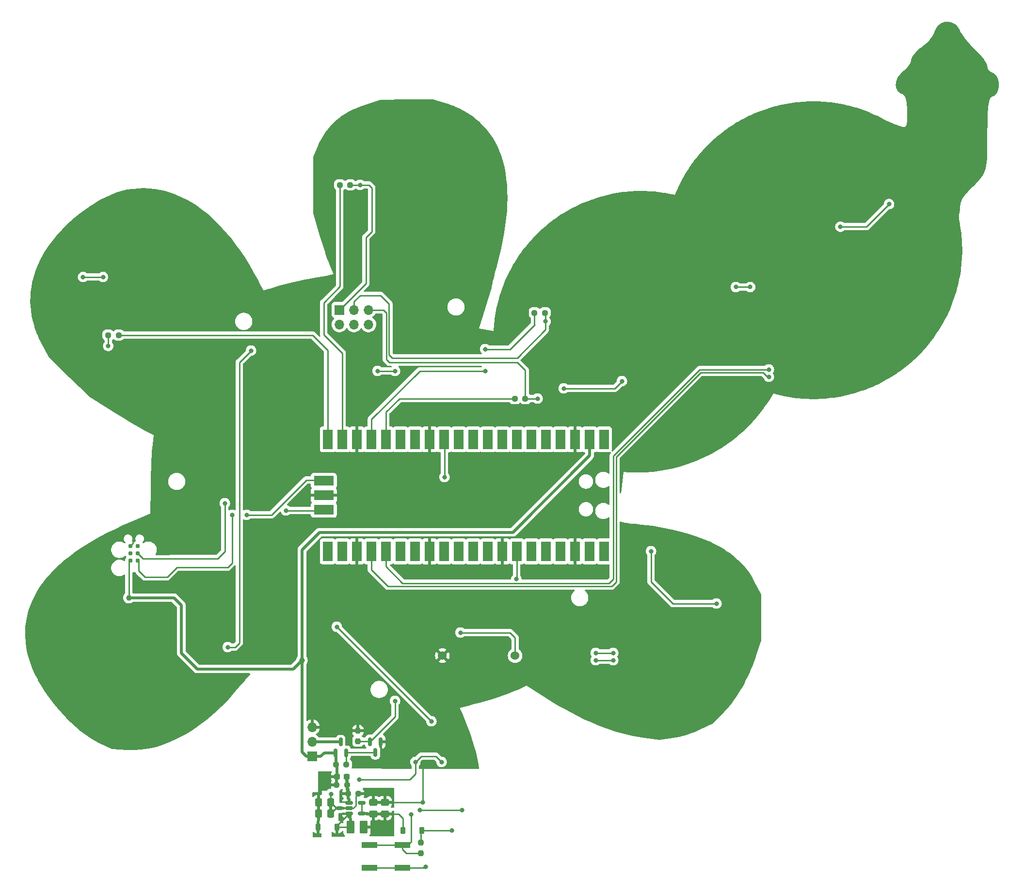
<source format=gbr>
%TF.GenerationSoftware,KiCad,Pcbnew,7.0.9*%
%TF.CreationDate,2023-12-28T12:53:37-06:00*%
%TF.ProjectId,bsidesPR,62736964-6573-4505-922e-6b696361645f,rev?*%
%TF.SameCoordinates,Original*%
%TF.FileFunction,Copper,L2,Bot*%
%TF.FilePolarity,Positive*%
%FSLAX46Y46*%
G04 Gerber Fmt 4.6, Leading zero omitted, Abs format (unit mm)*
G04 Created by KiCad (PCBNEW 7.0.9) date 2023-12-28 12:53:37*
%MOMM*%
%LPD*%
G01*
G04 APERTURE LIST*
G04 Aperture macros list*
%AMRoundRect*
0 Rectangle with rounded corners*
0 $1 Rounding radius*
0 $2 $3 $4 $5 $6 $7 $8 $9 X,Y pos of 4 corners*
0 Add a 4 corners polygon primitive as box body*
4,1,4,$2,$3,$4,$5,$6,$7,$8,$9,$2,$3,0*
0 Add four circle primitives for the rounded corners*
1,1,$1+$1,$2,$3*
1,1,$1+$1,$4,$5*
1,1,$1+$1,$6,$7*
1,1,$1+$1,$8,$9*
0 Add four rect primitives between the rounded corners*
20,1,$1+$1,$2,$3,$4,$5,0*
20,1,$1+$1,$4,$5,$6,$7,0*
20,1,$1+$1,$6,$7,$8,$9,0*
20,1,$1+$1,$8,$9,$2,$3,0*%
G04 Aperture macros list end*
%TA.AperFunction,SMDPad,CuDef*%
%ADD10RoundRect,0.250000X0.475000X-0.337500X0.475000X0.337500X-0.475000X0.337500X-0.475000X-0.337500X0*%
%TD*%
%TA.AperFunction,SMDPad,CuDef*%
%ADD11RoundRect,0.237500X-0.250000X-0.237500X0.250000X-0.237500X0.250000X0.237500X-0.250000X0.237500X0*%
%TD*%
%TA.AperFunction,SMDPad,CuDef*%
%ADD12RoundRect,0.250000X-0.337500X-0.475000X0.337500X-0.475000X0.337500X0.475000X-0.337500X0.475000X0*%
%TD*%
%TA.AperFunction,ComponentPad*%
%ADD13R,1.700000X1.700000*%
%TD*%
%TA.AperFunction,ComponentPad*%
%ADD14O,1.700000X1.700000*%
%TD*%
%TA.AperFunction,SMDPad,CuDef*%
%ADD15R,3.500000X1.700000*%
%TD*%
%TA.AperFunction,SMDPad,CuDef*%
%ADD16R,1.700000X3.500000*%
%TD*%
%TA.AperFunction,SMDPad,CuDef*%
%ADD17RoundRect,0.225000X-0.225000X-0.375000X0.225000X-0.375000X0.225000X0.375000X-0.225000X0.375000X0*%
%TD*%
%TA.AperFunction,SMDPad,CuDef*%
%ADD18RoundRect,0.150000X0.150000X-0.587500X0.150000X0.587500X-0.150000X0.587500X-0.150000X-0.587500X0*%
%TD*%
%TA.AperFunction,SMDPad,CuDef*%
%ADD19RoundRect,0.150000X-0.150000X0.587500X-0.150000X-0.587500X0.150000X-0.587500X0.150000X0.587500X0*%
%TD*%
%TA.AperFunction,ConnectorPad*%
%ADD20C,0.787400*%
%TD*%
%TA.AperFunction,SMDPad,CuDef*%
%ADD21RoundRect,0.237500X-0.237500X0.250000X-0.237500X-0.250000X0.237500X-0.250000X0.237500X0.250000X0*%
%TD*%
%TA.AperFunction,ComponentPad*%
%ADD22C,1.530000*%
%TD*%
%TA.AperFunction,SMDPad,CuDef*%
%ADD23R,2.750000X1.000000*%
%TD*%
%TA.AperFunction,SMDPad,CuDef*%
%ADD24RoundRect,0.237500X0.250000X0.237500X-0.250000X0.237500X-0.250000X-0.237500X0.250000X-0.237500X0*%
%TD*%
%TA.AperFunction,SMDPad,CuDef*%
%ADD25RoundRect,0.237500X-0.300000X-0.237500X0.300000X-0.237500X0.300000X0.237500X-0.300000X0.237500X0*%
%TD*%
%TA.AperFunction,SMDPad,CuDef*%
%ADD26RoundRect,0.250001X0.462499X0.849999X-0.462499X0.849999X-0.462499X-0.849999X0.462499X-0.849999X0*%
%TD*%
%TA.AperFunction,SMDPad,CuDef*%
%ADD27RoundRect,0.237500X0.237500X-0.250000X0.237500X0.250000X-0.237500X0.250000X-0.237500X-0.250000X0*%
%TD*%
%TA.AperFunction,SMDPad,CuDef*%
%ADD28RoundRect,0.150000X-0.512500X-0.150000X0.512500X-0.150000X0.512500X0.150000X-0.512500X0.150000X0*%
%TD*%
%TA.AperFunction,ViaPad*%
%ADD29C,0.800000*%
%TD*%
%TA.AperFunction,ViaPad*%
%ADD30C,1.000000*%
%TD*%
%TA.AperFunction,Conductor*%
%ADD31C,0.250000*%
%TD*%
%TA.AperFunction,Conductor*%
%ADD32C,0.500000*%
%TD*%
G04 APERTURE END LIST*
D10*
%TO.P,C2,1*%
%TO.N,/EN*%
X90196020Y-166596284D03*
%TO.P,C2,2*%
%TO.N,GND*%
X90196020Y-164521284D03*
%TD*%
D11*
%TO.P,R3,1*%
%TO.N,/FB*%
X85783520Y-163021284D03*
%TO.P,R3,2*%
%TO.N,GND*%
X87608520Y-163021284D03*
%TD*%
D12*
%TO.P,C4,1*%
%TO.N,+5V*%
X80658520Y-166521284D03*
%TO.P,C4,2*%
%TO.N,GND*%
X82733520Y-166521284D03*
%TD*%
D13*
%TO.P,J3,1,Pin_1*%
%TO.N,+5V*%
X79500000Y-156500000D03*
D14*
%TO.P,J3,2,Pin_2*%
%TO.N,VLED*%
X79500000Y-153960000D03*
%TO.P,J3,3,Pin_3*%
%TO.N,GND*%
X79500000Y-151420000D03*
%TD*%
D11*
%TO.P,R2,1*%
%TO.N,+5V*%
X83783520Y-161521284D03*
%TO.P,R2,2*%
%TO.N,/FB*%
X85608520Y-161521284D03*
%TD*%
D15*
%TO.P,U1,43,SWDIO*%
%TO.N,Net-(J2-SWDIO)*%
X81545000Y-108360000D03*
%TO.P,U1,42,GND*%
%TO.N,GND*%
X81545000Y-110900000D03*
%TO.P,U1,41,SWCLK*%
%TO.N,Net-(J2-SWCLK)*%
X81545000Y-113440000D03*
D16*
%TO.P,U1,40,VBUS*%
%TO.N,unconnected-(U1-VBUS-Pad40)*%
X130475000Y-101110000D03*
%TO.P,U1,39,VSYS*%
%TO.N,+5V*%
X127935000Y-101110000D03*
%TO.P,U1,38,GND*%
%TO.N,GND*%
X125395000Y-101110000D03*
%TO.P,U1,37,3V3_EN*%
%TO.N,unconnected-(U1-3V3_EN-Pad37)*%
X122855000Y-101110000D03*
%TO.P,U1,36,3V3*%
%TO.N,+3V3*%
X120315000Y-101110000D03*
%TO.P,U1,35,ADC_VREF*%
%TO.N,unconnected-(U1-ADC_VREF-Pad35)*%
X117775000Y-101110000D03*
%TO.P,U1,34,GPIO28_ADC2*%
%TO.N,unconnected-(U1-GPIO28_ADC2-Pad34)*%
X115235000Y-101110000D03*
%TO.P,U1,33,AGND*%
%TO.N,unconnected-(U1-AGND-Pad33)*%
X112695000Y-101110000D03*
%TO.P,U1,32,GPIO27_ADC1*%
%TO.N,unconnected-(U1-GPIO27_ADC1-Pad32)*%
X110155000Y-101110000D03*
%TO.P,U1,31,GPIO26_ADC0*%
%TO.N,unconnected-(U1-GPIO26_ADC0-Pad31)*%
X107615000Y-101110000D03*
%TO.P,U1,30,RUN*%
%TO.N,unconnected-(U1-RUN-Pad30)*%
X105075000Y-101110000D03*
%TO.P,U1,29,GPIO22*%
%TO.N,ENABLE_VLED*%
X102535000Y-101110000D03*
%TO.P,U1,28,GND*%
%TO.N,GND*%
X99995000Y-101110000D03*
%TO.P,U1,27,GPIO21*%
%TO.N,unconnected-(U1-GPIO21-Pad27)*%
X97455000Y-101110000D03*
%TO.P,U1,26,GPIO20*%
%TO.N,unconnected-(U1-GPIO20-Pad26)*%
X94915000Y-101110000D03*
%TO.P,U1,25,GPIO19*%
%TO.N,RIGHT_LEDS*%
X92375000Y-101110000D03*
%TO.P,U1,24,GPIO18*%
%TO.N,LOGO_LEDS*%
X89835000Y-101110000D03*
%TO.P,U1,23,GND*%
%TO.N,GND*%
X87295000Y-101110000D03*
%TO.P,U1,22,GPIO17*%
%TO.N,MIDDLE_LEDS*%
X84755000Y-101110000D03*
%TO.P,U1,21,GPIO16*%
%TO.N,LEFT_LEDS*%
X82215000Y-101110000D03*
%TO.P,U1,20,GPIO15*%
%TO.N,unconnected-(U1-GPIO15-Pad20)*%
X82215000Y-120690000D03*
%TO.P,U1,19,GPIO14*%
%TO.N,unconnected-(U1-GPIO14-Pad19)*%
X84755000Y-120690000D03*
%TO.P,U1,18,GND*%
%TO.N,GND*%
X87295000Y-120690000D03*
%TO.P,U1,17,GPIO13*%
%TO.N,CEREAL_RX*%
X89835000Y-120690000D03*
%TO.P,U1,16,GPIO12*%
%TO.N,CEREAL_TX*%
X92375000Y-120690000D03*
%TO.P,U1,15,GPIO11*%
%TO.N,unconnected-(U1-GPIO11-Pad15)*%
X94915000Y-120690000D03*
%TO.P,U1,14,GPIO10*%
%TO.N,unconnected-(U1-GPIO10-Pad14)*%
X97455000Y-120690000D03*
%TO.P,U1,13,GND*%
%TO.N,GND*%
X99995000Y-120690000D03*
%TO.P,U1,12,GPIO9*%
%TO.N,unconnected-(U1-GPIO9-Pad12)*%
X102535000Y-120690000D03*
%TO.P,U1,11,GPIO8*%
%TO.N,unconnected-(U1-GPIO8-Pad11)*%
X105075000Y-120690000D03*
%TO.P,U1,10,GPIO7*%
%TO.N,unconnected-(U1-GPIO7-Pad10)*%
X107615000Y-120690000D03*
%TO.P,U1,9,GPIO6*%
%TO.N,unconnected-(U1-GPIO6-Pad9)*%
X110155000Y-120690000D03*
%TO.P,U1,8,GND*%
%TO.N,GND*%
X112695000Y-120690000D03*
%TO.P,U1,7,GPIO5*%
%TO.N,RPi_WAKE*%
X115235000Y-120690000D03*
%TO.P,U1,6,GPIO4*%
%TO.N,unconnected-(U1-GPIO4-Pad6)*%
X117775000Y-120690000D03*
%TO.P,U1,5,GPIO3*%
%TO.N,unconnected-(U1-GPIO3-Pad5)*%
X120315000Y-120690000D03*
%TO.P,U1,4,GPIO2*%
%TO.N,unconnected-(U1-GPIO2-Pad4)*%
X122855000Y-120690000D03*
%TO.P,U1,3,GND*%
%TO.N,GND*%
X125395000Y-120690000D03*
%TO.P,U1,2,GPIO1*%
%TO.N,unconnected-(U1-GPIO1-Pad2)*%
X127935000Y-120690000D03*
%TO.P,U1,1,GPIO0*%
%TO.N,unconnected-(U1-GPIO0-Pad1)*%
X130475000Y-120690000D03*
%TD*%
D17*
%TO.P,D52,1,K*%
%TO.N,+5V*%
X80546020Y-168871284D03*
%TO.P,D52,2,A*%
%TO.N,/SW*%
X83846020Y-168871284D03*
%TD*%
D18*
%TO.P,Q2,1,G*%
%TO.N,Net-(Q1-D)*%
X85450000Y-155875000D03*
%TO.P,Q2,2,S*%
%TO.N,+5V*%
X83550000Y-155875000D03*
%TO.P,Q2,3,D*%
%TO.N,VLED*%
X84500000Y-154000000D03*
%TD*%
D11*
%TO.P,R4,1*%
%TO.N,+5V*%
X83637500Y-157937500D03*
%TO.P,R4,2*%
%TO.N,Net-(Q1-D)*%
X85462500Y-157937500D03*
%TD*%
D19*
%TO.P,Q1,1,G*%
%TO.N,ENABLE_VLED*%
X89600000Y-153937500D03*
%TO.P,Q1,2,S*%
%TO.N,GND*%
X91500000Y-153937500D03*
%TO.P,Q1,3,D*%
%TO.N,Net-(Q1-D)*%
X90550000Y-155812500D03*
%TD*%
D11*
%TO.P,R7,1*%
%TO.N,MIDDLE_LEDS*%
X84337500Y-56642000D03*
%TO.P,R7,2*%
%TO.N,MIDDLE_START*%
X86162500Y-56642000D03*
%TD*%
D20*
%TO.P,J2,1,VCC*%
%TO.N,+5V*%
X47749000Y-122310000D03*
%TO.P,J2,2,SWDIO*%
%TO.N,Net-(J2-SWDIO)*%
X49019000Y-122310000D03*
%TO.P,J2,3,~{RESET}*%
%TO.N,unconnected-(J2-~{RESET}-Pad3)*%
X47749000Y-121040000D03*
%TO.P,J2,4,SWCLK*%
%TO.N,Net-(J2-SWCLK)*%
X49019000Y-121040000D03*
%TO.P,J2,5,GND*%
%TO.N,GND*%
X47749000Y-119770000D03*
%TO.P,J2,6,SWO*%
%TO.N,unconnected-(J2-SWO-Pad6)*%
X49019000Y-119770000D03*
%TD*%
D21*
%TO.P,R1,1*%
%TO.N,Net-(D51-A)*%
X98500000Y-171587500D03*
%TO.P,R1,2*%
%TO.N,RPi_WAKE*%
X98500000Y-173412500D03*
%TD*%
D22*
%TO.P,BT2,N*%
%TO.N,GND*%
X102250000Y-138905000D03*
%TO.P,BT2,P*%
%TO.N,Net-(D51-A)*%
X114950000Y-138905000D03*
%TD*%
D11*
%TO.P,R8,1*%
%TO.N,LOGO_LEDS*%
X118337500Y-79000000D03*
%TO.P,R8,2*%
%TO.N,LOGO_START*%
X120162500Y-79000000D03*
%TD*%
D23*
%TO.P,SW1,1,A*%
%TO.N,RPi_WAKE*%
X95260000Y-172000000D03*
X89500000Y-172000000D03*
%TO.P,SW1,2,B*%
%TO.N,GND*%
X95260000Y-176000000D03*
%TO.P,SW1,4,B*%
X89500000Y-176000000D03*
%TD*%
D24*
%TO.P,R6,1*%
%TO.N,LEFT_LEDS*%
X45712500Y-82900000D03*
%TO.P,R6,2*%
%TO.N,Net-(D1-DIN)*%
X43887500Y-82900000D03*
%TD*%
D25*
%TO.P,C3,1*%
%TO.N,+5V*%
X83833520Y-160021284D03*
%TO.P,C3,2*%
%TO.N,/FB*%
X85558520Y-160021284D03*
%TD*%
D17*
%TO.P,D51,1,K*%
%TO.N,/EN*%
X95350000Y-169500000D03*
%TO.P,D51,2,A*%
%TO.N,Net-(D51-A)*%
X98650000Y-169500000D03*
%TD*%
D26*
%TO.P,L1,1,1*%
%TO.N,/EN*%
X88498520Y-168871284D03*
%TO.P,L1,2,2*%
%TO.N,/SW*%
X86173520Y-168871284D03*
%TD*%
D27*
%TO.P,R5,1*%
%TO.N,ENABLE_VLED*%
X87500000Y-153850000D03*
%TO.P,R5,2*%
%TO.N,GND*%
X87500000Y-152025000D03*
%TD*%
D13*
%TO.P,J1,1,Pin_1*%
%TO.N,MIDDLE_START*%
X84268000Y-78486000D03*
D14*
%TO.P,J1,2,Pin_2*%
%TO.N,LEFT_END*%
X84268000Y-81026000D03*
%TO.P,J1,3,Pin_3*%
%TO.N,LOGO_START*%
X86808000Y-78486000D03*
%TO.P,J1,4,Pin_4*%
%TO.N,MIDDLE_END*%
X86808000Y-81026000D03*
%TO.P,J1,5,Pin_5*%
%TO.N,RIGHT_START*%
X89348000Y-78486000D03*
%TO.P,J1,6,Pin_6*%
%TO.N,LOGO_END*%
X89348000Y-81026000D03*
%TD*%
D11*
%TO.P,R9,1*%
%TO.N,RIGHT_LEDS*%
X114911500Y-94000000D03*
%TO.P,R9,2*%
%TO.N,RIGHT_START*%
X116736500Y-94000000D03*
%TD*%
D28*
%TO.P,U2,1,SW*%
%TO.N,/SW*%
X85921020Y-166521284D03*
%TO.P,U2,2,GND*%
%TO.N,GND*%
X85921020Y-165571284D03*
%TO.P,U2,3,FB*%
%TO.N,/FB*%
X85921020Y-164621284D03*
%TO.P,U2,4,EN*%
%TO.N,/EN*%
X88196020Y-164621284D03*
%TO.P,U2,5,VIN*%
X88196020Y-166521284D03*
%TD*%
D12*
%TO.P,C5,1*%
%TO.N,+5V*%
X80658520Y-164521284D03*
%TO.P,C5,2*%
%TO.N,GND*%
X82733520Y-164521284D03*
%TD*%
D10*
%TO.P,C1,1*%
%TO.N,/EN*%
X92196020Y-166596284D03*
%TO.P,C1,2*%
%TO.N,GND*%
X92196020Y-164521284D03*
%TD*%
D29*
%TO.N,CEREAL_RX*%
X159258000Y-90170000D03*
%TO.N,CEREAL_TX*%
X159258000Y-88900000D03*
%TO.N,GND*%
X78500000Y-101250000D03*
X62500000Y-148000000D03*
X178500000Y-53750000D03*
X120250000Y-87500000D03*
X118110000Y-123952000D03*
X115824000Y-112014000D03*
X98750000Y-63500000D03*
X112000000Y-64000000D03*
X98500000Y-49000000D03*
X79500000Y-81500000D03*
X94996000Y-124206000D03*
X52500000Y-79500000D03*
X85000000Y-146250000D03*
X169750000Y-68750000D03*
X43950000Y-92000000D03*
X59500000Y-119250000D03*
X41750000Y-129000000D03*
X188500000Y-67000000D03*
X154750000Y-141250000D03*
X98806000Y-164521284D03*
X42500000Y-70000000D03*
X141750000Y-138000000D03*
X76250000Y-124000000D03*
X113461115Y-97277700D03*
X61500000Y-69500000D03*
X140250000Y-151000000D03*
X96520000Y-108458000D03*
X161250000Y-54000000D03*
X99314000Y-175768000D03*
X157500000Y-86500000D03*
X98806000Y-157480000D03*
X149000000Y-100750000D03*
X82804000Y-163068000D03*
X107250000Y-157750000D03*
X138500000Y-87500000D03*
X40500000Y-147500000D03*
X148000000Y-124750000D03*
X97500000Y-80000000D03*
X68750000Y-136750000D03*
X94996000Y-116078000D03*
X124250000Y-136000000D03*
X95000000Y-132250000D03*
X150250000Y-68750000D03*
X73500000Y-111500000D03*
X86250000Y-63250000D03*
X52250000Y-139750000D03*
X59500000Y-100750000D03*
X48768000Y-116586000D03*
X135128000Y-98298000D03*
X135321512Y-119148498D03*
X107750000Y-146500000D03*
X193000000Y-40000000D03*
D30*
%TO.N,+5V*%
X47498000Y-128778000D03*
X77724000Y-139700000D03*
D29*
%TO.N,Net-(J2-SWDIO)*%
X68072000Y-114300000D03*
X65532000Y-114300000D03*
%TO.N,Net-(J2-SWCLK)*%
X64262000Y-112268000D03*
X74930000Y-113538000D03*
%TO.N,ENABLE_VLED*%
X102616000Y-107696000D03*
X93980000Y-146812000D03*
%TO.N,RPi_WAKE*%
X115154566Y-125526929D03*
X96774000Y-166624000D03*
%TO.N,VLED*%
X102108000Y-157480000D03*
X138684000Y-120650000D03*
X97536000Y-157500000D03*
X87750000Y-160528000D03*
X150114000Y-129794000D03*
%TO.N,Net-(D1-DIN)*%
X43900000Y-84800000D03*
%TO.N,Net-(D2-DOUT)*%
X39500000Y-72750000D03*
X43000000Y-72750000D03*
%TO.N,Net-(D39-DOUT)*%
X171750000Y-63950000D03*
X180250000Y-60000000D03*
%TO.N,Net-(D40-DOUT)*%
X153500000Y-74500000D03*
X156000000Y-74500000D03*
%TO.N,Net-(D48-DOUT)*%
X129032000Y-138430000D03*
X132080000Y-138430000D03*
%TO.N,LOGO_LEDS*%
X109728000Y-85344000D03*
X109728000Y-89154000D03*
%TO.N,Net-(D51-A)*%
X105410000Y-134874000D03*
X103886000Y-169418000D03*
%TO.N,LEFT_END*%
X68834000Y-85598000D03*
X64770000Y-137414000D03*
%TO.N,MIDDLE_START*%
X87884000Y-56642000D03*
%TO.N,MIDDLE_END*%
X100330000Y-150368000D03*
X83820000Y-133858000D03*
%TO.N,LOGO_START*%
X120250000Y-80500000D03*
%TO.N,LOGO_END*%
X93980000Y-89154000D03*
X123444000Y-92202000D03*
X133604000Y-90932000D03*
X90932000Y-89154000D03*
%TO.N,RIGHT_START*%
X118872000Y-93980000D03*
%TO.N,Net-(D49-DIN)*%
X132080000Y-139700000D03*
X129032000Y-139700000D03*
%TO.N,Net-(D29-DOUT)*%
X98298000Y-165862000D03*
X105664000Y-165862000D03*
%TD*%
D31*
%TO.N,ENABLE_VLED*%
X93980000Y-146812000D02*
X93980000Y-149557500D01*
X93980000Y-149557500D02*
X89600000Y-153937500D01*
D32*
%TO.N,+5V*%
X56642000Y-138430000D02*
X59436000Y-141224000D01*
X56642000Y-130048000D02*
X56642000Y-138430000D01*
X59436000Y-141224000D02*
X76200000Y-141224000D01*
X76200000Y-141224000D02*
X77724000Y-139700000D01*
X47498000Y-128778000D02*
X55372000Y-128778000D01*
X55372000Y-128778000D02*
X56642000Y-130048000D01*
D31*
%TO.N,CEREAL_RX*%
X159004000Y-90170000D02*
X159258000Y-90170000D01*
X158242000Y-89408000D02*
X159004000Y-90170000D01*
%TO.N,CEREAL_TX*%
X147191604Y-88900000D02*
X159258000Y-88900000D01*
X97028000Y-126238000D02*
X97041929Y-126251929D01*
X131304071Y-126251929D02*
X132080000Y-125476000D01*
X95309396Y-126238000D02*
X97028000Y-126238000D01*
X97041929Y-126251929D02*
X131304071Y-126251929D01*
X132080000Y-104011604D02*
X147191604Y-88900000D01*
X92375000Y-123303604D02*
X95309396Y-126238000D01*
X132080000Y-125476000D02*
X132080000Y-104011604D01*
X92375000Y-119790000D02*
X92375000Y-123303604D01*
%TO.N,CEREAL_RX*%
X147320000Y-89408000D02*
X158242000Y-89408000D01*
X92710000Y-126746000D02*
X131826000Y-126746000D01*
X89835000Y-123871000D02*
X92710000Y-126746000D01*
X131826000Y-126746000D02*
X132588000Y-125984000D01*
X132588000Y-125984000D02*
X132588000Y-104140000D01*
X89835000Y-119790000D02*
X89835000Y-123871000D01*
X132588000Y-104140000D02*
X147320000Y-89408000D01*
%TO.N,GND*%
X87122000Y-165100000D02*
X87122000Y-163507804D01*
X85921020Y-165571284D02*
X86650716Y-165571284D01*
X87122000Y-163507804D02*
X87608520Y-163021284D01*
X47749000Y-119770000D02*
X48238300Y-119280700D01*
X86650716Y-165571284D02*
X87122000Y-165100000D01*
X98806000Y-164521284D02*
X98806000Y-157480000D01*
X82733520Y-166521284D02*
X83683520Y-165571284D01*
X95260000Y-176000000D02*
X99082000Y-176000000D01*
X107188000Y-157812000D02*
X107250000Y-157750000D01*
X98806000Y-164521284D02*
X92196020Y-164521284D01*
X82733520Y-163138480D02*
X82804000Y-163068000D01*
X89500000Y-176000000D02*
X95260000Y-176000000D01*
X83683520Y-165571284D02*
X85921020Y-165571284D01*
X48238300Y-119280700D02*
X48238300Y-117115700D01*
X82733520Y-164521284D02*
X82733520Y-163138480D01*
X83783520Y-165571284D02*
X85921020Y-165571284D01*
X99082000Y-176000000D02*
X99314000Y-175768000D01*
X82733520Y-164521284D02*
X83783520Y-165571284D01*
X48238300Y-117115700D02*
X48768000Y-116586000D01*
%TO.N,/EN*%
X94596284Y-166596284D02*
X95350000Y-167350000D01*
X88196020Y-166521284D02*
X88196020Y-164621284D01*
X95350000Y-167350000D02*
X95350000Y-169500000D01*
X92196020Y-166596284D02*
X94596284Y-166596284D01*
D32*
%TO.N,+5V*%
X81000000Y-156500000D02*
X81625000Y-155875000D01*
X77724000Y-120396000D02*
X80772000Y-117348000D01*
X83637500Y-157937500D02*
X83637500Y-155962500D01*
X77724000Y-155702000D02*
X78522000Y-156500000D01*
X83833520Y-158133520D02*
X83637500Y-157937500D01*
X83833520Y-160021284D02*
X83833520Y-158133520D01*
D31*
X83637500Y-155962500D02*
X83550000Y-155875000D01*
D32*
X114554000Y-117348000D02*
X127935000Y-103967000D01*
D31*
X47513700Y-128762300D02*
X47513700Y-122545300D01*
X47498000Y-128778000D02*
X47513700Y-128762300D01*
D32*
X127935000Y-103967000D02*
X127935000Y-102010000D01*
X81625000Y-155875000D02*
X83550000Y-155875000D01*
X77724000Y-139700000D02*
X77724000Y-155702000D01*
D31*
X47513700Y-122545300D02*
X47749000Y-122310000D01*
D32*
X77724000Y-139700000D02*
X77724000Y-120396000D01*
X80772000Y-117348000D02*
X114554000Y-117348000D01*
X79500000Y-156500000D02*
X81000000Y-156500000D01*
X78522000Y-156500000D02*
X79500000Y-156500000D01*
D31*
%TO.N,/FB*%
X85921020Y-164621284D02*
X85821020Y-164521284D01*
X85696020Y-164521284D02*
X85783520Y-164433784D01*
X85783520Y-164433784D02*
X85783520Y-163021284D01*
X85821020Y-164521284D02*
X85696020Y-164521284D01*
%TO.N,/SW*%
X83846020Y-168871284D02*
X86173520Y-168871284D01*
X86173520Y-166773784D02*
X85921020Y-166521284D01*
X83846020Y-168596284D02*
X85921020Y-166521284D01*
X83846020Y-168871284D02*
X83846020Y-168596284D01*
X86173520Y-168871284D02*
X86173520Y-166773784D01*
%TO.N,Net-(J2-SWDIO)*%
X72390000Y-114300000D02*
X78486000Y-108204000D01*
X49019000Y-122310000D02*
X49254300Y-122545300D01*
X49254300Y-122545300D02*
X49254300Y-124119938D01*
X50276812Y-125142450D02*
X54181550Y-125142450D01*
X78486000Y-108204000D02*
X82289000Y-108204000D01*
X64770000Y-123444000D02*
X65532000Y-122682000D01*
X65532000Y-122682000D02*
X65532000Y-114300000D01*
X82289000Y-108204000D02*
X82445000Y-108360000D01*
X54181550Y-125142450D02*
X55880000Y-123444000D01*
X68072000Y-114300000D02*
X72390000Y-114300000D01*
X55880000Y-123444000D02*
X64770000Y-123444000D01*
X49254300Y-124119938D02*
X50276812Y-125142450D01*
%TO.N,Net-(J2-SWCLK)*%
X49946450Y-121967450D02*
X54816550Y-121967450D01*
X64262000Y-120650000D02*
X64262000Y-112268000D01*
X82347000Y-113538000D02*
X82445000Y-113440000D01*
X74930000Y-113538000D02*
X82347000Y-113538000D01*
X62992000Y-121920000D02*
X64262000Y-120650000D01*
X54864000Y-121920000D02*
X62992000Y-121920000D01*
X54816550Y-121967450D02*
X54864000Y-121920000D01*
X49019000Y-121040000D02*
X49946450Y-121967450D01*
%TO.N,ENABLE_VLED*%
X102616000Y-107696000D02*
X102616000Y-102091000D01*
X87500000Y-153850000D02*
X89512500Y-153850000D01*
X89512500Y-153850000D02*
X89600000Y-153937500D01*
X102616000Y-102091000D02*
X102535000Y-102010000D01*
%TO.N,Net-(Q1-D)*%
X85450000Y-157925000D02*
X85462500Y-157937500D01*
X90550000Y-155812500D02*
X85512500Y-155812500D01*
X85512500Y-155812500D02*
X85450000Y-155875000D01*
X85450000Y-155875000D02*
X85450000Y-157925000D01*
%TO.N,RPi_WAKE*%
X96774000Y-171450000D02*
X96774000Y-166624000D01*
X96224000Y-172000000D02*
X96774000Y-171450000D01*
X115154566Y-125526929D02*
X115235000Y-125446495D01*
X95260000Y-172730000D02*
X95942500Y-173412500D01*
X95942500Y-173412500D02*
X98500000Y-173412500D01*
X115235000Y-125446495D02*
X115235000Y-119790000D01*
X89500000Y-172000000D02*
X95260000Y-172000000D01*
X95260000Y-172000000D02*
X96224000Y-172000000D01*
X95260000Y-172000000D02*
X95260000Y-172730000D01*
%TO.N,VLED*%
X101092000Y-156464000D02*
X102108000Y-157480000D01*
X97536000Y-157500000D02*
X97536000Y-159512000D01*
X98572000Y-156464000D02*
X101092000Y-156464000D01*
X97536000Y-159512000D02*
X96520000Y-160528000D01*
X138684000Y-120650000D02*
X138684000Y-125984000D01*
D32*
X79500000Y-153960000D02*
X84460000Y-153960000D01*
D31*
X96520000Y-160528000D02*
X87750000Y-160528000D01*
X97536000Y-157500000D02*
X98572000Y-156464000D01*
X142494000Y-129794000D02*
X150114000Y-129794000D01*
X84460000Y-153960000D02*
X84500000Y-154000000D01*
X138684000Y-125984000D02*
X142494000Y-129794000D01*
%TO.N,Net-(D1-DIN)*%
X43887500Y-84787500D02*
X43900000Y-84800000D01*
X43887500Y-82900000D02*
X43887500Y-84787500D01*
%TO.N,Net-(D2-DOUT)*%
X39500000Y-72750000D02*
X43000000Y-72750000D01*
%TO.N,Net-(D39-DOUT)*%
X176300000Y-63950000D02*
X180250000Y-60000000D01*
X171750000Y-63950000D02*
X176300000Y-63950000D01*
%TO.N,Net-(D40-DOUT)*%
X156000000Y-74500000D02*
X153500000Y-74500000D01*
%TO.N,Net-(D48-DOUT)*%
X132080000Y-138430000D02*
X129032000Y-138430000D01*
%TO.N,MIDDLE_LEDS*%
X84337500Y-74412500D02*
X84337500Y-56642000D01*
X84755000Y-102010000D02*
X84755000Y-86025000D01*
X81534000Y-82804000D02*
X81534000Y-77216000D01*
X81534000Y-77216000D02*
X84337500Y-74412500D01*
X84755000Y-86025000D02*
X81534000Y-82804000D01*
%TO.N,LEFT_LEDS*%
X79598000Y-82900000D02*
X82215000Y-85517000D01*
X45712500Y-82900000D02*
X79598000Y-82900000D01*
X82215000Y-85517000D02*
X82215000Y-102010000D01*
%TO.N,LOGO_LEDS*%
X118364000Y-81026000D02*
X118337500Y-80999500D01*
X109728000Y-85344000D02*
X114046000Y-85344000D01*
X89835000Y-102010000D02*
X89835000Y-97617000D01*
X98298000Y-89154000D02*
X109728000Y-89154000D01*
X89835000Y-97617000D02*
X98298000Y-89154000D01*
X118337500Y-80999500D02*
X118337500Y-79000000D01*
X114046000Y-85344000D02*
X118364000Y-81026000D01*
%TO.N,RIGHT_LEDS*%
X94742000Y-93980000D02*
X94762000Y-94000000D01*
X92375000Y-102010000D02*
X92375000Y-96347000D01*
X94762000Y-94000000D02*
X114911500Y-94000000D01*
X92375000Y-96347000D02*
X94742000Y-93980000D01*
%TO.N,Net-(D51-A)*%
X114046000Y-134874000D02*
X114950000Y-135778000D01*
X114950000Y-135778000D02*
X114950000Y-138905000D01*
X98500000Y-171587500D02*
X98500000Y-169650000D01*
X105410000Y-134874000D02*
X114046000Y-134874000D01*
X98650000Y-169500000D02*
X103804000Y-169500000D01*
X98500000Y-169650000D02*
X98650000Y-169500000D01*
X103804000Y-169500000D02*
X103886000Y-169418000D01*
%TO.N,LEFT_END*%
X66040000Y-137414000D02*
X66802000Y-136652000D01*
X64770000Y-137414000D02*
X66040000Y-137414000D01*
X66802000Y-87630000D02*
X68834000Y-85598000D01*
X66802000Y-136652000D02*
X66802000Y-129794000D01*
X66802000Y-129794000D02*
X66802000Y-87630000D01*
%TO.N,MIDDLE_START*%
X87884000Y-56642000D02*
X89408000Y-56642000D01*
X89408000Y-56642000D02*
X89916000Y-57150000D01*
X88900000Y-73854000D02*
X84268000Y-78486000D01*
X89916000Y-64770000D02*
X88900000Y-65786000D01*
X86162500Y-56642000D02*
X87884000Y-56642000D01*
X89916000Y-57150000D02*
X89916000Y-64770000D01*
X88900000Y-65786000D02*
X88900000Y-73854000D01*
%TO.N,MIDDLE_END*%
X100330000Y-150368000D02*
X83820000Y-133858000D01*
%TO.N,LOGO_START*%
X120250000Y-81934000D02*
X115316000Y-86868000D01*
X86808000Y-77022000D02*
X86808000Y-78486000D01*
X120250000Y-79087500D02*
X120250000Y-80500000D01*
X92906000Y-86302000D02*
X92906000Y-77412000D01*
X87884000Y-75946000D02*
X86808000Y-77022000D01*
X92906000Y-77412000D02*
X91440000Y-75946000D01*
X115316000Y-86868000D02*
X93472000Y-86868000D01*
X120162500Y-79000000D02*
X120250000Y-79087500D01*
X91440000Y-75946000D02*
X87884000Y-75946000D01*
X120250000Y-80500000D02*
X120250000Y-81934000D01*
X93472000Y-86868000D02*
X92906000Y-86302000D01*
%TO.N,LOGO_END*%
X90932000Y-89154000D02*
X93980000Y-89154000D01*
X123444000Y-92202000D02*
X132334000Y-92202000D01*
X132334000Y-92202000D02*
X133604000Y-90932000D01*
%TO.N,RIGHT_START*%
X92456000Y-78994000D02*
X91948000Y-78486000D01*
X116736500Y-94000000D02*
X118852000Y-94000000D01*
X118852000Y-94000000D02*
X118872000Y-93980000D01*
X115316000Y-87630000D02*
X92964000Y-87630000D01*
X91948000Y-78486000D02*
X89348000Y-78486000D01*
X92964000Y-87630000D02*
X92456000Y-87122000D01*
X116736500Y-89050500D02*
X115316000Y-87630000D01*
X92456000Y-87122000D02*
X92456000Y-78994000D01*
X116736500Y-94000000D02*
X116736500Y-89050500D01*
%TO.N,Net-(D49-DIN)*%
X129032000Y-139700000D02*
X132080000Y-139700000D01*
%TO.N,Net-(D29-DOUT)*%
X98298000Y-165862000D02*
X105664000Y-165862000D01*
%TD*%
%TA.AperFunction,Conductor*%
%TO.N,/FB*%
G36*
X85754641Y-159787286D02*
G01*
X85801134Y-159840942D01*
X85812520Y-159893284D01*
X85812520Y-160498285D01*
X85825615Y-160511380D01*
X85859641Y-160573692D01*
X85862520Y-160600475D01*
X85862520Y-161998284D01*
X85911520Y-161998284D01*
X85979641Y-162018286D01*
X86026134Y-162071942D01*
X86037520Y-162124284D01*
X86037520Y-163773284D01*
X86049020Y-163773284D01*
X86117141Y-163793286D01*
X86163634Y-163846942D01*
X86175020Y-163899284D01*
X86175020Y-164671284D01*
X84422020Y-164671284D01*
X84353899Y-164651282D01*
X84307406Y-164597626D01*
X84296020Y-164545284D01*
X84296020Y-164367284D01*
X84753527Y-164367284D01*
X85667020Y-164367284D01*
X85667020Y-164044284D01*
X85655520Y-164044284D01*
X85587399Y-164024282D01*
X85540906Y-163970626D01*
X85529520Y-163918284D01*
X85529520Y-163275284D01*
X84788020Y-163275284D01*
X84788020Y-163308468D01*
X84798450Y-163410557D01*
X84798451Y-163410560D01*
X84853268Y-163575991D01*
X84944757Y-163724317D01*
X84944762Y-163724323D01*
X84995749Y-163775310D01*
X85029775Y-163837622D01*
X85024710Y-163908437D01*
X84995750Y-163953500D01*
X84884467Y-164064783D01*
X84799838Y-164207882D01*
X84753527Y-164367284D01*
X84296020Y-164367284D01*
X84296020Y-162543690D01*
X84316022Y-162475569D01*
X84355869Y-162436452D01*
X84499366Y-162347942D01*
X84549365Y-162297943D01*
X84607279Y-162240030D01*
X84669591Y-162206004D01*
X84740406Y-162211069D01*
X84785469Y-162240030D01*
X84843382Y-162297943D01*
X84877408Y-162360255D01*
X84872343Y-162431070D01*
X84861530Y-162453181D01*
X84853269Y-162466573D01*
X84798451Y-162632007D01*
X84798450Y-162632010D01*
X84788020Y-162734099D01*
X84788020Y-162767284D01*
X85529520Y-162767284D01*
X85529520Y-162544284D01*
X85480520Y-162544284D01*
X85412399Y-162524282D01*
X85365906Y-162470626D01*
X85354520Y-162418284D01*
X85354520Y-161044283D01*
X85341425Y-161031188D01*
X85307399Y-160968876D01*
X85304520Y-160942093D01*
X85304520Y-159893284D01*
X85324522Y-159825163D01*
X85378178Y-159778670D01*
X85430520Y-159767284D01*
X85686520Y-159767284D01*
X85754641Y-159787286D01*
G37*
%TD.AperFunction*%
%TD*%
%TA.AperFunction,Conductor*%
%TO.N,GND*%
G36*
X129265385Y-103227592D02*
G01*
X129280502Y-103237306D01*
X129378200Y-103310443D01*
X129378796Y-103310889D01*
X129515795Y-103361988D01*
X129515803Y-103361990D01*
X129576350Y-103368499D01*
X129576355Y-103368499D01*
X129576362Y-103368500D01*
X129576368Y-103368500D01*
X131373632Y-103368500D01*
X131373638Y-103368500D01*
X131373645Y-103368499D01*
X131373649Y-103368499D01*
X131434196Y-103361990D01*
X131434199Y-103361989D01*
X131434201Y-103361989D01*
X131525084Y-103328090D01*
X131595896Y-103323025D01*
X131658209Y-103357049D01*
X131692235Y-103419361D01*
X131687171Y-103490177D01*
X131660966Y-103532398D01*
X131625017Y-103570681D01*
X131603866Y-103591831D01*
X131599560Y-103597381D01*
X131595714Y-103601883D01*
X131563417Y-103636278D01*
X131563411Y-103636287D01*
X131553651Y-103654039D01*
X131542803Y-103670554D01*
X131530386Y-103686562D01*
X131511645Y-103729868D01*
X131509034Y-103735198D01*
X131486305Y-103776543D01*
X131486303Y-103776548D01*
X131481267Y-103796163D01*
X131474864Y-103814866D01*
X131466819Y-103833456D01*
X131459437Y-103880060D01*
X131458233Y-103885872D01*
X131446500Y-103931572D01*
X131446500Y-103951827D01*
X131444949Y-103971537D01*
X131441780Y-103991546D01*
X131441780Y-103991547D01*
X131446220Y-104038521D01*
X131446500Y-104044454D01*
X131446500Y-106989741D01*
X131426498Y-107057862D01*
X131372842Y-107104355D01*
X131302568Y-107114459D01*
X131243112Y-107089174D01*
X131220052Y-107071228D01*
X131136580Y-107003827D01*
X131136573Y-107003823D01*
X131133888Y-107002323D01*
X131118933Y-106992409D01*
X131118024Y-106991815D01*
X131118017Y-106991810D01*
X131023653Y-106940743D01*
X130927264Y-106886897D01*
X130923468Y-106885181D01*
X130917600Y-106882576D01*
X130917500Y-106882806D01*
X130912735Y-106880716D01*
X130912728Y-106880713D01*
X130912727Y-106880713D01*
X130808259Y-106844848D01*
X130800640Y-106842156D01*
X130701187Y-106807017D01*
X130701183Y-106807016D01*
X130700654Y-106806926D01*
X130695860Y-106805909D01*
X130691955Y-106804920D01*
X130579904Y-106786222D01*
X130464881Y-106766500D01*
X130461712Y-106766500D01*
X130228288Y-106766500D01*
X130171567Y-106775963D01*
X130166543Y-106776595D01*
X130106104Y-106781740D01*
X130106100Y-106781741D01*
X130053773Y-106795366D01*
X130048265Y-106796540D01*
X129998061Y-106804917D01*
X129998048Y-106804920D01*
X129940551Y-106824658D01*
X129935972Y-106826038D01*
X129874072Y-106842157D01*
X129874070Y-106842157D01*
X129827800Y-106863072D01*
X129822307Y-106865251D01*
X129777270Y-106880714D01*
X129720905Y-106911215D01*
X129716872Y-106913214D01*
X129655597Y-106940914D01*
X129616249Y-106967507D01*
X129610954Y-106970719D01*
X129571984Y-106991809D01*
X129571975Y-106991815D01*
X129518813Y-107033193D01*
X129515396Y-107035673D01*
X129456953Y-107075174D01*
X129425045Y-107105754D01*
X129420148Y-107109987D01*
X129387784Y-107135178D01*
X129387778Y-107135183D01*
X129339920Y-107187169D01*
X129337163Y-107189982D01*
X129283858Y-107241072D01*
X129259536Y-107273954D01*
X129255236Y-107279159D01*
X129229686Y-107306916D01*
X129229682Y-107306922D01*
X129189230Y-107368836D01*
X129187141Y-107371840D01*
X129141286Y-107433840D01*
X129124356Y-107467416D01*
X129120843Y-107473511D01*
X129102021Y-107502321D01*
X129102012Y-107502338D01*
X129070985Y-107573070D01*
X129069547Y-107576124D01*
X129033341Y-107647936D01*
X129023300Y-107680721D01*
X129020755Y-107687580D01*
X129008253Y-107716085D01*
X129008251Y-107716091D01*
X128988479Y-107794169D01*
X128987646Y-107797150D01*
X128963137Y-107877177D01*
X128963136Y-107877185D01*
X128959198Y-107907927D01*
X128957780Y-107915391D01*
X128950950Y-107942365D01*
X128950949Y-107942372D01*
X128943909Y-108027327D01*
X128932681Y-108115010D01*
X128933856Y-108142676D01*
X128933697Y-108150554D01*
X128931673Y-108174997D01*
X128931673Y-108175000D01*
X128938353Y-108255628D01*
X128938971Y-108263083D01*
X128942856Y-108354551D01*
X128947996Y-108378398D01*
X128949196Y-108386476D01*
X128950948Y-108407622D01*
X128950948Y-108407625D01*
X128950949Y-108407626D01*
X128973417Y-108496353D01*
X128991893Y-108582081D01*
X128993370Y-108588931D01*
X128993371Y-108588935D01*
X129001234Y-108608505D01*
X129003851Y-108616534D01*
X129008250Y-108633905D01*
X129008252Y-108633910D01*
X129046285Y-108720616D01*
X129082764Y-108811397D01*
X129082771Y-108811411D01*
X129092092Y-108826550D01*
X129096140Y-108834276D01*
X129102015Y-108847667D01*
X129102018Y-108847673D01*
X129155524Y-108929570D01*
X129208475Y-109015568D01*
X129215067Y-109023058D01*
X129225957Y-109037376D01*
X129229686Y-109043083D01*
X129298079Y-109117377D01*
X129348447Y-109174606D01*
X129366879Y-109195549D01*
X129366883Y-109195553D01*
X129371956Y-109199649D01*
X129385496Y-109212338D01*
X129387772Y-109214810D01*
X129387776Y-109214813D01*
X129387780Y-109214818D01*
X129387784Y-109214821D01*
X129387785Y-109214822D01*
X129444072Y-109258632D01*
X129469948Y-109278772D01*
X129553424Y-109346175D01*
X129556113Y-109347677D01*
X129571123Y-109357627D01*
X129571975Y-109358184D01*
X129571983Y-109358190D01*
X129666346Y-109409256D01*
X129762740Y-109463105D01*
X129762745Y-109463106D01*
X129766831Y-109464954D01*
X129772399Y-109467427D01*
X129772502Y-109467194D01*
X129777269Y-109469285D01*
X129777273Y-109469287D01*
X129881740Y-109505151D01*
X129988806Y-109542980D01*
X129989335Y-109543070D01*
X129994158Y-109544093D01*
X129998037Y-109545076D01*
X129998049Y-109545080D01*
X130051043Y-109553923D01*
X130110094Y-109563777D01*
X130136228Y-109568258D01*
X130225119Y-109583500D01*
X130225122Y-109583500D01*
X130461712Y-109583500D01*
X130518448Y-109574031D01*
X130523451Y-109573403D01*
X130583898Y-109568259D01*
X130618606Y-109559220D01*
X130636222Y-109554634D01*
X130641733Y-109553459D01*
X130643286Y-109553199D01*
X130691951Y-109545080D01*
X130749450Y-109525340D01*
X130754034Y-109523959D01*
X130779427Y-109517346D01*
X130815924Y-109507844D01*
X130862213Y-109486919D01*
X130867671Y-109484754D01*
X130912727Y-109469287D01*
X130969108Y-109438774D01*
X130973107Y-109436792D01*
X131034402Y-109409086D01*
X131073749Y-109382490D01*
X131079032Y-109379286D01*
X131118017Y-109358190D01*
X131171189Y-109316802D01*
X131174591Y-109314332D01*
X131233047Y-109274825D01*
X131233308Y-109274574D01*
X131233442Y-109274504D01*
X131237212Y-109271461D01*
X131237830Y-109272227D01*
X131296324Y-109241874D01*
X131367017Y-109248434D01*
X131422941Y-109292172D01*
X131446341Y-109359201D01*
X131446500Y-109365533D01*
X131446500Y-112439741D01*
X131426498Y-112507862D01*
X131372842Y-112554355D01*
X131302568Y-112564459D01*
X131243112Y-112539174D01*
X131220052Y-112521228D01*
X131136580Y-112453827D01*
X131136573Y-112453823D01*
X131133888Y-112452323D01*
X131118933Y-112442409D01*
X131118024Y-112441815D01*
X131118017Y-112441810D01*
X131023653Y-112390743D01*
X130977691Y-112365067D01*
X130927264Y-112336897D01*
X130923468Y-112335181D01*
X130917600Y-112332576D01*
X130917500Y-112332806D01*
X130912735Y-112330716D01*
X130912728Y-112330713D01*
X130912727Y-112330713D01*
X130808259Y-112294848D01*
X130800640Y-112292156D01*
X130701187Y-112257017D01*
X130701183Y-112257016D01*
X130700654Y-112256926D01*
X130695860Y-112255909D01*
X130691955Y-112254920D01*
X130579904Y-112236222D01*
X130575530Y-112235472D01*
X130464881Y-112216500D01*
X130461712Y-112216500D01*
X130228288Y-112216500D01*
X130171567Y-112225963D01*
X130166543Y-112226595D01*
X130106104Y-112231740D01*
X130106100Y-112231741D01*
X130053773Y-112245366D01*
X130048265Y-112246540D01*
X129998061Y-112254917D01*
X129998048Y-112254920D01*
X129940551Y-112274658D01*
X129935972Y-112276038D01*
X129874072Y-112292157D01*
X129874070Y-112292157D01*
X129827800Y-112313072D01*
X129822307Y-112315251D01*
X129777270Y-112330714D01*
X129720905Y-112361215D01*
X129716872Y-112363214D01*
X129655597Y-112390914D01*
X129616249Y-112417507D01*
X129610954Y-112420719D01*
X129571984Y-112441809D01*
X129571975Y-112441815D01*
X129518813Y-112483193D01*
X129515396Y-112485673D01*
X129456953Y-112525174D01*
X129425045Y-112555754D01*
X129420148Y-112559987D01*
X129387784Y-112585178D01*
X129387778Y-112585183D01*
X129339920Y-112637169D01*
X129337163Y-112639982D01*
X129283858Y-112691072D01*
X129259536Y-112723954D01*
X129255236Y-112729159D01*
X129229686Y-112756916D01*
X129229682Y-112756922D01*
X129189230Y-112818836D01*
X129187141Y-112821840D01*
X129141286Y-112883840D01*
X129124356Y-112917416D01*
X129120843Y-112923511D01*
X129102021Y-112952321D01*
X129102012Y-112952338D01*
X129070985Y-113023070D01*
X129069547Y-113026124D01*
X129033341Y-113097936D01*
X129023300Y-113130721D01*
X129020755Y-113137580D01*
X129008253Y-113166085D01*
X129008251Y-113166091D01*
X128988479Y-113244169D01*
X128987646Y-113247150D01*
X128963137Y-113327177D01*
X128963136Y-113327185D01*
X128959198Y-113357927D01*
X128957780Y-113365391D01*
X128950950Y-113392365D01*
X128950949Y-113392372D01*
X128943909Y-113477327D01*
X128932681Y-113565010D01*
X128933856Y-113592676D01*
X128933697Y-113600554D01*
X128931673Y-113624997D01*
X128931673Y-113625000D01*
X128938686Y-113709645D01*
X128938971Y-113713083D01*
X128942856Y-113804551D01*
X128947996Y-113828398D01*
X128949196Y-113836476D01*
X128950948Y-113857622D01*
X128973417Y-113946353D01*
X128993370Y-114038931D01*
X128993371Y-114038935D01*
X129001234Y-114058505D01*
X129003851Y-114066534D01*
X129008250Y-114083905D01*
X129008252Y-114083910D01*
X129046285Y-114170616D01*
X129082764Y-114261397D01*
X129082771Y-114261411D01*
X129092092Y-114276550D01*
X129096140Y-114284276D01*
X129102015Y-114297667D01*
X129102018Y-114297673D01*
X129155524Y-114379570D01*
X129208475Y-114465568D01*
X129215067Y-114473058D01*
X129225957Y-114487376D01*
X129229686Y-114493083D01*
X129298079Y-114567377D01*
X129316500Y-114588307D01*
X129366879Y-114645549D01*
X129366883Y-114645553D01*
X129371956Y-114649649D01*
X129385496Y-114662338D01*
X129387772Y-114664810D01*
X129387776Y-114664813D01*
X129387780Y-114664818D01*
X129387784Y-114664821D01*
X129387785Y-114664822D01*
X129422707Y-114692003D01*
X129469948Y-114728772D01*
X129553424Y-114796175D01*
X129556113Y-114797677D01*
X129571123Y-114807627D01*
X129571975Y-114808184D01*
X129571983Y-114808190D01*
X129666346Y-114859256D01*
X129762740Y-114913105D01*
X129762745Y-114913106D01*
X129766831Y-114914954D01*
X129772399Y-114917427D01*
X129772502Y-114917194D01*
X129777269Y-114919285D01*
X129777273Y-114919287D01*
X129881740Y-114955151D01*
X129988806Y-114992980D01*
X129989335Y-114993070D01*
X129994158Y-114994093D01*
X129998037Y-114995076D01*
X129998049Y-114995080D01*
X130051043Y-115003923D01*
X130110094Y-115013777D01*
X130136228Y-115018258D01*
X130225119Y-115033500D01*
X130225122Y-115033500D01*
X130461712Y-115033500D01*
X130518448Y-115024031D01*
X130523451Y-115023403D01*
X130583898Y-115018259D01*
X130636222Y-115004634D01*
X130641733Y-115003459D01*
X130643286Y-115003199D01*
X130691951Y-114995080D01*
X130749450Y-114975340D01*
X130754034Y-114973959D01*
X130779427Y-114967346D01*
X130815924Y-114957844D01*
X130862213Y-114936919D01*
X130867671Y-114934754D01*
X130912727Y-114919287D01*
X130969108Y-114888774D01*
X130973107Y-114886792D01*
X131034402Y-114859086D01*
X131073749Y-114832490D01*
X131079032Y-114829286D01*
X131118017Y-114808190D01*
X131171189Y-114766802D01*
X131174591Y-114764332D01*
X131233047Y-114724825D01*
X131233308Y-114724574D01*
X131233442Y-114724504D01*
X131237212Y-114721461D01*
X131237830Y-114722227D01*
X131296324Y-114691874D01*
X131367017Y-114698434D01*
X131422941Y-114742172D01*
X131446341Y-114809201D01*
X131446500Y-114815533D01*
X131446500Y-118305500D01*
X131426498Y-118373621D01*
X131372842Y-118420114D01*
X131320500Y-118431500D01*
X129576350Y-118431500D01*
X129515803Y-118438009D01*
X129515795Y-118438011D01*
X129378797Y-118489110D01*
X129378792Y-118489112D01*
X129280509Y-118562687D01*
X129213989Y-118587498D01*
X129144615Y-118572407D01*
X129129491Y-118562687D01*
X129031207Y-118489112D01*
X129031202Y-118489110D01*
X128894204Y-118438011D01*
X128894196Y-118438009D01*
X128833649Y-118431500D01*
X128833638Y-118431500D01*
X127036362Y-118431500D01*
X127036350Y-118431500D01*
X126975803Y-118438009D01*
X126975795Y-118438011D01*
X126838797Y-118489110D01*
X126838792Y-118489112D01*
X126740091Y-118563000D01*
X126673571Y-118587811D01*
X126604197Y-118572720D01*
X126589072Y-118562999D01*
X126490966Y-118489556D01*
X126490964Y-118489555D01*
X126354093Y-118438505D01*
X126293597Y-118432000D01*
X125649000Y-118432000D01*
X125649000Y-122948000D01*
X126293585Y-122948000D01*
X126293597Y-122947999D01*
X126354093Y-122941494D01*
X126490964Y-122890444D01*
X126490966Y-122890443D01*
X126589072Y-122817001D01*
X126655592Y-122792189D01*
X126724966Y-122807280D01*
X126740091Y-122817000D01*
X126838792Y-122890887D01*
X126838794Y-122890888D01*
X126838796Y-122890889D01*
X126897875Y-122912924D01*
X126975795Y-122941988D01*
X126975803Y-122941990D01*
X127036350Y-122948499D01*
X127036355Y-122948499D01*
X127036362Y-122948500D01*
X127036368Y-122948500D01*
X128833632Y-122948500D01*
X128833638Y-122948500D01*
X128833645Y-122948499D01*
X128833649Y-122948499D01*
X128894196Y-122941990D01*
X128894199Y-122941989D01*
X128894201Y-122941989D01*
X129031204Y-122890889D01*
X129129492Y-122817311D01*
X129196011Y-122792501D01*
X129265385Y-122807592D01*
X129280502Y-122817306D01*
X129360229Y-122876990D01*
X129378796Y-122890889D01*
X129515795Y-122941988D01*
X129515803Y-122941990D01*
X129576350Y-122948499D01*
X129576355Y-122948499D01*
X129576362Y-122948500D01*
X129576368Y-122948500D01*
X131320500Y-122948500D01*
X131388621Y-122968502D01*
X131435114Y-123022158D01*
X131446500Y-123074500D01*
X131446500Y-125161405D01*
X131426498Y-125229526D01*
X131409595Y-125250500D01*
X131078571Y-125581524D01*
X131016259Y-125615550D01*
X130989476Y-125618429D01*
X116191138Y-125618429D01*
X116123017Y-125598427D01*
X116076524Y-125544771D01*
X116065828Y-125505599D01*
X116048108Y-125337001D01*
X116035229Y-125297364D01*
X115989093Y-125155373D01*
X115893606Y-124989985D01*
X115893599Y-124989977D01*
X115892560Y-124988545D01*
X115892212Y-124987570D01*
X115890305Y-124984267D01*
X115890909Y-124983918D01*
X115868705Y-124921676D01*
X115868500Y-124914489D01*
X115868500Y-123074500D01*
X115888502Y-123006379D01*
X115942158Y-122959886D01*
X115994500Y-122948500D01*
X116133632Y-122948500D01*
X116133638Y-122948500D01*
X116133645Y-122948499D01*
X116133649Y-122948499D01*
X116194196Y-122941990D01*
X116194199Y-122941989D01*
X116194201Y-122941989D01*
X116331204Y-122890889D01*
X116429492Y-122817311D01*
X116496011Y-122792501D01*
X116565385Y-122807592D01*
X116580502Y-122817306D01*
X116660229Y-122876990D01*
X116678796Y-122890889D01*
X116815795Y-122941988D01*
X116815803Y-122941990D01*
X116876350Y-122948499D01*
X116876355Y-122948499D01*
X116876362Y-122948500D01*
X116876368Y-122948500D01*
X118673632Y-122948500D01*
X118673638Y-122948500D01*
X118673645Y-122948499D01*
X118673649Y-122948499D01*
X118734196Y-122941990D01*
X118734199Y-122941989D01*
X118734201Y-122941989D01*
X118871204Y-122890889D01*
X118969492Y-122817311D01*
X119036011Y-122792501D01*
X119105385Y-122807592D01*
X119120502Y-122817306D01*
X119200229Y-122876990D01*
X119218796Y-122890889D01*
X119355795Y-122941988D01*
X119355803Y-122941990D01*
X119416350Y-122948499D01*
X119416355Y-122948499D01*
X119416362Y-122948500D01*
X119416368Y-122948500D01*
X121213632Y-122948500D01*
X121213638Y-122948500D01*
X121213645Y-122948499D01*
X121213649Y-122948499D01*
X121274196Y-122941990D01*
X121274199Y-122941989D01*
X121274201Y-122941989D01*
X121411204Y-122890889D01*
X121509492Y-122817311D01*
X121576011Y-122792501D01*
X121645385Y-122807592D01*
X121660502Y-122817306D01*
X121740229Y-122876990D01*
X121758796Y-122890889D01*
X121895795Y-122941988D01*
X121895803Y-122941990D01*
X121956350Y-122948499D01*
X121956355Y-122948499D01*
X121956362Y-122948500D01*
X121956368Y-122948500D01*
X123753632Y-122948500D01*
X123753638Y-122948500D01*
X123753645Y-122948499D01*
X123753649Y-122948499D01*
X123814196Y-122941990D01*
X123814199Y-122941989D01*
X123814201Y-122941989D01*
X123951204Y-122890889D01*
X124049907Y-122817000D01*
X124116426Y-122792189D01*
X124185800Y-122807280D01*
X124200925Y-122817000D01*
X124299034Y-122890444D01*
X124435906Y-122941494D01*
X124496402Y-122947999D01*
X124496415Y-122948000D01*
X125141000Y-122948000D01*
X125141000Y-118432000D01*
X124496402Y-118432000D01*
X124435906Y-118438505D01*
X124299035Y-118489555D01*
X124200924Y-118563000D01*
X124134404Y-118587810D01*
X124065030Y-118572718D01*
X124049907Y-118562999D01*
X123951207Y-118489112D01*
X123951202Y-118489110D01*
X123814204Y-118438011D01*
X123814196Y-118438009D01*
X123753649Y-118431500D01*
X123753638Y-118431500D01*
X121956362Y-118431500D01*
X121956350Y-118431500D01*
X121895803Y-118438009D01*
X121895795Y-118438011D01*
X121758797Y-118489110D01*
X121758792Y-118489112D01*
X121660509Y-118562687D01*
X121593989Y-118587498D01*
X121524615Y-118572407D01*
X121509491Y-118562687D01*
X121411207Y-118489112D01*
X121411202Y-118489110D01*
X121274204Y-118438011D01*
X121274196Y-118438009D01*
X121213649Y-118431500D01*
X121213638Y-118431500D01*
X119416362Y-118431500D01*
X119416350Y-118431500D01*
X119355803Y-118438009D01*
X119355795Y-118438011D01*
X119218797Y-118489110D01*
X119218792Y-118489112D01*
X119120509Y-118562687D01*
X119053989Y-118587498D01*
X118984615Y-118572407D01*
X118969491Y-118562687D01*
X118871207Y-118489112D01*
X118871202Y-118489110D01*
X118734204Y-118438011D01*
X118734196Y-118438009D01*
X118673649Y-118431500D01*
X118673638Y-118431500D01*
X116876362Y-118431500D01*
X116876350Y-118431500D01*
X116815803Y-118438009D01*
X116815795Y-118438011D01*
X116678797Y-118489110D01*
X116678792Y-118489112D01*
X116580509Y-118562687D01*
X116513989Y-118587498D01*
X116444615Y-118572407D01*
X116429491Y-118562687D01*
X116331207Y-118489112D01*
X116331202Y-118489110D01*
X116194204Y-118438011D01*
X116194196Y-118438009D01*
X116133649Y-118431500D01*
X116133638Y-118431500D01*
X114336362Y-118431500D01*
X114336350Y-118431500D01*
X114275803Y-118438009D01*
X114275795Y-118438011D01*
X114138797Y-118489110D01*
X114138792Y-118489112D01*
X114040091Y-118563000D01*
X113973571Y-118587811D01*
X113904197Y-118572720D01*
X113889072Y-118562999D01*
X113790966Y-118489556D01*
X113790964Y-118489555D01*
X113654093Y-118438505D01*
X113593597Y-118432000D01*
X112949000Y-118432000D01*
X112949000Y-122948000D01*
X113593585Y-122948000D01*
X113593597Y-122947999D01*
X113654093Y-122941494D01*
X113790964Y-122890444D01*
X113790966Y-122890443D01*
X113889072Y-122817001D01*
X113955592Y-122792189D01*
X114024966Y-122807280D01*
X114040091Y-122817000D01*
X114138792Y-122890887D01*
X114138794Y-122890888D01*
X114138796Y-122890889D01*
X114197875Y-122912924D01*
X114275795Y-122941988D01*
X114275803Y-122941990D01*
X114336350Y-122948499D01*
X114336355Y-122948499D01*
X114336362Y-122948500D01*
X114475500Y-122948500D01*
X114543621Y-122968502D01*
X114590114Y-123022158D01*
X114601500Y-123074500D01*
X114601500Y-124741587D01*
X114581498Y-124809708D01*
X114549565Y-124843520D01*
X114543311Y-124848063D01*
X114543309Y-124848065D01*
X114415531Y-124989977D01*
X114415524Y-124989987D01*
X114320042Y-125155367D01*
X114320039Y-125155374D01*
X114261023Y-125337001D01*
X114243304Y-125505599D01*
X114216291Y-125571256D01*
X114158070Y-125611886D01*
X114117994Y-125618429D01*
X97178199Y-125618429D01*
X97146865Y-125614471D01*
X97136797Y-125611886D01*
X97108030Y-125604500D01*
X97108029Y-125604500D01*
X97087776Y-125604500D01*
X97068066Y-125602949D01*
X97048057Y-125599780D01*
X97048056Y-125599780D01*
X97001083Y-125604220D01*
X96995150Y-125604500D01*
X95623990Y-125604500D01*
X95555869Y-125584498D01*
X95534895Y-125567595D01*
X93130896Y-123163595D01*
X93096870Y-123101283D01*
X93101935Y-123030467D01*
X93144482Y-122973632D01*
X93211002Y-122948821D01*
X93219991Y-122948500D01*
X93273632Y-122948500D01*
X93273638Y-122948500D01*
X93273645Y-122948499D01*
X93273649Y-122948499D01*
X93334196Y-122941990D01*
X93334199Y-122941989D01*
X93334201Y-122941989D01*
X93471204Y-122890889D01*
X93569492Y-122817311D01*
X93636011Y-122792501D01*
X93705385Y-122807592D01*
X93720502Y-122817306D01*
X93800229Y-122876990D01*
X93818796Y-122890889D01*
X93955795Y-122941988D01*
X93955803Y-122941990D01*
X94016350Y-122948499D01*
X94016355Y-122948499D01*
X94016362Y-122948500D01*
X94016368Y-122948500D01*
X95813632Y-122948500D01*
X95813638Y-122948500D01*
X95813645Y-122948499D01*
X95813649Y-122948499D01*
X95874196Y-122941990D01*
X95874199Y-122941989D01*
X95874201Y-122941989D01*
X96011204Y-122890889D01*
X96109492Y-122817311D01*
X96176011Y-122792501D01*
X96245385Y-122807592D01*
X96260502Y-122817306D01*
X96340229Y-122876990D01*
X96358796Y-122890889D01*
X96495795Y-122941988D01*
X96495803Y-122941990D01*
X96556350Y-122948499D01*
X96556355Y-122948499D01*
X96556362Y-122948500D01*
X96556368Y-122948500D01*
X98353632Y-122948500D01*
X98353638Y-122948500D01*
X98353645Y-122948499D01*
X98353649Y-122948499D01*
X98414196Y-122941990D01*
X98414199Y-122941989D01*
X98414201Y-122941989D01*
X98551204Y-122890889D01*
X98649907Y-122817000D01*
X98716426Y-122792189D01*
X98785800Y-122807280D01*
X98800925Y-122817000D01*
X98899034Y-122890444D01*
X99035906Y-122941494D01*
X99096402Y-122947999D01*
X99096415Y-122948000D01*
X99741000Y-122948000D01*
X100249000Y-122948000D01*
X100893585Y-122948000D01*
X100893597Y-122947999D01*
X100954093Y-122941494D01*
X101090964Y-122890444D01*
X101090966Y-122890443D01*
X101189072Y-122817001D01*
X101255592Y-122792189D01*
X101324966Y-122807280D01*
X101340091Y-122817000D01*
X101438792Y-122890887D01*
X101438794Y-122890888D01*
X101438796Y-122890889D01*
X101497875Y-122912924D01*
X101575795Y-122941988D01*
X101575803Y-122941990D01*
X101636350Y-122948499D01*
X101636355Y-122948499D01*
X101636362Y-122948500D01*
X101636368Y-122948500D01*
X103433632Y-122948500D01*
X103433638Y-122948500D01*
X103433645Y-122948499D01*
X103433649Y-122948499D01*
X103494196Y-122941990D01*
X103494199Y-122941989D01*
X103494201Y-122941989D01*
X103631204Y-122890889D01*
X103729492Y-122817311D01*
X103796011Y-122792501D01*
X103865385Y-122807592D01*
X103880502Y-122817306D01*
X103960229Y-122876990D01*
X103978796Y-122890889D01*
X104115795Y-122941988D01*
X104115803Y-122941990D01*
X104176350Y-122948499D01*
X104176355Y-122948499D01*
X104176362Y-122948500D01*
X104176368Y-122948500D01*
X105973632Y-122948500D01*
X105973638Y-122948500D01*
X105973645Y-122948499D01*
X105973649Y-122948499D01*
X106034196Y-122941990D01*
X106034199Y-122941989D01*
X106034201Y-122941989D01*
X106171204Y-122890889D01*
X106269492Y-122817311D01*
X106336011Y-122792501D01*
X106405385Y-122807592D01*
X106420502Y-122817306D01*
X106500229Y-122876990D01*
X106518796Y-122890889D01*
X106655795Y-122941988D01*
X106655803Y-122941990D01*
X106716350Y-122948499D01*
X106716355Y-122948499D01*
X106716362Y-122948500D01*
X106716368Y-122948500D01*
X108513632Y-122948500D01*
X108513638Y-122948500D01*
X108513645Y-122948499D01*
X108513649Y-122948499D01*
X108574196Y-122941990D01*
X108574199Y-122941989D01*
X108574201Y-122941989D01*
X108711204Y-122890889D01*
X108809492Y-122817311D01*
X108876011Y-122792501D01*
X108945385Y-122807592D01*
X108960502Y-122817306D01*
X109040229Y-122876990D01*
X109058796Y-122890889D01*
X109195795Y-122941988D01*
X109195803Y-122941990D01*
X109256350Y-122948499D01*
X109256355Y-122948499D01*
X109256362Y-122948500D01*
X109256368Y-122948500D01*
X111053632Y-122948500D01*
X111053638Y-122948500D01*
X111053645Y-122948499D01*
X111053649Y-122948499D01*
X111114196Y-122941990D01*
X111114199Y-122941989D01*
X111114201Y-122941989D01*
X111251204Y-122890889D01*
X111349907Y-122817000D01*
X111416426Y-122792189D01*
X111485800Y-122807280D01*
X111500925Y-122817000D01*
X111599034Y-122890444D01*
X111735906Y-122941494D01*
X111796402Y-122947999D01*
X111796415Y-122948000D01*
X112441000Y-122948000D01*
X112441000Y-118432000D01*
X111796402Y-118432000D01*
X111735906Y-118438505D01*
X111599035Y-118489555D01*
X111500924Y-118563000D01*
X111434404Y-118587810D01*
X111365030Y-118572718D01*
X111349907Y-118562999D01*
X111251207Y-118489112D01*
X111251202Y-118489110D01*
X111114204Y-118438011D01*
X111114196Y-118438009D01*
X111053649Y-118431500D01*
X111053638Y-118431500D01*
X109256362Y-118431500D01*
X109256350Y-118431500D01*
X109195803Y-118438009D01*
X109195795Y-118438011D01*
X109058797Y-118489110D01*
X109058792Y-118489112D01*
X108960509Y-118562687D01*
X108893989Y-118587498D01*
X108824615Y-118572407D01*
X108809491Y-118562687D01*
X108711207Y-118489112D01*
X108711202Y-118489110D01*
X108574204Y-118438011D01*
X108574196Y-118438009D01*
X108513649Y-118431500D01*
X108513638Y-118431500D01*
X106716362Y-118431500D01*
X106716350Y-118431500D01*
X106655803Y-118438009D01*
X106655795Y-118438011D01*
X106518797Y-118489110D01*
X106518792Y-118489112D01*
X106420509Y-118562687D01*
X106353989Y-118587498D01*
X106284615Y-118572407D01*
X106269491Y-118562687D01*
X106171207Y-118489112D01*
X106171202Y-118489110D01*
X106034204Y-118438011D01*
X106034196Y-118438009D01*
X105973649Y-118431500D01*
X105973638Y-118431500D01*
X104176362Y-118431500D01*
X104176350Y-118431500D01*
X104115803Y-118438009D01*
X104115795Y-118438011D01*
X103978797Y-118489110D01*
X103978792Y-118489112D01*
X103880509Y-118562687D01*
X103813989Y-118587498D01*
X103744615Y-118572407D01*
X103729491Y-118562687D01*
X103631207Y-118489112D01*
X103631202Y-118489110D01*
X103494204Y-118438011D01*
X103494196Y-118438009D01*
X103433649Y-118431500D01*
X103433638Y-118431500D01*
X101636362Y-118431500D01*
X101636350Y-118431500D01*
X101575803Y-118438009D01*
X101575795Y-118438011D01*
X101438797Y-118489110D01*
X101438792Y-118489112D01*
X101340091Y-118563000D01*
X101273571Y-118587811D01*
X101204197Y-118572720D01*
X101189072Y-118562999D01*
X101090966Y-118489556D01*
X101090964Y-118489555D01*
X100954093Y-118438505D01*
X100893597Y-118432000D01*
X100249000Y-118432000D01*
X100249000Y-122948000D01*
X99741000Y-122948000D01*
X99741000Y-118432000D01*
X99096402Y-118432000D01*
X99035906Y-118438505D01*
X98899035Y-118489555D01*
X98800924Y-118563000D01*
X98734404Y-118587810D01*
X98665030Y-118572718D01*
X98649907Y-118562999D01*
X98551207Y-118489112D01*
X98551202Y-118489110D01*
X98414204Y-118438011D01*
X98414196Y-118438009D01*
X98353649Y-118431500D01*
X98353638Y-118431500D01*
X96556362Y-118431500D01*
X96556350Y-118431500D01*
X96495803Y-118438009D01*
X96495795Y-118438011D01*
X96358797Y-118489110D01*
X96358792Y-118489112D01*
X96260509Y-118562687D01*
X96193989Y-118587498D01*
X96124615Y-118572407D01*
X96109491Y-118562687D01*
X96011207Y-118489112D01*
X96011202Y-118489110D01*
X95874204Y-118438011D01*
X95874196Y-118438009D01*
X95813649Y-118431500D01*
X95813638Y-118431500D01*
X94016362Y-118431500D01*
X94016350Y-118431500D01*
X93955803Y-118438009D01*
X93955795Y-118438011D01*
X93818797Y-118489110D01*
X93818792Y-118489112D01*
X93720509Y-118562687D01*
X93653989Y-118587498D01*
X93584615Y-118572407D01*
X93569491Y-118562687D01*
X93471207Y-118489112D01*
X93471202Y-118489110D01*
X93334204Y-118438011D01*
X93334196Y-118438009D01*
X93273649Y-118431500D01*
X93273638Y-118431500D01*
X91476362Y-118431500D01*
X91476350Y-118431500D01*
X91415803Y-118438009D01*
X91415795Y-118438011D01*
X91278797Y-118489110D01*
X91278792Y-118489112D01*
X91180509Y-118562687D01*
X91113989Y-118587498D01*
X91044615Y-118572407D01*
X91029491Y-118562687D01*
X90931207Y-118489112D01*
X90931202Y-118489110D01*
X90794204Y-118438011D01*
X90794196Y-118438009D01*
X90733649Y-118431500D01*
X90733638Y-118431500D01*
X88936362Y-118431500D01*
X88936350Y-118431500D01*
X88875803Y-118438009D01*
X88875795Y-118438011D01*
X88738797Y-118489110D01*
X88738792Y-118489112D01*
X88640091Y-118563000D01*
X88573571Y-118587811D01*
X88504197Y-118572720D01*
X88489072Y-118562999D01*
X88390966Y-118489556D01*
X88390964Y-118489555D01*
X88254093Y-118438505D01*
X88193597Y-118432000D01*
X87549000Y-118432000D01*
X87549000Y-122948000D01*
X88193585Y-122948000D01*
X88193597Y-122947999D01*
X88254093Y-122941494D01*
X88390964Y-122890444D01*
X88390966Y-122890443D01*
X88489072Y-122817001D01*
X88555592Y-122792189D01*
X88624966Y-122807280D01*
X88640091Y-122817000D01*
X88738792Y-122890887D01*
X88738794Y-122890888D01*
X88738796Y-122890889D01*
X88797875Y-122912924D01*
X88875795Y-122941988D01*
X88875803Y-122941990D01*
X88936350Y-122948499D01*
X88936355Y-122948499D01*
X88936362Y-122948500D01*
X89075500Y-122948500D01*
X89143621Y-122968502D01*
X89190114Y-123022158D01*
X89201500Y-123074500D01*
X89201500Y-123787146D01*
X89199751Y-123802988D01*
X89200044Y-123803016D01*
X89199298Y-123810907D01*
X89201500Y-123880957D01*
X89201500Y-123910851D01*
X89201501Y-123910872D01*
X89202378Y-123917820D01*
X89202844Y-123923732D01*
X89204326Y-123970888D01*
X89204327Y-123970893D01*
X89209977Y-123990339D01*
X89213986Y-124009697D01*
X89216525Y-124029793D01*
X89216526Y-124029799D01*
X89233893Y-124073662D01*
X89235816Y-124079279D01*
X89248982Y-124124593D01*
X89259294Y-124142031D01*
X89267988Y-124159779D01*
X89275444Y-124178609D01*
X89275450Y-124178620D01*
X89303177Y-124216783D01*
X89306437Y-124221746D01*
X89330460Y-124262365D01*
X89344779Y-124276684D01*
X89357617Y-124291714D01*
X89367156Y-124304843D01*
X89369528Y-124308107D01*
X89390022Y-124325061D01*
X89405886Y-124338185D01*
X89410267Y-124342171D01*
X91519280Y-126451185D01*
X92202755Y-127134660D01*
X92212720Y-127147097D01*
X92212947Y-127146910D01*
X92217999Y-127153017D01*
X92269078Y-127200983D01*
X92290223Y-127222129D01*
X92290227Y-127222132D01*
X92290230Y-127222135D01*
X92295782Y-127226442D01*
X92300269Y-127230273D01*
X92321852Y-127250541D01*
X92334677Y-127262585D01*
X92334679Y-127262586D01*
X92352428Y-127272343D01*
X92368953Y-127283198D01*
X92384959Y-127295614D01*
X92425149Y-127313005D01*
X92428262Y-127314352D01*
X92433583Y-127316958D01*
X92474940Y-127339695D01*
X92474948Y-127339697D01*
X92494558Y-127344732D01*
X92513267Y-127351137D01*
X92531855Y-127359181D01*
X92578477Y-127366564D01*
X92584262Y-127367763D01*
X92629970Y-127379500D01*
X92650224Y-127379500D01*
X92669934Y-127381051D01*
X92672141Y-127381400D01*
X92689943Y-127384220D01*
X92724472Y-127380956D01*
X92736917Y-127379780D01*
X92742850Y-127379500D01*
X125223311Y-127379500D01*
X125291432Y-127399502D01*
X125337925Y-127453158D01*
X125348029Y-127523432D01*
X125318535Y-127588012D01*
X125308644Y-127598206D01*
X125298581Y-127607468D01*
X125294609Y-127610832D01*
X125218258Y-127670260D01*
X125218248Y-127670269D01*
X125152724Y-127741445D01*
X125149045Y-127745125D01*
X125132521Y-127760338D01*
X125118729Y-127778057D01*
X125115366Y-127782027D01*
X125049837Y-127853213D01*
X125049833Y-127853218D01*
X124996926Y-127934198D01*
X124993903Y-127938433D01*
X124980096Y-127956174D01*
X124980095Y-127956176D01*
X124969408Y-127975923D01*
X124966744Y-127980394D01*
X124913830Y-128061386D01*
X124913826Y-128061393D01*
X124874967Y-128149983D01*
X124872681Y-128154659D01*
X124861986Y-128174423D01*
X124854693Y-128195667D01*
X124852800Y-128200517D01*
X124813938Y-128289113D01*
X124813935Y-128289122D01*
X124790185Y-128382908D01*
X124788700Y-128387898D01*
X124781410Y-128409133D01*
X124781409Y-128409136D01*
X124777711Y-128431290D01*
X124776643Y-128436382D01*
X124752891Y-128530179D01*
X124744899Y-128626610D01*
X124744256Y-128631775D01*
X124740562Y-128653919D01*
X124740562Y-128676368D01*
X124740347Y-128681573D01*
X124732357Y-128777999D01*
X124740347Y-128874425D01*
X124740562Y-128879630D01*
X124740562Y-128902080D01*
X124744256Y-128924225D01*
X124744899Y-128929390D01*
X124752891Y-129025819D01*
X124776643Y-129119616D01*
X124777712Y-129124713D01*
X124781407Y-129146858D01*
X124781408Y-129146861D01*
X124788700Y-129168104D01*
X124790186Y-129173095D01*
X124813935Y-129266874D01*
X124813938Y-129266886D01*
X124837455Y-129320497D01*
X124852803Y-129355487D01*
X124854690Y-129360324D01*
X124861986Y-129381577D01*
X124861986Y-129381578D01*
X124872682Y-129401343D01*
X124874969Y-129406021D01*
X124913826Y-129494606D01*
X124919857Y-129503837D01*
X124965308Y-129573405D01*
X124966740Y-129575596D01*
X124969406Y-129580071D01*
X124980094Y-129599822D01*
X124980096Y-129599824D01*
X124980098Y-129599828D01*
X124993890Y-129617548D01*
X124993892Y-129617550D01*
X124996918Y-129621789D01*
X125035891Y-129681441D01*
X125049836Y-129702785D01*
X125115365Y-129773968D01*
X125118723Y-129777932D01*
X125120832Y-129780642D01*
X125131228Y-129794000D01*
X125132523Y-129795663D01*
X125132528Y-129795668D01*
X125149037Y-129810865D01*
X125152720Y-129814548D01*
X125218250Y-129885732D01*
X125218256Y-129885738D01*
X125249521Y-129910072D01*
X125294605Y-129945164D01*
X125298578Y-129948529D01*
X125315099Y-129963737D01*
X125315101Y-129963738D01*
X125315102Y-129963739D01*
X125333915Y-129976030D01*
X125338131Y-129979040D01*
X125414490Y-130038473D01*
X125414494Y-130038476D01*
X125414495Y-130038477D01*
X125444991Y-130054980D01*
X125499610Y-130084538D01*
X125504039Y-130087178D01*
X125522855Y-130099471D01*
X125522857Y-130099472D01*
X125522856Y-130099472D01*
X125536504Y-130105458D01*
X125543431Y-130108496D01*
X125548099Y-130110779D01*
X125588673Y-130132736D01*
X125633180Y-130156823D01*
X125633183Y-130156824D01*
X125633190Y-130156828D01*
X125724719Y-130188250D01*
X125729539Y-130190131D01*
X125750116Y-130199157D01*
X125771890Y-130204670D01*
X125776860Y-130206150D01*
X125868386Y-130237571D01*
X125963833Y-130253498D01*
X125968911Y-130254563D01*
X125978177Y-130256909D01*
X125990679Y-130260076D01*
X125990682Y-130260076D01*
X125990685Y-130260077D01*
X126013089Y-130261933D01*
X126018220Y-130262573D01*
X126098337Y-130275942D01*
X126113664Y-130278500D01*
X126210396Y-130278500D01*
X126215600Y-130278715D01*
X126219301Y-130279021D01*
X126238000Y-130280571D01*
X126256698Y-130279021D01*
X126260400Y-130278715D01*
X126265604Y-130278500D01*
X126362334Y-130278500D01*
X126362335Y-130278500D01*
X126457806Y-130262568D01*
X126462895Y-130261934D01*
X126485315Y-130260077D01*
X126507103Y-130254559D01*
X126512142Y-130253501D01*
X126607614Y-130237571D01*
X126699142Y-130206149D01*
X126704117Y-130204669D01*
X126725884Y-130199157D01*
X126746476Y-130190124D01*
X126751267Y-130188254D01*
X126842810Y-130156828D01*
X126927919Y-130110768D01*
X126932567Y-130108497D01*
X126953145Y-130099471D01*
X126971978Y-130087166D01*
X126976381Y-130084542D01*
X127061509Y-130038474D01*
X127137891Y-129979023D01*
X127142058Y-129976047D01*
X127160898Y-129963739D01*
X127177440Y-129948510D01*
X127181361Y-129945188D01*
X127257744Y-129885738D01*
X127323290Y-129814535D01*
X127326934Y-129810891D01*
X127343477Y-129795663D01*
X127357284Y-129777922D01*
X127360635Y-129773968D01*
X127360643Y-129773960D01*
X127426164Y-129702785D01*
X127479088Y-129621777D01*
X127482086Y-129617577D01*
X127495902Y-129599828D01*
X127506607Y-129580046D01*
X127509246Y-129575617D01*
X127562173Y-129494607D01*
X127601050Y-129405974D01*
X127603306Y-129401360D01*
X127614014Y-129381576D01*
X127621315Y-129360307D01*
X127623198Y-129355482D01*
X127662063Y-129266881D01*
X127685820Y-129173067D01*
X127687293Y-129168119D01*
X127694592Y-129146859D01*
X127698290Y-129124695D01*
X127699349Y-129119640D01*
X127723108Y-129025821D01*
X127728191Y-128964473D01*
X127731099Y-128929389D01*
X127731740Y-128924238D01*
X127735438Y-128902081D01*
X127736087Y-128870645D01*
X127736288Y-128866762D01*
X127736410Y-128865277D01*
X127743643Y-128778000D01*
X127736288Y-128689236D01*
X127736087Y-128685351D01*
X127735438Y-128653919D01*
X127731742Y-128631769D01*
X127731098Y-128626610D01*
X127723108Y-128530179D01*
X127699349Y-128436359D01*
X127698288Y-128431293D01*
X127698287Y-128431290D01*
X127694592Y-128409141D01*
X127694590Y-128409136D01*
X127687298Y-128387895D01*
X127685817Y-128382922D01*
X127662063Y-128289119D01*
X127623194Y-128200508D01*
X127621308Y-128195672D01*
X127614014Y-128174424D01*
X127614012Y-128174421D01*
X127614013Y-128174421D01*
X127603316Y-128154656D01*
X127601039Y-128149998D01*
X127562173Y-128061393D01*
X127509254Y-127980394D01*
X127506592Y-127975926D01*
X127506590Y-127975923D01*
X127501653Y-127966800D01*
X127495904Y-127956175D01*
X127495902Y-127956172D01*
X127482095Y-127938433D01*
X127479077Y-127934205D01*
X127479072Y-127934198D01*
X127465618Y-127913604D01*
X127426164Y-127853214D01*
X127360637Y-127782033D01*
X127357277Y-127778068D01*
X127343477Y-127760337D01*
X127326955Y-127745127D01*
X127323273Y-127741445D01*
X127302273Y-127718633D01*
X127257744Y-127670262D01*
X127181399Y-127610840D01*
X127177424Y-127607474D01*
X127167352Y-127598202D01*
X127130781Y-127537349D01*
X127132914Y-127466385D01*
X127173075Y-127407839D01*
X127238513Y-127380300D01*
X127252689Y-127379500D01*
X131742147Y-127379500D01*
X131757988Y-127381249D01*
X131758016Y-127380956D01*
X131765902Y-127381700D01*
X131765909Y-127381702D01*
X131835958Y-127379500D01*
X131865856Y-127379500D01*
X131872818Y-127378619D01*
X131878719Y-127378154D01*
X131925889Y-127376673D01*
X131945347Y-127371019D01*
X131964694Y-127367013D01*
X131984797Y-127364474D01*
X132028679Y-127347099D01*
X132034274Y-127345183D01*
X132062816Y-127336891D01*
X132079591Y-127332019D01*
X132079595Y-127332017D01*
X132097026Y-127321708D01*
X132114780Y-127313009D01*
X132133617Y-127305552D01*
X132171786Y-127277818D01*
X132176744Y-127274562D01*
X132217362Y-127250542D01*
X132231685Y-127236218D01*
X132246724Y-127223374D01*
X132263107Y-127211472D01*
X132293193Y-127175103D01*
X132297161Y-127170741D01*
X132976657Y-126491245D01*
X132989097Y-126481282D01*
X132988908Y-126481054D01*
X132995019Y-126475999D01*
X133042984Y-126424920D01*
X133064128Y-126403777D01*
X133064128Y-126403776D01*
X133064135Y-126403770D01*
X133068445Y-126398212D01*
X133072274Y-126393729D01*
X133104586Y-126359321D01*
X133114346Y-126341565D01*
X133125195Y-126325050D01*
X133137614Y-126309041D01*
X133156363Y-126265710D01*
X133158953Y-126260423D01*
X133181695Y-126219060D01*
X133186733Y-126199434D01*
X133193137Y-126180732D01*
X133201180Y-126162147D01*
X133201179Y-126162147D01*
X133201181Y-126162145D01*
X133207216Y-126124035D01*
X133208561Y-126115547D01*
X133209762Y-126109740D01*
X133221500Y-126064030D01*
X133221500Y-126043775D01*
X133223051Y-126024063D01*
X133226220Y-126004057D01*
X133222029Y-125959717D01*
X133221780Y-125957080D01*
X133221500Y-125951148D01*
X133221500Y-120650000D01*
X137770496Y-120650000D01*
X137790457Y-120839927D01*
X137805122Y-120885060D01*
X137849473Y-121021556D01*
X137849476Y-121021561D01*
X137919011Y-121142000D01*
X137944960Y-121186944D01*
X138018137Y-121268215D01*
X138048853Y-121332220D01*
X138050500Y-121352524D01*
X138050500Y-125900146D01*
X138048751Y-125915988D01*
X138049044Y-125916016D01*
X138048298Y-125923907D01*
X138050500Y-125993957D01*
X138050500Y-126023851D01*
X138050501Y-126023872D01*
X138051378Y-126030820D01*
X138051844Y-126036732D01*
X138053326Y-126083888D01*
X138053327Y-126083893D01*
X138058977Y-126103339D01*
X138062986Y-126122697D01*
X138065525Y-126142793D01*
X138065526Y-126142799D01*
X138082893Y-126186662D01*
X138084816Y-126192279D01*
X138097982Y-126237593D01*
X138108294Y-126255031D01*
X138116988Y-126272779D01*
X138124444Y-126291609D01*
X138124450Y-126291620D01*
X138152177Y-126329783D01*
X138155437Y-126334746D01*
X138179460Y-126375365D01*
X138193779Y-126389684D01*
X138206617Y-126404714D01*
X138216156Y-126417843D01*
X138218528Y-126421107D01*
X138246794Y-126444491D01*
X138254886Y-126451185D01*
X138259267Y-126455171D01*
X140125463Y-128321367D01*
X141986753Y-130182657D01*
X141996720Y-130195097D01*
X141996947Y-130194910D01*
X142001999Y-130201017D01*
X142002000Y-130201018D01*
X142034584Y-130231616D01*
X142053095Y-130248999D01*
X142074217Y-130270122D01*
X142074230Y-130270134D01*
X142074231Y-130270135D01*
X142079770Y-130274431D01*
X142084282Y-130278285D01*
X142118678Y-130310585D01*
X142118682Y-130310588D01*
X142136430Y-130320345D01*
X142152957Y-130331201D01*
X142168960Y-130343614D01*
X142212259Y-130362351D01*
X142217585Y-130364960D01*
X142258935Y-130387693D01*
X142258938Y-130387694D01*
X142258940Y-130387695D01*
X142278562Y-130392733D01*
X142297263Y-130399135D01*
X142309814Y-130404567D01*
X142315852Y-130407180D01*
X142315853Y-130407180D01*
X142315855Y-130407181D01*
X142362477Y-130414564D01*
X142368262Y-130415763D01*
X142413970Y-130427500D01*
X142434224Y-130427500D01*
X142453934Y-130429051D01*
X142456141Y-130429400D01*
X142473943Y-130432220D01*
X142507870Y-130429012D01*
X142520917Y-130427780D01*
X142526850Y-130427500D01*
X149405800Y-130427500D01*
X149473921Y-130447502D01*
X149499437Y-130469190D01*
X149502747Y-130472866D01*
X149657248Y-130585118D01*
X149831712Y-130662794D01*
X150018513Y-130702500D01*
X150209487Y-130702500D01*
X150396288Y-130662794D01*
X150570752Y-130585118D01*
X150725253Y-130472866D01*
X150766101Y-130427500D01*
X150853034Y-130330951D01*
X150853035Y-130330949D01*
X150853040Y-130330944D01*
X150948527Y-130165556D01*
X151007542Y-129983928D01*
X151027504Y-129794000D01*
X151007542Y-129604072D01*
X150948527Y-129422444D01*
X150853040Y-129257056D01*
X150853038Y-129257054D01*
X150853034Y-129257048D01*
X150725255Y-129115135D01*
X150570752Y-129002882D01*
X150396288Y-128925206D01*
X150209487Y-128885500D01*
X150018513Y-128885500D01*
X149831711Y-128925206D01*
X149657247Y-129002882D01*
X149502747Y-129115133D01*
X149499437Y-129118810D01*
X149438991Y-129156050D01*
X149405800Y-129160500D01*
X142808594Y-129160500D01*
X142740473Y-129140498D01*
X142719499Y-129123595D01*
X139354405Y-125758500D01*
X139320379Y-125696188D01*
X139317500Y-125669405D01*
X139317500Y-121352524D01*
X139337502Y-121284403D01*
X139349858Y-121268220D01*
X139423040Y-121186944D01*
X139518527Y-121021556D01*
X139577542Y-120839928D01*
X139597504Y-120650000D01*
X139577542Y-120460072D01*
X139518527Y-120278444D01*
X139423040Y-120113056D01*
X139423038Y-120113054D01*
X139423034Y-120113048D01*
X139295255Y-119971135D01*
X139140752Y-119858882D01*
X138966288Y-119781206D01*
X138779487Y-119741500D01*
X138588513Y-119741500D01*
X138401711Y-119781206D01*
X138227247Y-119858882D01*
X138072744Y-119971135D01*
X137944965Y-120113048D01*
X137944958Y-120113058D01*
X137876374Y-120231850D01*
X137849473Y-120278444D01*
X137837717Y-120314626D01*
X137790457Y-120460072D01*
X137770496Y-120650000D01*
X133221500Y-120650000D01*
X133221500Y-115596500D01*
X133241502Y-115528379D01*
X133295158Y-115481886D01*
X133365432Y-115471782D01*
X133389649Y-115479711D01*
X133389752Y-115479355D01*
X133393073Y-115480312D01*
X133404156Y-115484462D01*
X133406807Y-115485330D01*
X133407590Y-115485747D01*
X133411396Y-115487173D01*
X133449574Y-115504962D01*
X133452904Y-115506829D01*
X133456810Y-115508419D01*
X133459663Y-115509663D01*
X133464456Y-115511895D01*
X133468237Y-115513075D01*
X133510722Y-115530386D01*
X133514026Y-115532022D01*
X133517826Y-115533364D01*
X133520879Y-115534531D01*
X133527251Y-115537159D01*
X133531236Y-115538154D01*
X133581747Y-115556230D01*
X133583296Y-115556908D01*
X133584554Y-115557300D01*
X133587317Y-115558229D01*
X133593706Y-115560545D01*
X133597323Y-115561323D01*
X133623441Y-115569567D01*
X133653929Y-115579191D01*
X133655381Y-115579762D01*
X133658121Y-115580516D01*
X133658123Y-115580517D01*
X133658203Y-115580539D01*
X133658297Y-115580569D01*
X133658297Y-115580568D01*
X133665637Y-115582911D01*
X133668858Y-115583516D01*
X133724577Y-115599086D01*
X133727836Y-115600345D01*
X133734932Y-115602038D01*
X133737800Y-115602794D01*
X133743804Y-115604528D01*
X133747119Y-115605051D01*
X133809805Y-115620619D01*
X133812289Y-115621473D01*
X133820638Y-115623310D01*
X133830045Y-115625661D01*
X133832713Y-115625985D01*
X133900449Y-115640989D01*
X133902734Y-115641707D01*
X133911179Y-115643366D01*
X133922890Y-115645967D01*
X133925318Y-115646169D01*
X133994940Y-115659975D01*
X133996951Y-115660603D01*
X134008304Y-115662625D01*
X134023016Y-115665541D01*
X134025189Y-115665631D01*
X134100164Y-115678986D01*
X134102862Y-115679739D01*
X134112152Y-115681121D01*
X134125751Y-115683648D01*
X134128386Y-115683727D01*
X134211831Y-115697127D01*
X134214425Y-115697783D01*
X134222875Y-115698902D01*
X134222877Y-115698903D01*
X134222960Y-115698914D01*
X134223062Y-115698931D01*
X134223063Y-115698930D01*
X134235830Y-115701058D01*
X134238561Y-115701102D01*
X134293422Y-115708795D01*
X134455185Y-115731480D01*
X134457837Y-115732054D01*
X134464377Y-115732770D01*
X134464378Y-115732771D01*
X134464451Y-115732779D01*
X134464566Y-115732796D01*
X134464566Y-115732795D01*
X134476813Y-115734606D01*
X134479514Y-115734610D01*
X134719363Y-115763774D01*
X134721025Y-115764150D01*
X134732175Y-115765333D01*
X134747864Y-115767259D01*
X134749690Y-115767200D01*
X135349080Y-115831104D01*
X135349081Y-115831103D01*
X135366167Y-115832925D01*
X135366754Y-115832902D01*
X136079580Y-115905476D01*
X136930033Y-115997749D01*
X138837928Y-116244946D01*
X140655303Y-116540103D01*
X142382359Y-116883469D01*
X144019147Y-117275253D01*
X145565918Y-117715717D01*
X146305537Y-117954260D01*
X147022710Y-118205060D01*
X147717486Y-118468162D01*
X148389770Y-118743548D01*
X149039680Y-119031290D01*
X149667205Y-119331405D01*
X150272349Y-119643913D01*
X150855134Y-119968846D01*
X151415579Y-120306230D01*
X151953747Y-120656127D01*
X152421303Y-120984597D01*
X152469600Y-121018527D01*
X152963166Y-121393466D01*
X153434467Y-121780972D01*
X153883533Y-122181087D01*
X154310386Y-122593842D01*
X154715040Y-123019267D01*
X155097498Y-123457368D01*
X155457784Y-123908183D01*
X155795942Y-124371778D01*
X156111941Y-124848108D01*
X156381817Y-125297278D01*
X156405121Y-125336063D01*
X156406519Y-125338513D01*
X156677655Y-125839262D01*
X157888363Y-128200517D01*
X157896412Y-128216214D01*
X157899450Y-128222367D01*
X157902303Y-128228604D01*
X157903837Y-128232239D01*
X157904951Y-128234878D01*
X157907432Y-128241283D01*
X157909694Y-128247678D01*
X157911775Y-128254163D01*
X157912904Y-128258075D01*
X157913668Y-128260721D01*
X157915360Y-128267313D01*
X157916836Y-128273853D01*
X157916860Y-128273960D01*
X157918164Y-128280672D01*
X157918713Y-128284018D01*
X157919261Y-128287362D01*
X157919496Y-128289122D01*
X157920167Y-128294159D01*
X157920867Y-128300920D01*
X157921124Y-128304414D01*
X157921369Y-128307744D01*
X157921613Y-128313337D01*
X157921669Y-128314615D01*
X157921762Y-128321462D01*
X157906168Y-132378009D01*
X157906168Y-132380008D01*
X157888678Y-136416262D01*
X157882066Y-136455998D01*
X157008624Y-139044698D01*
X156972604Y-139151455D01*
X156718435Y-139868841D01*
X156451000Y-140573256D01*
X156170680Y-141263986D01*
X155877807Y-141940421D01*
X155572757Y-142601860D01*
X155255932Y-143247549D01*
X154927628Y-143876948D01*
X154588217Y-144489358D01*
X154238112Y-145084013D01*
X153877653Y-145660282D01*
X153507181Y-146217525D01*
X153127093Y-146755015D01*
X152737712Y-147272131D01*
X152339444Y-147768141D01*
X151932643Y-148242387D01*
X151517678Y-148694185D01*
X149584044Y-150725478D01*
X149581743Y-150727859D01*
X149580254Y-150729401D01*
X149576391Y-150733217D01*
X149573135Y-150736284D01*
X149572414Y-150736964D01*
X149568344Y-150740619D01*
X149566752Y-150741982D01*
X149564224Y-150744146D01*
X149560010Y-150747586D01*
X149555730Y-150750916D01*
X149553318Y-150752702D01*
X149551369Y-150754146D01*
X149550132Y-150755018D01*
X149546924Y-150757278D01*
X149545698Y-150758100D01*
X149542411Y-150760303D01*
X149541182Y-150761085D01*
X149537800Y-150763235D01*
X149536331Y-150764123D01*
X149533176Y-150766029D01*
X149531751Y-150766844D01*
X149528449Y-150768732D01*
X149523637Y-150771335D01*
X149518808Y-150773803D01*
X149513836Y-150776197D01*
X147197508Y-151866004D01*
X146644142Y-152112671D01*
X146062810Y-152346188D01*
X145462821Y-152563662D01*
X144853460Y-152762207D01*
X144244009Y-152938937D01*
X143643809Y-153090953D01*
X143062097Y-153215382D01*
X142508181Y-153309331D01*
X140201514Y-153643318D01*
X140193766Y-153644243D01*
X140185961Y-153644909D01*
X140181699Y-153645126D01*
X140178189Y-153645306D01*
X140170355Y-153645440D01*
X140162521Y-153645306D01*
X140159121Y-153645132D01*
X140154746Y-153644909D01*
X140146940Y-153644243D01*
X140143397Y-153643819D01*
X140139197Y-153643318D01*
X137514131Y-153297606D01*
X136528390Y-153148457D01*
X135527131Y-152959095D01*
X134511160Y-152729853D01*
X133481165Y-152461040D01*
X132437822Y-152152956D01*
X131381881Y-151805929D01*
X130314068Y-151420273D01*
X129235062Y-150996293D01*
X128145589Y-150534309D01*
X127046369Y-150034637D01*
X125938075Y-149497571D01*
X124821454Y-148923443D01*
X123697221Y-148312566D01*
X122566082Y-147665255D01*
X121428701Y-146981790D01*
X120285848Y-146262523D01*
X116933454Y-144104346D01*
X116930846Y-144102449D01*
X116930144Y-144102236D01*
X116929453Y-144102385D01*
X116926758Y-144104031D01*
X116285358Y-144448055D01*
X115584871Y-144789004D01*
X115581933Y-144790342D01*
X114683882Y-145171871D01*
X113634229Y-145578229D01*
X112482087Y-145992426D01*
X111274992Y-146398136D01*
X110060423Y-146779050D01*
X108885938Y-147118832D01*
X107799121Y-147401143D01*
X106704206Y-147665255D01*
X105310190Y-148001515D01*
X105301624Y-148002646D01*
X105296668Y-148004826D01*
X105297938Y-148010085D01*
X105302260Y-148017609D01*
X105753870Y-149040470D01*
X106488489Y-150799699D01*
X107126118Y-152523238D01*
X107667442Y-154207769D01*
X107668261Y-154210535D01*
X107869811Y-154952820D01*
X108114497Y-155853971D01*
X108115218Y-155856906D01*
X108467936Y-157458627D01*
X108468549Y-157461793D01*
X108653721Y-158569970D01*
X108645219Y-158640456D01*
X108599960Y-158695156D01*
X108532312Y-158716703D01*
X108529115Y-158716736D01*
X98295171Y-158690051D01*
X98227103Y-158669871D01*
X98180750Y-158616094D01*
X98169500Y-158564051D01*
X98169500Y-158202524D01*
X98189502Y-158134403D01*
X98201858Y-158118220D01*
X98275040Y-158036944D01*
X98370527Y-157871556D01*
X98429542Y-157689928D01*
X98446907Y-157524706D01*
X98473920Y-157459050D01*
X98483122Y-157448781D01*
X98797500Y-157134404D01*
X98859812Y-157100379D01*
X98886595Y-157097500D01*
X100777405Y-157097500D01*
X100845526Y-157117502D01*
X100866501Y-157134405D01*
X101160878Y-157428783D01*
X101194903Y-157491095D01*
X101197092Y-157504707D01*
X101214457Y-157669927D01*
X101220956Y-157689927D01*
X101273473Y-157851556D01*
X101273723Y-157851989D01*
X101368958Y-158016941D01*
X101368965Y-158016951D01*
X101496744Y-158158864D01*
X101496747Y-158158866D01*
X101651248Y-158271118D01*
X101825712Y-158348794D01*
X102012513Y-158388500D01*
X102203487Y-158388500D01*
X102390288Y-158348794D01*
X102564752Y-158271118D01*
X102719253Y-158158866D01*
X102845397Y-158018769D01*
X102847034Y-158016951D01*
X102847035Y-158016949D01*
X102847040Y-158016944D01*
X102942527Y-157851556D01*
X103001542Y-157669928D01*
X103021504Y-157480000D01*
X103001542Y-157290072D01*
X102942527Y-157108444D01*
X102847040Y-156943056D01*
X102847038Y-156943054D01*
X102847034Y-156943048D01*
X102719255Y-156801135D01*
X102564752Y-156688882D01*
X102390288Y-156611206D01*
X102203487Y-156571500D01*
X102147594Y-156571500D01*
X102079473Y-156551498D01*
X102058499Y-156534595D01*
X101599247Y-156075343D01*
X101589280Y-156062902D01*
X101589053Y-156063091D01*
X101583999Y-156056981D01*
X101532920Y-156009015D01*
X101511777Y-155987871D01*
X101511772Y-155987866D01*
X101506225Y-155983563D01*
X101501717Y-155979712D01*
X101467325Y-155947417D01*
X101467319Y-155947413D01*
X101449563Y-155937651D01*
X101433047Y-155926802D01*
X101417041Y-155914386D01*
X101386289Y-155901078D01*
X101373740Y-155895648D01*
X101368408Y-155893036D01*
X101327061Y-155870305D01*
X101307436Y-155865266D01*
X101288736Y-155858864D01*
X101280798Y-155855429D01*
X101270145Y-155850819D01*
X101270143Y-155850818D01*
X101270142Y-155850818D01*
X101223542Y-155843437D01*
X101217729Y-155842233D01*
X101172030Y-155830500D01*
X101151776Y-155830500D01*
X101132066Y-155828949D01*
X101112057Y-155825780D01*
X101112056Y-155825780D01*
X101065083Y-155830220D01*
X101059150Y-155830500D01*
X98655853Y-155830500D01*
X98640011Y-155828750D01*
X98639984Y-155829044D01*
X98632092Y-155828298D01*
X98632091Y-155828298D01*
X98562042Y-155830500D01*
X98532144Y-155830500D01*
X98532140Y-155830500D01*
X98532130Y-155830501D01*
X98525179Y-155831379D01*
X98519267Y-155831844D01*
X98472112Y-155833326D01*
X98472110Y-155833327D01*
X98452655Y-155838978D01*
X98433302Y-155842986D01*
X98413210Y-155845524D01*
X98413202Y-155845526D01*
X98369336Y-155862893D01*
X98363721Y-155864816D01*
X98318407Y-155877982D01*
X98318402Y-155877984D01*
X98300963Y-155888297D01*
X98283218Y-155896990D01*
X98264380Y-155904449D01*
X98242278Y-155920507D01*
X98226212Y-155932180D01*
X98221261Y-155935433D01*
X98180640Y-155959455D01*
X98166307Y-155973787D01*
X98151281Y-155986620D01*
X98134895Y-155998526D01*
X98134894Y-155998526D01*
X98104822Y-156034875D01*
X98100827Y-156039266D01*
X97585500Y-156554595D01*
X97523187Y-156588620D01*
X97496404Y-156591500D01*
X97440513Y-156591500D01*
X97253711Y-156631206D01*
X97079247Y-156708882D01*
X96924744Y-156821135D01*
X96796965Y-156963048D01*
X96796958Y-156963058D01*
X96701476Y-157128438D01*
X96701473Y-157128444D01*
X96699536Y-157134405D01*
X96642457Y-157310072D01*
X96622496Y-157500000D01*
X96642457Y-157689927D01*
X96650039Y-157713261D01*
X96701473Y-157871556D01*
X96701476Y-157871561D01*
X96786466Y-158018769D01*
X96796960Y-158036944D01*
X96870137Y-158118215D01*
X96900853Y-158182220D01*
X96902500Y-158202524D01*
X96902500Y-158560090D01*
X96882498Y-158628211D01*
X96828842Y-158674704D01*
X96776171Y-158686090D01*
X86512062Y-158659326D01*
X86443994Y-158639146D01*
X86397641Y-158585369D01*
X86387721Y-158515069D01*
X86392786Y-158493694D01*
X86393207Y-158492422D01*
X86393209Y-158492420D01*
X86448062Y-158326881D01*
X86458500Y-158224713D01*
X86458499Y-157650288D01*
X86448062Y-157548119D01*
X86393209Y-157382580D01*
X86301658Y-157234154D01*
X86178346Y-157110842D01*
X86174460Y-157108445D01*
X86143351Y-157089256D01*
X86095874Y-157036469D01*
X86083500Y-156982016D01*
X86083500Y-156962450D01*
X86103502Y-156894329D01*
X86120404Y-156873355D01*
X86124453Y-156869307D01*
X86209145Y-156726101D01*
X86255562Y-156566331D01*
X86255894Y-156562111D01*
X86281179Y-156495773D01*
X86338317Y-156453633D01*
X86381505Y-156446000D01*
X89633033Y-156446000D01*
X89701154Y-156466002D01*
X89747647Y-156519658D01*
X89754030Y-156536847D01*
X89790856Y-156663605D01*
X89875544Y-156806803D01*
X89875549Y-156806810D01*
X89993189Y-156924450D01*
X89993196Y-156924455D01*
X90136394Y-157009143D01*
X90136397Y-157009143D01*
X90136399Y-157009145D01*
X90296169Y-157055562D01*
X90303634Y-157056149D01*
X90333494Y-157058500D01*
X90333498Y-157058500D01*
X90766506Y-157058500D01*
X90791388Y-157056541D01*
X90803831Y-157055562D01*
X90963601Y-157009145D01*
X90963603Y-157009143D01*
X90963605Y-157009143D01*
X91042558Y-156962450D01*
X91106807Y-156924453D01*
X91224453Y-156806807D01*
X91282366Y-156708882D01*
X91309143Y-156663605D01*
X91309143Y-156663603D01*
X91309145Y-156663601D01*
X91355562Y-156503831D01*
X91356541Y-156491388D01*
X91358500Y-156466506D01*
X91358500Y-155158494D01*
X91355562Y-155121170D01*
X91355323Y-155120347D01*
X91309145Y-154961399D01*
X91309143Y-154961395D01*
X91263546Y-154884293D01*
X91246000Y-154820155D01*
X91246000Y-154191500D01*
X91754000Y-154191500D01*
X91754000Y-155179991D01*
X91913399Y-155133681D01*
X92056502Y-155049051D01*
X92174050Y-154931503D01*
X92174051Y-154931501D01*
X92258681Y-154788401D01*
X92305065Y-154628749D01*
X92308000Y-154591461D01*
X92308000Y-154191500D01*
X91754000Y-154191500D01*
X91246000Y-154191500D01*
X91246000Y-153809500D01*
X91266002Y-153741379D01*
X91319658Y-153694886D01*
X91372000Y-153683500D01*
X92307999Y-153683500D01*
X92307999Y-153283542D01*
X92305065Y-153246249D01*
X92258681Y-153086599D01*
X92174051Y-152943498D01*
X92174050Y-152943496D01*
X92056503Y-152825949D01*
X92056499Y-152825946D01*
X91914146Y-152741758D01*
X91865694Y-152689865D01*
X91852989Y-152620015D01*
X91880065Y-152554384D01*
X91889168Y-152544235D01*
X94368657Y-150064745D01*
X94381092Y-150054784D01*
X94380905Y-150054557D01*
X94387009Y-150049505D01*
X94387018Y-150049500D01*
X94434999Y-149998404D01*
X94456134Y-149977270D01*
X94460429Y-149971732D01*
X94464271Y-149967231D01*
X94496586Y-149932821D01*
X94506345Y-149915067D01*
X94517197Y-149898546D01*
X94529613Y-149882541D01*
X94548347Y-149839248D01*
X94550961Y-149833912D01*
X94573694Y-149792561D01*
X94573695Y-149792560D01*
X94578733Y-149772935D01*
X94585138Y-149754230D01*
X94593181Y-149735645D01*
X94600563Y-149689025D01*
X94601761Y-149683244D01*
X94613500Y-149637530D01*
X94613500Y-149617269D01*
X94615051Y-149597558D01*
X94618219Y-149577556D01*
X94613780Y-149530589D01*
X94613500Y-149524657D01*
X94613500Y-147514524D01*
X94633502Y-147446403D01*
X94645858Y-147430220D01*
X94719040Y-147348944D01*
X94814527Y-147183556D01*
X94873542Y-147001928D01*
X94893504Y-146812000D01*
X94873542Y-146622072D01*
X94814527Y-146440444D01*
X94719040Y-146275056D01*
X94719038Y-146275054D01*
X94719034Y-146275048D01*
X94591255Y-146133135D01*
X94436752Y-146020882D01*
X94262288Y-145943206D01*
X94075487Y-145903500D01*
X93884513Y-145903500D01*
X93697711Y-145943206D01*
X93523247Y-146020882D01*
X93368744Y-146133135D01*
X93240965Y-146275048D01*
X93240958Y-146275058D01*
X93145476Y-146440438D01*
X93145473Y-146440445D01*
X93086457Y-146622072D01*
X93066496Y-146812000D01*
X93086457Y-147001927D01*
X93111363Y-147078576D01*
X93145473Y-147183556D01*
X93145476Y-147183561D01*
X93197004Y-147272811D01*
X93240960Y-147348944D01*
X93314137Y-147430215D01*
X93344853Y-147494220D01*
X93346500Y-147514524D01*
X93346500Y-149242904D01*
X93326498Y-149311025D01*
X93309595Y-149331999D01*
X89978837Y-152662756D01*
X89916525Y-152696782D01*
X89860300Y-152694856D01*
X89860166Y-152695595D01*
X89855156Y-152694680D01*
X89854598Y-152694661D01*
X89854372Y-152694595D01*
X89853829Y-152694437D01*
X89816506Y-152691500D01*
X89816502Y-152691500D01*
X89383498Y-152691500D01*
X89383494Y-152691500D01*
X89346170Y-152694437D01*
X89186394Y-152740856D01*
X89043196Y-152825544D01*
X89043189Y-152825549D01*
X88925549Y-152943189D01*
X88925544Y-152943196D01*
X88840855Y-153086395D01*
X88832922Y-153113703D01*
X88829451Y-153125652D01*
X88791240Y-153185487D01*
X88726744Y-153215165D01*
X88708454Y-153216500D01*
X88447773Y-153216500D01*
X88379652Y-153196498D01*
X88340533Y-153156648D01*
X88326659Y-153134156D01*
X88326658Y-153134154D01*
X88326655Y-153134151D01*
X88326652Y-153134147D01*
X88218746Y-153026241D01*
X88184720Y-152963929D01*
X88189785Y-152893114D01*
X88218746Y-152848051D01*
X88326257Y-152740539D01*
X88326262Y-152740533D01*
X88417751Y-152592207D01*
X88472568Y-152426776D01*
X88472569Y-152426773D01*
X88482999Y-152324684D01*
X88483000Y-152324684D01*
X88483000Y-152279000D01*
X86517000Y-152279000D01*
X86517000Y-152324684D01*
X86527430Y-152426773D01*
X86527431Y-152426776D01*
X86582248Y-152592207D01*
X86673737Y-152740533D01*
X86673742Y-152740539D01*
X86781254Y-152848051D01*
X86815280Y-152910363D01*
X86810215Y-152981178D01*
X86781254Y-153026241D01*
X86673347Y-153134147D01*
X86673342Y-153134153D01*
X86581791Y-153282580D01*
X86526937Y-153448122D01*
X86516500Y-153550278D01*
X86516500Y-154149712D01*
X86526937Y-154251880D01*
X86581791Y-154417420D01*
X86673342Y-154565846D01*
X86673347Y-154565852D01*
X86796647Y-154689152D01*
X86796653Y-154689157D01*
X86796654Y-154689158D01*
X86945080Y-154780709D01*
X87110619Y-154835562D01*
X87212787Y-154846000D01*
X87787212Y-154845999D01*
X87889381Y-154835562D01*
X88054920Y-154780709D01*
X88203346Y-154689158D01*
X88326658Y-154565846D01*
X88340533Y-154543352D01*
X88393320Y-154495874D01*
X88447773Y-154483500D01*
X88666527Y-154483500D01*
X88734648Y-154503502D01*
X88781141Y-154557158D01*
X88792138Y-154599613D01*
X88794437Y-154628828D01*
X88794437Y-154628829D01*
X88840856Y-154788605D01*
X88925544Y-154931803D01*
X88925549Y-154931810D01*
X88957644Y-154963905D01*
X88991670Y-155026217D01*
X88986605Y-155097032D01*
X88944058Y-155153868D01*
X88877538Y-155178679D01*
X88868549Y-155179000D01*
X86348809Y-155179000D01*
X86280688Y-155158998D01*
X86234195Y-155105342D01*
X86227814Y-155088159D01*
X86209145Y-155023899D01*
X86209143Y-155023895D01*
X86209143Y-155023894D01*
X86124455Y-154880696D01*
X86124450Y-154880689D01*
X86006810Y-154763049D01*
X86006803Y-154763044D01*
X85863605Y-154678356D01*
X85703829Y-154631937D01*
X85666506Y-154629000D01*
X85666502Y-154629000D01*
X85434500Y-154629000D01*
X85366379Y-154608998D01*
X85319886Y-154555342D01*
X85308500Y-154503000D01*
X85308500Y-153345994D01*
X85305562Y-153308670D01*
X85302672Y-153298723D01*
X85259145Y-153148899D01*
X85259143Y-153148897D01*
X85259143Y-153148894D01*
X85174455Y-153005696D01*
X85174450Y-153005689D01*
X85056810Y-152888049D01*
X85056803Y-152888044D01*
X84913605Y-152803356D01*
X84753829Y-152756937D01*
X84716506Y-152754000D01*
X84716502Y-152754000D01*
X84283498Y-152754000D01*
X84283494Y-152754000D01*
X84246170Y-152756937D01*
X84086394Y-152803356D01*
X83943196Y-152888044D01*
X83943189Y-152888049D01*
X83825548Y-153005690D01*
X83793734Y-153059486D01*
X83746330Y-153139640D01*
X83694439Y-153188092D01*
X83637878Y-153201500D01*
X80695372Y-153201500D01*
X80627251Y-153181498D01*
X80589890Y-153144417D01*
X80577629Y-153125651D01*
X80575722Y-153122732D01*
X80423240Y-152957094D01*
X80423239Y-152957093D01*
X80423237Y-152957091D01*
X80334529Y-152888047D01*
X80245576Y-152818811D01*
X80211792Y-152800528D01*
X80161402Y-152750516D01*
X80146050Y-152681199D01*
X80170610Y-152614586D01*
X80211793Y-152578901D01*
X80245300Y-152560767D01*
X80245301Y-152560767D01*
X80422902Y-152422534D01*
X80575325Y-152256958D01*
X80698419Y-152068548D01*
X80788820Y-151862456D01*
X80788823Y-151862449D01*
X80811981Y-151771000D01*
X86517000Y-151771000D01*
X87246000Y-151771000D01*
X87246000Y-151029500D01*
X87754000Y-151029500D01*
X87754000Y-151771000D01*
X88483000Y-151771000D01*
X88483000Y-151725315D01*
X88472569Y-151623226D01*
X88472568Y-151623223D01*
X88417751Y-151457792D01*
X88326262Y-151309466D01*
X88326257Y-151309460D01*
X88203039Y-151186242D01*
X88203033Y-151186237D01*
X88054707Y-151094748D01*
X87889276Y-151039931D01*
X87889273Y-151039930D01*
X87787184Y-151029500D01*
X87754000Y-151029500D01*
X87246000Y-151029500D01*
X87212815Y-151029500D01*
X87110726Y-151039930D01*
X87110723Y-151039931D01*
X86945292Y-151094748D01*
X86796966Y-151186237D01*
X86796960Y-151186242D01*
X86673742Y-151309460D01*
X86673737Y-151309466D01*
X86582248Y-151457792D01*
X86527431Y-151623223D01*
X86527430Y-151623226D01*
X86517000Y-151725315D01*
X86517000Y-151771000D01*
X80811981Y-151771000D01*
X80836544Y-151674000D01*
X79931116Y-151674000D01*
X79959493Y-151629844D01*
X80000000Y-151491889D01*
X80000000Y-151348111D01*
X79959493Y-151210156D01*
X79931116Y-151166000D01*
X80836544Y-151166000D01*
X80836544Y-151165999D01*
X80788823Y-150977550D01*
X80788820Y-150977543D01*
X80698419Y-150771451D01*
X80575325Y-150583041D01*
X80422902Y-150417465D01*
X80245301Y-150279232D01*
X80245300Y-150279231D01*
X80047371Y-150172117D01*
X80047369Y-150172116D01*
X79834512Y-150099043D01*
X79834501Y-150099040D01*
X79754000Y-150085606D01*
X79754000Y-150986325D01*
X79642315Y-150935320D01*
X79535763Y-150920000D01*
X79464237Y-150920000D01*
X79357685Y-150935320D01*
X79246000Y-150986325D01*
X79246000Y-150085607D01*
X79245999Y-150085606D01*
X79165498Y-150099040D01*
X79165487Y-150099043D01*
X78952630Y-150172116D01*
X78952628Y-150172117D01*
X78754699Y-150279231D01*
X78754691Y-150279237D01*
X78685890Y-150332787D01*
X78619848Y-150358843D01*
X78550202Y-150345057D01*
X78499066Y-150295807D01*
X78482500Y-150233355D01*
X78482500Y-144803999D01*
X89704357Y-144803999D01*
X89712347Y-144900425D01*
X89712562Y-144905630D01*
X89712562Y-144928080D01*
X89716256Y-144950225D01*
X89716899Y-144955390D01*
X89724891Y-145051819D01*
X89748643Y-145145616D01*
X89749712Y-145150713D01*
X89753407Y-145172858D01*
X89753408Y-145172861D01*
X89760700Y-145194104D01*
X89762186Y-145199095D01*
X89785935Y-145292874D01*
X89785938Y-145292886D01*
X89809455Y-145346497D01*
X89824803Y-145381487D01*
X89826690Y-145386324D01*
X89833986Y-145407577D01*
X89833986Y-145407578D01*
X89844682Y-145427343D01*
X89846969Y-145432021D01*
X89885826Y-145520606D01*
X89885827Y-145520607D01*
X89924102Y-145579192D01*
X89938740Y-145601596D01*
X89941406Y-145606071D01*
X89952094Y-145625822D01*
X89952096Y-145625824D01*
X89952098Y-145625828D01*
X89965890Y-145643548D01*
X89965892Y-145643550D01*
X89968918Y-145647789D01*
X89977496Y-145660918D01*
X90021836Y-145728785D01*
X90087365Y-145799968D01*
X90090723Y-145803932D01*
X90104523Y-145821663D01*
X90104528Y-145821668D01*
X90121037Y-145836865D01*
X90124720Y-145840548D01*
X90182672Y-145903500D01*
X90190256Y-145911738D01*
X90221521Y-145936072D01*
X90266605Y-145971164D01*
X90270578Y-145974529D01*
X90287099Y-145989737D01*
X90287101Y-145989738D01*
X90287102Y-145989739D01*
X90305915Y-146002030D01*
X90310131Y-146005040D01*
X90386490Y-146064473D01*
X90386494Y-146064476D01*
X90386495Y-146064477D01*
X90416991Y-146080980D01*
X90471610Y-146110538D01*
X90476039Y-146113178D01*
X90494855Y-146125471D01*
X90494857Y-146125472D01*
X90494856Y-146125472D01*
X90508504Y-146131458D01*
X90515431Y-146134496D01*
X90520099Y-146136779D01*
X90560673Y-146158736D01*
X90605180Y-146182823D01*
X90605183Y-146182824D01*
X90605190Y-146182828D01*
X90696719Y-146214250D01*
X90701539Y-146216131D01*
X90722116Y-146225157D01*
X90743890Y-146230670D01*
X90748860Y-146232150D01*
X90840386Y-146263571D01*
X90935833Y-146279498D01*
X90940911Y-146280563D01*
X90950177Y-146282909D01*
X90962679Y-146286076D01*
X90962682Y-146286076D01*
X90962685Y-146286077D01*
X90985089Y-146287933D01*
X90990220Y-146288573D01*
X91070337Y-146301942D01*
X91085664Y-146304500D01*
X91182396Y-146304500D01*
X91187600Y-146304715D01*
X91191301Y-146305021D01*
X91210000Y-146306571D01*
X91228698Y-146305021D01*
X91232400Y-146304715D01*
X91237604Y-146304500D01*
X91334334Y-146304500D01*
X91334335Y-146304500D01*
X91429806Y-146288568D01*
X91434895Y-146287934D01*
X91457315Y-146286077D01*
X91479103Y-146280559D01*
X91484142Y-146279501D01*
X91579614Y-146263571D01*
X91671142Y-146232149D01*
X91676117Y-146230669D01*
X91697884Y-146225157D01*
X91718476Y-146216124D01*
X91723267Y-146214254D01*
X91814810Y-146182828D01*
X91899919Y-146136768D01*
X91904567Y-146134497D01*
X91925145Y-146125471D01*
X91943978Y-146113166D01*
X91948381Y-146110542D01*
X92033509Y-146064474D01*
X92109891Y-146005023D01*
X92114058Y-146002047D01*
X92132898Y-145989739D01*
X92149440Y-145974510D01*
X92153361Y-145971188D01*
X92229744Y-145911738D01*
X92295290Y-145840535D01*
X92298934Y-145836891D01*
X92315477Y-145821663D01*
X92329284Y-145803922D01*
X92332635Y-145799968D01*
X92332643Y-145799960D01*
X92398164Y-145728785D01*
X92451088Y-145647777D01*
X92454086Y-145643577D01*
X92467902Y-145625828D01*
X92478607Y-145606046D01*
X92481246Y-145601617D01*
X92534173Y-145520607D01*
X92573050Y-145431974D01*
X92575306Y-145427360D01*
X92586014Y-145407576D01*
X92593315Y-145386307D01*
X92595198Y-145381482D01*
X92634063Y-145292881D01*
X92657820Y-145199067D01*
X92659293Y-145194119D01*
X92666592Y-145172859D01*
X92670290Y-145150695D01*
X92671349Y-145145640D01*
X92695108Y-145051821D01*
X92700191Y-144990473D01*
X92703099Y-144955389D01*
X92703740Y-144950238D01*
X92707438Y-144928081D01*
X92708087Y-144896645D01*
X92708288Y-144892762D01*
X92708410Y-144891277D01*
X92715643Y-144804000D01*
X92708288Y-144715236D01*
X92708087Y-144711351D01*
X92707438Y-144679919D01*
X92703742Y-144657769D01*
X92703098Y-144652610D01*
X92695108Y-144556179D01*
X92671349Y-144462359D01*
X92670288Y-144457293D01*
X92670287Y-144457290D01*
X92666592Y-144435141D01*
X92666590Y-144435136D01*
X92659298Y-144413895D01*
X92657817Y-144408922D01*
X92634063Y-144315119D01*
X92595194Y-144226508D01*
X92593308Y-144221672D01*
X92586014Y-144200424D01*
X92586012Y-144200421D01*
X92586013Y-144200421D01*
X92575316Y-144180656D01*
X92573039Y-144175998D01*
X92534173Y-144087393D01*
X92481254Y-144006394D01*
X92478592Y-144001926D01*
X92478590Y-144001923D01*
X92473653Y-143992800D01*
X92467904Y-143982175D01*
X92454104Y-143964445D01*
X92451077Y-143960205D01*
X92451072Y-143960198D01*
X92425616Y-143921234D01*
X92398164Y-143879214D01*
X92332637Y-143808033D01*
X92329277Y-143804068D01*
X92315477Y-143786337D01*
X92298955Y-143771127D01*
X92295273Y-143767445D01*
X92274273Y-143744633D01*
X92229744Y-143696262D01*
X92153399Y-143636840D01*
X92149426Y-143633475D01*
X92132906Y-143618268D01*
X92132901Y-143618264D01*
X92132898Y-143618261D01*
X92114090Y-143605973D01*
X92109866Y-143602957D01*
X92040117Y-143548669D01*
X92033511Y-143543527D01*
X92033504Y-143543523D01*
X91948418Y-143497477D01*
X91943944Y-143494810D01*
X91925146Y-143482529D01*
X91925145Y-143482528D01*
X91904582Y-143473509D01*
X91899902Y-143471221D01*
X91859239Y-143449216D01*
X91814810Y-143425172D01*
X91814807Y-143425171D01*
X91814806Y-143425170D01*
X91723300Y-143393755D01*
X91718449Y-143391863D01*
X91697887Y-143382844D01*
X91697883Y-143382842D01*
X91676105Y-143377326D01*
X91671117Y-143375841D01*
X91579622Y-143344431D01*
X91579599Y-143344425D01*
X91484177Y-143328503D01*
X91479081Y-143327434D01*
X91457319Y-143321923D01*
X91457311Y-143321922D01*
X91434930Y-143320067D01*
X91429764Y-143319423D01*
X91366989Y-143308948D01*
X91334335Y-143303500D01*
X91237592Y-143303500D01*
X91232388Y-143303285D01*
X91210000Y-143301430D01*
X91187612Y-143303285D01*
X91182408Y-143303500D01*
X91085665Y-143303500D01*
X91059076Y-143307936D01*
X90990234Y-143319423D01*
X90985069Y-143320067D01*
X90962692Y-143321922D01*
X90962676Y-143321924D01*
X90940909Y-143327436D01*
X90935815Y-143328504D01*
X90840397Y-143344426D01*
X90840382Y-143344430D01*
X90748876Y-143375844D01*
X90743887Y-143377329D01*
X90722119Y-143382842D01*
X90722116Y-143382843D01*
X90701547Y-143391864D01*
X90696699Y-143393756D01*
X90605193Y-143425170D01*
X90605184Y-143425174D01*
X90520100Y-143471219D01*
X90515422Y-143473506D01*
X90494861Y-143482525D01*
X90494857Y-143482528D01*
X90476062Y-143494807D01*
X90471589Y-143497472D01*
X90386491Y-143543525D01*
X90386491Y-143543526D01*
X90310142Y-143602950D01*
X90305907Y-143605973D01*
X90287107Y-143618257D01*
X90287098Y-143618264D01*
X90270582Y-143633467D01*
X90266609Y-143636832D01*
X90190258Y-143696260D01*
X90190248Y-143696269D01*
X90124724Y-143767445D01*
X90121045Y-143771125D01*
X90104521Y-143786338D01*
X90090729Y-143804057D01*
X90087366Y-143808027D01*
X90021837Y-143879213D01*
X90021833Y-143879218D01*
X89968926Y-143960198D01*
X89965903Y-143964433D01*
X89952096Y-143982174D01*
X89952095Y-143982176D01*
X89941408Y-144001923D01*
X89938744Y-144006394D01*
X89885830Y-144087386D01*
X89885826Y-144087393D01*
X89846967Y-144175983D01*
X89844681Y-144180659D01*
X89833986Y-144200423D01*
X89826693Y-144221667D01*
X89824800Y-144226517D01*
X89785938Y-144315113D01*
X89785935Y-144315122D01*
X89762185Y-144408908D01*
X89760700Y-144413898D01*
X89753410Y-144435133D01*
X89753409Y-144435136D01*
X89749711Y-144457290D01*
X89748643Y-144462382D01*
X89724891Y-144556179D01*
X89716899Y-144652610D01*
X89716256Y-144657775D01*
X89712562Y-144679919D01*
X89712562Y-144702368D01*
X89712347Y-144707573D01*
X89704357Y-144803999D01*
X78482500Y-144803999D01*
X78482500Y-140410556D01*
X78502502Y-140342435D01*
X78511097Y-140330627D01*
X78566595Y-140263004D01*
X78660241Y-140087804D01*
X78717908Y-139897701D01*
X78719230Y-139884284D01*
X78737380Y-139700003D01*
X78737380Y-139699996D01*
X78717909Y-139502305D01*
X78717908Y-139502303D01*
X78717908Y-139502299D01*
X78660241Y-139312196D01*
X78574550Y-139151878D01*
X78566593Y-139136992D01*
X78511101Y-139069375D01*
X78483347Y-139004028D01*
X78482500Y-138989442D01*
X78482500Y-133858000D01*
X82906496Y-133858000D01*
X82926457Y-134047927D01*
X82937815Y-134082882D01*
X82985473Y-134229556D01*
X82990896Y-134238949D01*
X83080958Y-134394941D01*
X83080965Y-134394951D01*
X83208744Y-134536864D01*
X83208747Y-134536866D01*
X83363248Y-134649118D01*
X83537712Y-134726794D01*
X83724513Y-134766500D01*
X83780406Y-134766500D01*
X83848527Y-134786502D01*
X83869501Y-134803405D01*
X99382877Y-150316782D01*
X99416903Y-150379094D01*
X99419092Y-150392706D01*
X99436457Y-150557927D01*
X99448286Y-150594332D01*
X99495473Y-150739556D01*
X99512850Y-150769654D01*
X99590958Y-150904941D01*
X99590965Y-150904951D01*
X99718744Y-151046864D01*
X99718747Y-151046866D01*
X99873248Y-151159118D01*
X100047712Y-151236794D01*
X100234513Y-151276500D01*
X100425487Y-151276500D01*
X100612288Y-151236794D01*
X100786752Y-151159118D01*
X100941253Y-151046866D01*
X100947498Y-151039930D01*
X101069034Y-150904951D01*
X101069035Y-150904949D01*
X101069040Y-150904944D01*
X101164527Y-150739556D01*
X101223542Y-150557928D01*
X101243504Y-150368000D01*
X101223542Y-150178072D01*
X101164527Y-149996444D01*
X101069040Y-149831056D01*
X101069038Y-149831054D01*
X101069034Y-149831048D01*
X100941255Y-149689135D01*
X100786752Y-149576882D01*
X100612288Y-149499206D01*
X100425487Y-149459500D01*
X100369594Y-149459500D01*
X100301473Y-149439498D01*
X100280499Y-149422595D01*
X89762905Y-138905000D01*
X100972137Y-138905000D01*
X100991551Y-139126897D01*
X101049201Y-139342053D01*
X101049203Y-139342058D01*
X101143340Y-139543937D01*
X101143341Y-139543938D01*
X101188029Y-139607758D01*
X101757582Y-139038206D01*
X101781318Y-139119040D01*
X101860605Y-139242413D01*
X101971438Y-139338451D01*
X102104839Y-139399373D01*
X102113579Y-139400629D01*
X101547240Y-139966968D01*
X101547240Y-139966969D01*
X101611067Y-140011661D01*
X101812941Y-140105796D01*
X101812946Y-140105798D01*
X102028102Y-140163448D01*
X102250000Y-140182862D01*
X102471897Y-140163448D01*
X102687053Y-140105798D01*
X102687058Y-140105796D01*
X102888931Y-140011662D01*
X102952758Y-139966969D01*
X102952758Y-139966967D01*
X102386420Y-139400629D01*
X102395161Y-139399373D01*
X102528562Y-139338451D01*
X102639395Y-139242413D01*
X102718682Y-139119040D01*
X102742416Y-139038207D01*
X103311967Y-139607758D01*
X103311969Y-139607758D01*
X103356662Y-139543931D01*
X103450796Y-139342058D01*
X103450798Y-139342053D01*
X103508448Y-139126897D01*
X103527862Y-138905000D01*
X103508448Y-138683102D01*
X103450798Y-138467946D01*
X103450796Y-138467942D01*
X103356659Y-138266064D01*
X103356658Y-138266062D01*
X103311970Y-138202240D01*
X103311968Y-138202240D01*
X102742416Y-138771791D01*
X102718682Y-138690960D01*
X102639395Y-138567587D01*
X102528562Y-138471549D01*
X102395161Y-138410627D01*
X102386419Y-138409370D01*
X102952758Y-137843029D01*
X102952758Y-137843028D01*
X102888938Y-137798341D01*
X102888937Y-137798340D01*
X102687058Y-137704203D01*
X102687053Y-137704201D01*
X102471897Y-137646551D01*
X102250000Y-137627137D01*
X102028102Y-137646551D01*
X101812946Y-137704201D01*
X101812942Y-137704203D01*
X101611067Y-137798339D01*
X101547239Y-137843030D01*
X102113579Y-138409370D01*
X102104839Y-138410627D01*
X101971438Y-138471549D01*
X101860605Y-138567587D01*
X101781318Y-138690960D01*
X101757583Y-138771792D01*
X101188030Y-138202239D01*
X101143339Y-138266067D01*
X101049203Y-138467942D01*
X101049201Y-138467946D01*
X100991551Y-138683102D01*
X100972137Y-138905000D01*
X89762905Y-138905000D01*
X85731905Y-134874000D01*
X104496496Y-134874000D01*
X104516457Y-135063927D01*
X104546526Y-135156470D01*
X104575473Y-135245556D01*
X104575476Y-135245561D01*
X104670958Y-135410941D01*
X104670965Y-135410951D01*
X104798744Y-135552864D01*
X104859999Y-135597368D01*
X104953248Y-135665118D01*
X105127712Y-135742794D01*
X105314513Y-135782500D01*
X105505487Y-135782500D01*
X105692288Y-135742794D01*
X105866752Y-135665118D01*
X106021253Y-135552866D01*
X106024563Y-135549190D01*
X106085009Y-135511950D01*
X106118200Y-135507500D01*
X113731406Y-135507500D01*
X113799527Y-135527502D01*
X113820501Y-135544405D01*
X114279595Y-136003499D01*
X114313621Y-136065811D01*
X114316500Y-136092594D01*
X114316500Y-137728333D01*
X114296498Y-137796454D01*
X114262771Y-137831546D01*
X114128282Y-137925716D01*
X114128278Y-137925719D01*
X113970719Y-138083278D01*
X113970716Y-138083282D01*
X113842901Y-138265821D01*
X113748731Y-138467769D01*
X113748729Y-138467774D01*
X113711662Y-138606113D01*
X113691056Y-138683014D01*
X113671635Y-138905000D01*
X113691056Y-139126986D01*
X113700721Y-139163056D01*
X113748729Y-139342225D01*
X113748731Y-139342230D01*
X113842902Y-139544182D01*
X113970718Y-139726720D01*
X114128279Y-139884281D01*
X114128282Y-139884283D01*
X114128283Y-139884284D01*
X114310817Y-140012097D01*
X114512773Y-140106270D01*
X114728014Y-140163944D01*
X114950000Y-140183365D01*
X115171986Y-140163944D01*
X115387227Y-140106270D01*
X115589183Y-140012097D01*
X115771717Y-139884284D01*
X115929284Y-139726717D01*
X115947992Y-139700000D01*
X128118496Y-139700000D01*
X128138457Y-139889927D01*
X128163490Y-139966967D01*
X128197473Y-140071556D01*
X128197476Y-140071561D01*
X128292958Y-140236941D01*
X128292965Y-140236951D01*
X128420744Y-140378864D01*
X128420747Y-140378866D01*
X128575248Y-140491118D01*
X128749712Y-140568794D01*
X128936513Y-140608500D01*
X129127487Y-140608500D01*
X129314288Y-140568794D01*
X129488752Y-140491118D01*
X129643253Y-140378866D01*
X129646563Y-140375190D01*
X129707009Y-140337950D01*
X129740200Y-140333500D01*
X131371800Y-140333500D01*
X131439921Y-140353502D01*
X131465437Y-140375190D01*
X131468747Y-140378866D01*
X131623248Y-140491118D01*
X131797712Y-140568794D01*
X131984513Y-140608500D01*
X132175487Y-140608500D01*
X132362288Y-140568794D01*
X132536752Y-140491118D01*
X132691253Y-140378866D01*
X132768877Y-140292656D01*
X132819034Y-140236951D01*
X132819035Y-140236949D01*
X132819040Y-140236944D01*
X132914527Y-140071556D01*
X132973542Y-139889928D01*
X132993504Y-139700000D01*
X132973542Y-139510072D01*
X132914527Y-139328444D01*
X132819040Y-139163056D01*
X132806664Y-139149311D01*
X132775946Y-139085306D01*
X132784708Y-139014852D01*
X132806663Y-138980689D01*
X132819040Y-138966944D01*
X132914527Y-138801556D01*
X132973542Y-138619928D01*
X132993504Y-138430000D01*
X132973542Y-138240072D01*
X132914527Y-138058444D01*
X132819040Y-137893056D01*
X132819038Y-137893054D01*
X132819034Y-137893048D01*
X132691255Y-137751135D01*
X132536752Y-137638882D01*
X132362288Y-137561206D01*
X132175487Y-137521500D01*
X131984513Y-137521500D01*
X131797711Y-137561206D01*
X131623247Y-137638882D01*
X131468747Y-137751133D01*
X131465437Y-137754810D01*
X131404991Y-137792050D01*
X131371800Y-137796500D01*
X129740200Y-137796500D01*
X129672079Y-137776498D01*
X129646563Y-137754810D01*
X129643252Y-137751133D01*
X129488752Y-137638882D01*
X129314288Y-137561206D01*
X129127487Y-137521500D01*
X128936513Y-137521500D01*
X128749711Y-137561206D01*
X128575247Y-137638882D01*
X128420744Y-137751135D01*
X128292965Y-137893048D01*
X128292958Y-137893058D01*
X128202520Y-138049702D01*
X128197473Y-138058444D01*
X128189404Y-138083278D01*
X128138457Y-138240072D01*
X128118496Y-138430000D01*
X128138457Y-138619927D01*
X128161538Y-138690960D01*
X128197473Y-138801556D01*
X128197476Y-138801561D01*
X128292957Y-138966940D01*
X128292958Y-138966941D01*
X128292960Y-138966944D01*
X128292962Y-138966946D01*
X128305337Y-138980690D01*
X128336054Y-139044698D01*
X128327289Y-139115152D01*
X128305337Y-139149309D01*
X128303190Y-139151694D01*
X128292957Y-139163059D01*
X128197476Y-139328438D01*
X128197473Y-139328444D01*
X128193082Y-139341959D01*
X128138457Y-139510072D01*
X128118496Y-139700000D01*
X115947992Y-139700000D01*
X116057097Y-139544183D01*
X116151270Y-139342227D01*
X116208944Y-139126986D01*
X116228365Y-138905000D01*
X116208944Y-138683014D01*
X116151270Y-138467773D01*
X116057097Y-138265818D01*
X115929284Y-138083283D01*
X115929283Y-138083282D01*
X115929280Y-138083278D01*
X115771725Y-137925723D01*
X115771720Y-137925719D01*
X115771717Y-137925716D01*
X115697735Y-137873913D01*
X115637228Y-137831544D01*
X115592900Y-137776087D01*
X115583500Y-137728332D01*
X115583500Y-135861855D01*
X115585249Y-135846014D01*
X115584956Y-135845987D01*
X115585701Y-135838094D01*
X115585702Y-135838091D01*
X115583500Y-135768042D01*
X115583500Y-135738144D01*
X115582619Y-135731178D01*
X115582155Y-135725282D01*
X115580673Y-135678111D01*
X115575022Y-135658664D01*
X115571012Y-135639300D01*
X115568474Y-135619203D01*
X115551097Y-135575314D01*
X115549183Y-135569723D01*
X115536018Y-135524407D01*
X115525706Y-135506970D01*
X115517010Y-135489221D01*
X115509552Y-135470383D01*
X115481812Y-135432203D01*
X115478564Y-135427258D01*
X115454542Y-135386638D01*
X115440214Y-135372310D01*
X115427384Y-135357289D01*
X115415472Y-135340893D01*
X115415469Y-135340891D01*
X115415469Y-135340890D01*
X115379107Y-135310808D01*
X115374726Y-135306822D01*
X114553247Y-134485343D01*
X114543280Y-134472902D01*
X114543053Y-134473091D01*
X114537999Y-134466981D01*
X114486920Y-134419015D01*
X114465777Y-134397871D01*
X114465772Y-134397866D01*
X114460225Y-134393563D01*
X114455717Y-134389712D01*
X114421325Y-134357417D01*
X114421319Y-134357413D01*
X114403563Y-134347651D01*
X114387047Y-134336802D01*
X114371041Y-134324386D01*
X114340289Y-134311078D01*
X114327740Y-134305648D01*
X114322408Y-134303036D01*
X114281061Y-134280305D01*
X114261436Y-134275266D01*
X114242736Y-134268864D01*
X114224145Y-134260819D01*
X114224143Y-134260818D01*
X114224142Y-134260818D01*
X114177542Y-134253437D01*
X114171729Y-134252233D01*
X114126030Y-134240500D01*
X114105776Y-134240500D01*
X114086066Y-134238949D01*
X114066057Y-134235780D01*
X114066056Y-134235780D01*
X114019083Y-134240220D01*
X114013150Y-134240500D01*
X106118200Y-134240500D01*
X106050079Y-134220498D01*
X106024563Y-134198810D01*
X106021252Y-134195133D01*
X105866752Y-134082882D01*
X105692288Y-134005206D01*
X105505487Y-133965500D01*
X105314513Y-133965500D01*
X105127711Y-134005206D01*
X104953247Y-134082882D01*
X104798744Y-134195135D01*
X104670965Y-134337048D01*
X104670958Y-134337058D01*
X104575476Y-134502438D01*
X104575473Y-134502445D01*
X104516457Y-134684072D01*
X104496496Y-134874000D01*
X85731905Y-134874000D01*
X84767121Y-133909216D01*
X84733095Y-133846904D01*
X84730908Y-133833306D01*
X84713542Y-133668072D01*
X84654527Y-133486444D01*
X84559040Y-133321056D01*
X84559038Y-133321054D01*
X84559034Y-133321048D01*
X84431255Y-133179135D01*
X84276752Y-133066882D01*
X84102288Y-132989206D01*
X83915487Y-132949500D01*
X83724513Y-132949500D01*
X83537711Y-132989206D01*
X83363247Y-133066882D01*
X83208744Y-133179135D01*
X83080965Y-133321048D01*
X83080958Y-133321058D01*
X82985476Y-133486438D01*
X82985473Y-133486445D01*
X82926457Y-133668072D01*
X82906496Y-133858000D01*
X78482500Y-133858000D01*
X78482500Y-122488649D01*
X80856500Y-122488649D01*
X80863009Y-122549196D01*
X80863011Y-122549204D01*
X80914110Y-122686202D01*
X80914112Y-122686207D01*
X81001738Y-122803261D01*
X81118792Y-122890887D01*
X81118794Y-122890888D01*
X81118796Y-122890889D01*
X81177875Y-122912924D01*
X81255795Y-122941988D01*
X81255803Y-122941990D01*
X81316350Y-122948499D01*
X81316355Y-122948499D01*
X81316362Y-122948500D01*
X81316368Y-122948500D01*
X83113632Y-122948500D01*
X83113638Y-122948500D01*
X83113645Y-122948499D01*
X83113649Y-122948499D01*
X83174196Y-122941990D01*
X83174199Y-122941989D01*
X83174201Y-122941989D01*
X83311204Y-122890889D01*
X83409492Y-122817311D01*
X83476011Y-122792501D01*
X83545385Y-122807592D01*
X83560502Y-122817306D01*
X83640229Y-122876990D01*
X83658796Y-122890889D01*
X83795795Y-122941988D01*
X83795803Y-122941990D01*
X83856350Y-122948499D01*
X83856355Y-122948499D01*
X83856362Y-122948500D01*
X83856368Y-122948500D01*
X85653632Y-122948500D01*
X85653638Y-122948500D01*
X85653645Y-122948499D01*
X85653649Y-122948499D01*
X85714196Y-122941990D01*
X85714199Y-122941989D01*
X85714201Y-122941989D01*
X85851204Y-122890889D01*
X85949907Y-122817000D01*
X86016426Y-122792189D01*
X86085800Y-122807280D01*
X86100925Y-122817000D01*
X86199034Y-122890444D01*
X86335906Y-122941494D01*
X86396402Y-122947999D01*
X86396415Y-122948000D01*
X87041000Y-122948000D01*
X87041000Y-118432000D01*
X86396402Y-118432000D01*
X86335906Y-118438505D01*
X86199035Y-118489555D01*
X86100924Y-118563000D01*
X86034404Y-118587810D01*
X85965030Y-118572718D01*
X85949907Y-118562999D01*
X85851207Y-118489112D01*
X85851202Y-118489110D01*
X85714204Y-118438011D01*
X85714196Y-118438009D01*
X85653649Y-118431500D01*
X85653638Y-118431500D01*
X83856362Y-118431500D01*
X83856350Y-118431500D01*
X83795803Y-118438009D01*
X83795795Y-118438011D01*
X83658797Y-118489110D01*
X83658792Y-118489112D01*
X83560509Y-118562687D01*
X83493989Y-118587498D01*
X83424615Y-118572407D01*
X83409491Y-118562687D01*
X83311207Y-118489112D01*
X83311202Y-118489110D01*
X83174204Y-118438011D01*
X83174196Y-118438009D01*
X83113649Y-118431500D01*
X83113638Y-118431500D01*
X81316362Y-118431500D01*
X81316350Y-118431500D01*
X81255803Y-118438009D01*
X81255795Y-118438011D01*
X81118797Y-118489110D01*
X81118792Y-118489112D01*
X81001738Y-118576738D01*
X80914112Y-118693792D01*
X80914110Y-118693797D01*
X80863011Y-118830795D01*
X80863009Y-118830803D01*
X80856500Y-118891350D01*
X80856500Y-122488649D01*
X78482500Y-122488649D01*
X78482500Y-120762371D01*
X78502502Y-120694250D01*
X78519405Y-120673276D01*
X81049276Y-118143405D01*
X81111588Y-118109379D01*
X81138371Y-118106500D01*
X114489559Y-118106500D01*
X114507819Y-118107830D01*
X114512715Y-118108547D01*
X114531789Y-118111341D01*
X114565146Y-118108422D01*
X114584385Y-118106740D01*
X114589878Y-118106500D01*
X114598176Y-118106500D01*
X114598180Y-118106500D01*
X114624512Y-118103421D01*
X114631096Y-118102652D01*
X114637861Y-118102060D01*
X114708426Y-118095887D01*
X114708432Y-118095884D01*
X114715618Y-118094402D01*
X114715631Y-118094468D01*
X114722987Y-118092836D01*
X114722972Y-118092771D01*
X114730104Y-118091079D01*
X114730113Y-118091079D01*
X114803065Y-118064526D01*
X114876738Y-118040114D01*
X114876740Y-118040112D01*
X114883389Y-118037012D01*
X114883418Y-118037074D01*
X114890203Y-118033789D01*
X114890173Y-118033729D01*
X114896728Y-118030436D01*
X114896732Y-118030435D01*
X114961605Y-117987766D01*
X115027651Y-117947030D01*
X115027660Y-117947020D01*
X115033408Y-117942477D01*
X115033450Y-117942531D01*
X115039289Y-117937775D01*
X115039246Y-117937723D01*
X115044865Y-117933006D01*
X115044874Y-117933001D01*
X115098163Y-117876517D01*
X119649679Y-113325001D01*
X126051693Y-113325001D01*
X126053667Y-113347570D01*
X126053843Y-113355892D01*
X126052684Y-113381687D01*
X126052684Y-113381688D01*
X126063687Y-113462914D01*
X126064017Y-113465879D01*
X126070884Y-113544365D01*
X126070885Y-113544375D01*
X126077605Y-113569452D01*
X126079183Y-113577306D01*
X126083093Y-113606172D01*
X126083093Y-113606175D01*
X126107405Y-113680996D01*
X126108336Y-113684141D01*
X126116092Y-113713083D01*
X126127879Y-113757075D01*
X126140248Y-113783601D01*
X126143068Y-113790761D01*
X126153097Y-113821622D01*
X126188813Y-113887994D01*
X126190433Y-113891223D01*
X126220945Y-113956657D01*
X126239628Y-113983339D01*
X126243501Y-113989624D01*
X126260440Y-114021100D01*
X126260443Y-114021105D01*
X126305383Y-114077458D01*
X126307730Y-114080597D01*
X126318575Y-114096084D01*
X126347244Y-114137029D01*
X126347249Y-114137035D01*
X126347251Y-114137038D01*
X126372625Y-114162412D01*
X126377327Y-114167674D01*
X126396330Y-114191502D01*
X126401686Y-114198218D01*
X126453485Y-114243473D01*
X126456568Y-114246355D01*
X126502962Y-114292749D01*
X126535072Y-114315232D01*
X126540380Y-114319390D01*
X126562403Y-114338632D01*
X126572280Y-114347261D01*
X126572282Y-114347263D01*
X126628488Y-114380845D01*
X126632312Y-114383321D01*
X126676876Y-114414526D01*
X126683346Y-114419056D01*
X126721863Y-114437016D01*
X126727547Y-114440030D01*
X126764738Y-114462251D01*
X126766752Y-114463454D01*
X126772388Y-114465569D01*
X126824977Y-114485305D01*
X126829449Y-114487183D01*
X126842093Y-114493080D01*
X126882919Y-114512118D01*
X126882924Y-114512120D01*
X126927163Y-114523973D01*
X126932978Y-114525838D01*
X126978839Y-114543051D01*
X127036780Y-114553565D01*
X127041807Y-114554693D01*
X127095629Y-114569115D01*
X127137615Y-114572788D01*
X127144550Y-114573395D01*
X127150299Y-114574166D01*
X127190464Y-114581455D01*
X127201732Y-114583500D01*
X127201733Y-114583500D01*
X127257298Y-114583500D01*
X127262791Y-114583740D01*
X127282449Y-114585459D01*
X127315000Y-114588307D01*
X127348390Y-114585385D01*
X127368296Y-114583645D01*
X127371508Y-114583500D01*
X127371522Y-114583500D01*
X127426390Y-114578561D01*
X127534371Y-114569115D01*
X127534386Y-114569110D01*
X127534860Y-114569028D01*
X127540181Y-114568321D01*
X127540393Y-114568301D01*
X127540622Y-114568281D01*
X127632038Y-114543051D01*
X127645336Y-114539381D01*
X127669172Y-114532993D01*
X127747076Y-114512120D01*
X127747091Y-114512112D01*
X127753994Y-114509601D01*
X127758772Y-114508074D01*
X127758993Y-114508014D01*
X127854019Y-114462251D01*
X127946654Y-114419056D01*
X127946657Y-114419054D01*
X127951419Y-114416305D01*
X127951497Y-114416440D01*
X127962346Y-114410084D01*
X127963093Y-114409725D01*
X128045868Y-114349585D01*
X128120012Y-114297669D01*
X128127027Y-114292757D01*
X128127028Y-114292755D01*
X128127038Y-114292749D01*
X128127839Y-114291947D01*
X128142891Y-114279093D01*
X128146363Y-114276571D01*
X128214902Y-114204884D01*
X128282749Y-114137038D01*
X128285395Y-114133258D01*
X128297532Y-114118460D01*
X128302912Y-114112834D01*
X128327925Y-114074941D01*
X128355809Y-114032697D01*
X128409054Y-113956657D01*
X128409054Y-113956656D01*
X128409056Y-113956654D01*
X128412471Y-113949330D01*
X128421507Y-113933168D01*
X128427709Y-113923774D01*
X128464216Y-113838360D01*
X128502120Y-113757076D01*
X128505108Y-113745923D01*
X128510952Y-113729016D01*
X128516743Y-113715470D01*
X128536711Y-113627978D01*
X128559115Y-113544371D01*
X128560801Y-113525097D01*
X128562143Y-113516553D01*
X128563640Y-113509995D01*
X128567151Y-113494615D01*
X128571036Y-113408105D01*
X128575969Y-113351723D01*
X128578307Y-113325004D01*
X128576332Y-113302429D01*
X128576156Y-113294102D01*
X128577315Y-113268309D01*
X128566309Y-113187074D01*
X128565983Y-113184134D01*
X128559115Y-113105634D01*
X128559115Y-113105629D01*
X128552392Y-113080541D01*
X128550817Y-113072702D01*
X128546906Y-113043825D01*
X128522591Y-112968993D01*
X128521659Y-112965846D01*
X128510315Y-112923511D01*
X128502120Y-112892924D01*
X128502118Y-112892921D01*
X128502117Y-112892916D01*
X128489747Y-112866391D01*
X128486932Y-112859246D01*
X128476903Y-112828379D01*
X128441169Y-112761974D01*
X128439581Y-112758810D01*
X128409056Y-112693347D01*
X128390370Y-112666661D01*
X128386495Y-112660374D01*
X128375522Y-112639982D01*
X128369556Y-112628894D01*
X128324604Y-112572527D01*
X128322270Y-112569404D01*
X128282749Y-112512962D01*
X128257373Y-112487586D01*
X128252670Y-112482323D01*
X128228317Y-112451785D01*
X128217585Y-112442409D01*
X128176510Y-112406522D01*
X128173430Y-112403643D01*
X128127038Y-112357251D01*
X128127037Y-112357250D01*
X128127036Y-112357249D01*
X128127034Y-112357247D01*
X128094931Y-112334770D01*
X128089617Y-112330607D01*
X128057718Y-112302737D01*
X128053845Y-112300423D01*
X128001514Y-112269156D01*
X127997690Y-112266680D01*
X127946658Y-112230946D01*
X127946652Y-112230943D01*
X127908136Y-112212982D01*
X127902460Y-112209974D01*
X127865272Y-112187755D01*
X127863254Y-112186549D01*
X127863252Y-112186548D01*
X127863250Y-112186547D01*
X127847586Y-112180668D01*
X127805030Y-112164695D01*
X127800542Y-112162810D01*
X127747079Y-112137881D01*
X127747065Y-112137876D01*
X127702841Y-112126026D01*
X127697007Y-112124155D01*
X127651161Y-112106948D01*
X127593231Y-112096435D01*
X127588175Y-112095301D01*
X127534370Y-112080884D01*
X127485451Y-112076604D01*
X127479691Y-112075831D01*
X127428270Y-112066500D01*
X127428267Y-112066500D01*
X127372702Y-112066500D01*
X127367209Y-112066260D01*
X127327579Y-112062793D01*
X127315000Y-112061693D01*
X127314999Y-112061693D01*
X127314998Y-112061693D01*
X127261722Y-112066353D01*
X127258496Y-112066499D01*
X127258485Y-112066500D01*
X127258478Y-112066500D01*
X127210566Y-112070811D01*
X127203608Y-112071438D01*
X127095612Y-112080886D01*
X127095086Y-112080979D01*
X127089838Y-112081677D01*
X127089387Y-112081717D01*
X127089381Y-112081718D01*
X126984663Y-112110618D01*
X126882930Y-112137877D01*
X126875994Y-112140402D01*
X126871217Y-112141928D01*
X126871007Y-112141985D01*
X126775963Y-112187755D01*
X126683353Y-112230940D01*
X126678589Y-112233691D01*
X126678512Y-112233559D01*
X126667690Y-112239897D01*
X126666914Y-112240270D01*
X126666900Y-112240279D01*
X126640656Y-112259347D01*
X126584119Y-112300423D01*
X126566055Y-112313072D01*
X126502958Y-112357253D01*
X126502138Y-112358073D01*
X126487133Y-112370888D01*
X126483645Y-112373422D01*
X126483634Y-112373431D01*
X126415097Y-112445115D01*
X126347250Y-112512962D01*
X126344597Y-112516751D01*
X126332477Y-112531528D01*
X126327088Y-112537164D01*
X126327086Y-112537168D01*
X126274183Y-112617313D01*
X126220944Y-112693345D01*
X126217519Y-112700689D01*
X126208495Y-112716825D01*
X126202291Y-112726225D01*
X126202288Y-112726230D01*
X126165781Y-112811644D01*
X126127881Y-112892921D01*
X126127880Y-112892924D01*
X126124889Y-112904084D01*
X126119049Y-112920977D01*
X126113257Y-112934529D01*
X126093288Y-113022021D01*
X126070884Y-113105632D01*
X126070884Y-113105634D01*
X126069198Y-113124905D01*
X126067857Y-113133436D01*
X126062850Y-113155381D01*
X126062848Y-113155389D01*
X126061491Y-113185606D01*
X126058963Y-113241894D01*
X126053668Y-113302429D01*
X126051693Y-113325001D01*
X119649679Y-113325001D01*
X124499679Y-108475000D01*
X126051693Y-108475000D01*
X126053560Y-108496353D01*
X126053667Y-108497570D01*
X126053843Y-108505892D01*
X126052684Y-108531687D01*
X126052684Y-108531688D01*
X126063687Y-108612914D01*
X126064017Y-108615879D01*
X126070884Y-108694365D01*
X126070885Y-108694375D01*
X126077605Y-108719452D01*
X126079183Y-108727306D01*
X126083093Y-108756172D01*
X126083093Y-108756175D01*
X126090178Y-108777978D01*
X126106060Y-108826859D01*
X126107405Y-108830996D01*
X126108336Y-108834141D01*
X126113415Y-108853095D01*
X126127879Y-108907075D01*
X126140248Y-108933601D01*
X126143068Y-108940761D01*
X126153097Y-108971622D01*
X126188813Y-109037994D01*
X126190433Y-109041223D01*
X126220945Y-109106657D01*
X126239628Y-109133339D01*
X126243501Y-109139624D01*
X126260440Y-109171100D01*
X126260443Y-109171105D01*
X126305383Y-109227458D01*
X126307735Y-109230603D01*
X126347244Y-109287029D01*
X126347249Y-109287035D01*
X126347251Y-109287038D01*
X126372625Y-109312412D01*
X126377327Y-109317674D01*
X126401685Y-109348217D01*
X126401686Y-109348218D01*
X126441255Y-109382788D01*
X126453485Y-109393473D01*
X126456568Y-109396355D01*
X126502962Y-109442749D01*
X126535072Y-109465232D01*
X126540380Y-109469390D01*
X126569189Y-109494561D01*
X126572280Y-109497261D01*
X126572282Y-109497263D01*
X126628488Y-109530845D01*
X126632312Y-109533321D01*
X126676876Y-109564526D01*
X126683346Y-109569056D01*
X126721863Y-109587016D01*
X126727547Y-109590030D01*
X126764738Y-109612251D01*
X126766752Y-109613454D01*
X126782055Y-109619196D01*
X126824977Y-109635305D01*
X126829454Y-109637186D01*
X126882919Y-109662118D01*
X126882924Y-109662120D01*
X126927163Y-109673973D01*
X126932978Y-109675838D01*
X126978839Y-109693051D01*
X127036780Y-109703565D01*
X127041807Y-109704693D01*
X127095629Y-109719115D01*
X127137615Y-109722788D01*
X127144550Y-109723395D01*
X127150299Y-109724166D01*
X127190464Y-109731455D01*
X127201732Y-109733500D01*
X127201733Y-109733500D01*
X127257298Y-109733500D01*
X127262791Y-109733740D01*
X127282449Y-109735459D01*
X127315000Y-109738307D01*
X127348390Y-109735385D01*
X127368296Y-109733645D01*
X127371508Y-109733500D01*
X127371522Y-109733500D01*
X127426390Y-109728561D01*
X127534371Y-109719115D01*
X127534386Y-109719110D01*
X127534860Y-109719028D01*
X127540181Y-109718321D01*
X127540393Y-109718301D01*
X127540622Y-109718281D01*
X127632038Y-109693051D01*
X127645336Y-109689381D01*
X127669172Y-109682993D01*
X127747076Y-109662120D01*
X127747091Y-109662112D01*
X127753994Y-109659601D01*
X127758772Y-109658074D01*
X127758993Y-109658014D01*
X127854019Y-109612251D01*
X127946654Y-109569056D01*
X127946657Y-109569054D01*
X127951419Y-109566305D01*
X127951497Y-109566440D01*
X127962346Y-109560084D01*
X127963093Y-109559725D01*
X128045868Y-109499585D01*
X128088988Y-109469392D01*
X128127027Y-109442757D01*
X128127028Y-109442755D01*
X128127038Y-109442749D01*
X128127839Y-109441947D01*
X128142891Y-109429093D01*
X128146363Y-109426571D01*
X128214902Y-109354884D01*
X128282749Y-109287038D01*
X128285395Y-109283258D01*
X128297532Y-109268460D01*
X128302912Y-109262834D01*
X128355809Y-109182697D01*
X128361474Y-109174607D01*
X128409054Y-109106657D01*
X128409054Y-109106656D01*
X128409056Y-109106654D01*
X128412471Y-109099330D01*
X128421507Y-109083168D01*
X128427709Y-109073774D01*
X128464216Y-108988360D01*
X128502120Y-108907076D01*
X128505108Y-108895923D01*
X128510952Y-108879016D01*
X128516743Y-108865470D01*
X128536711Y-108777978D01*
X128559115Y-108694371D01*
X128560351Y-108680236D01*
X128560801Y-108675097D01*
X128562143Y-108666553D01*
X128567151Y-108644615D01*
X128571036Y-108558105D01*
X128575969Y-108501723D01*
X128578307Y-108475004D01*
X128576819Y-108458000D01*
X128576331Y-108452423D01*
X128576156Y-108444102D01*
X128577315Y-108418309D01*
X128566309Y-108337074D01*
X128565983Y-108334134D01*
X128560801Y-108274905D01*
X128559115Y-108255629D01*
X128552392Y-108230541D01*
X128550817Y-108222702D01*
X128546906Y-108193825D01*
X128522591Y-108118993D01*
X128521659Y-108115846D01*
X128520438Y-108111290D01*
X128502120Y-108042924D01*
X128502118Y-108042921D01*
X128502117Y-108042916D01*
X128489747Y-108016391D01*
X128486932Y-108009246D01*
X128476903Y-107978379D01*
X128441169Y-107911974D01*
X128439581Y-107908810D01*
X128409056Y-107843347D01*
X128390370Y-107816661D01*
X128386495Y-107810374D01*
X128369556Y-107778894D01*
X128324604Y-107722527D01*
X128322270Y-107719404D01*
X128289761Y-107672976D01*
X128282753Y-107662967D01*
X128282747Y-107662960D01*
X128275710Y-107655923D01*
X128257373Y-107637586D01*
X128252670Y-107632323D01*
X128228317Y-107601785D01*
X128209708Y-107585527D01*
X128176510Y-107556522D01*
X128173430Y-107553643D01*
X128127038Y-107507251D01*
X128127037Y-107507250D01*
X128127036Y-107507249D01*
X128127034Y-107507247D01*
X128094931Y-107484770D01*
X128089617Y-107480607D01*
X128057718Y-107452737D01*
X128036966Y-107440338D01*
X128001514Y-107419156D01*
X127997690Y-107416680D01*
X127946658Y-107380946D01*
X127946652Y-107380943D01*
X127908136Y-107362982D01*
X127902460Y-107359974D01*
X127865272Y-107337755D01*
X127863254Y-107336549D01*
X127863252Y-107336548D01*
X127863250Y-107336547D01*
X127847586Y-107330668D01*
X127805030Y-107314695D01*
X127800542Y-107312810D01*
X127747079Y-107287881D01*
X127747065Y-107287876D01*
X127702841Y-107276026D01*
X127697007Y-107274155D01*
X127651161Y-107256948D01*
X127593231Y-107246435D01*
X127588175Y-107245301D01*
X127534370Y-107230884D01*
X127485451Y-107226604D01*
X127479691Y-107225831D01*
X127428270Y-107216500D01*
X127428267Y-107216500D01*
X127372702Y-107216500D01*
X127367209Y-107216260D01*
X127327579Y-107212793D01*
X127315000Y-107211693D01*
X127314999Y-107211693D01*
X127314998Y-107211693D01*
X127261722Y-107216353D01*
X127258496Y-107216499D01*
X127258485Y-107216500D01*
X127258478Y-107216500D01*
X127210566Y-107220811D01*
X127203608Y-107221438D01*
X127095612Y-107230886D01*
X127095086Y-107230979D01*
X127089838Y-107231677D01*
X127089387Y-107231717D01*
X127089381Y-107231718D01*
X126984663Y-107260618D01*
X126882930Y-107287877D01*
X126875994Y-107290402D01*
X126871217Y-107291928D01*
X126871007Y-107291985D01*
X126775963Y-107337755D01*
X126683353Y-107380940D01*
X126678589Y-107383691D01*
X126678512Y-107383559D01*
X126667690Y-107389897D01*
X126666914Y-107390270D01*
X126666900Y-107390279D01*
X126617306Y-107426311D01*
X126584119Y-107450423D01*
X126567539Y-107462033D01*
X126502958Y-107507253D01*
X126502138Y-107508073D01*
X126487133Y-107520888D01*
X126483645Y-107523422D01*
X126483634Y-107523431D01*
X126415097Y-107595115D01*
X126347250Y-107662962D01*
X126344597Y-107666751D01*
X126332477Y-107681528D01*
X126327088Y-107687164D01*
X126327086Y-107687168D01*
X126274183Y-107767313D01*
X126220944Y-107843345D01*
X126217519Y-107850689D01*
X126208495Y-107866825D01*
X126202291Y-107876225D01*
X126202288Y-107876230D01*
X126165781Y-107961644D01*
X126127881Y-108042921D01*
X126127880Y-108042924D01*
X126124889Y-108054084D01*
X126119049Y-108070977D01*
X126113257Y-108084529D01*
X126093288Y-108172021D01*
X126070884Y-108255632D01*
X126070884Y-108255634D01*
X126069198Y-108274905D01*
X126067857Y-108283436D01*
X126062850Y-108305381D01*
X126062848Y-108305389D01*
X126059206Y-108386476D01*
X126058963Y-108391894D01*
X126051693Y-108475000D01*
X124499679Y-108475000D01*
X128425778Y-104548901D01*
X128439617Y-104536941D01*
X128459058Y-104522469D01*
X128493001Y-104482015D01*
X128496700Y-104477979D01*
X128502581Y-104472100D01*
X128512547Y-104459494D01*
X128523135Y-104446105D01*
X128559804Y-104402404D01*
X128573032Y-104386640D01*
X128573033Y-104386636D01*
X128573036Y-104386634D01*
X128577070Y-104380502D01*
X128577127Y-104380539D01*
X128581171Y-104374191D01*
X128581112Y-104374155D01*
X128584961Y-104367912D01*
X128584967Y-104367905D01*
X128617775Y-104297547D01*
X128652609Y-104228188D01*
X128652610Y-104228182D01*
X128655119Y-104221291D01*
X128655184Y-104221314D01*
X128657658Y-104214197D01*
X128657594Y-104214176D01*
X128659903Y-104207208D01*
X128675607Y-104131150D01*
X128681165Y-104107698D01*
X128693500Y-104055656D01*
X128693500Y-104055649D01*
X128694352Y-104048368D01*
X128694419Y-104048375D01*
X128695185Y-104040877D01*
X128695119Y-104040872D01*
X128695757Y-104033565D01*
X128695759Y-104033558D01*
X128693500Y-103955920D01*
X128693500Y-103494500D01*
X128713502Y-103426379D01*
X128767158Y-103379886D01*
X128819500Y-103368500D01*
X128833632Y-103368500D01*
X128833638Y-103368500D01*
X128833645Y-103368499D01*
X128833649Y-103368499D01*
X128894196Y-103361990D01*
X128894199Y-103361989D01*
X128894201Y-103361989D01*
X129031204Y-103310889D01*
X129129492Y-103237311D01*
X129196011Y-103212501D01*
X129265385Y-103227592D01*
G37*
%TD.AperFunction*%
%TA.AperFunction,Conductor*%
G36*
X190552577Y-28134400D02*
G01*
X190638930Y-28140226D01*
X190725112Y-28149277D01*
X190811015Y-28161552D01*
X190896538Y-28177051D01*
X190981565Y-28195771D01*
X191066002Y-28217712D01*
X191149714Y-28242866D01*
X191232650Y-28271246D01*
X191314676Y-28302845D01*
X191395671Y-28337653D01*
X191475556Y-28375682D01*
X191554211Y-28416923D01*
X191578823Y-28431072D01*
X191631536Y-28461377D01*
X191707411Y-28509036D01*
X191781759Y-28559914D01*
X191854449Y-28613994D01*
X191925389Y-28671285D01*
X191994464Y-28731779D01*
X192010726Y-28747213D01*
X192061583Y-28795482D01*
X192126652Y-28862412D01*
X192189523Y-28932520D01*
X192250113Y-29005831D01*
X192308321Y-29082345D01*
X192364049Y-29162075D01*
X192396434Y-29212621D01*
X192417184Y-29245007D01*
X192466980Y-29330052D01*
X192467599Y-29331110D01*
X192515220Y-29420430D01*
X192559919Y-29512927D01*
X192600158Y-29605303D01*
X192600514Y-29606263D01*
X192601613Y-29608639D01*
X192605134Y-29616738D01*
X192606092Y-29618437D01*
X192667817Y-29753434D01*
X192668499Y-29755186D01*
X192668516Y-29755217D01*
X192670117Y-29758463D01*
X192671494Y-29761472D01*
X192673678Y-29764961D01*
X192754973Y-29918404D01*
X192755662Y-29919959D01*
X192757102Y-29922423D01*
X192758444Y-29924944D01*
X192759395Y-29926332D01*
X192858721Y-30095580D01*
X192859825Y-30097811D01*
X192863334Y-30103440D01*
X192866733Y-30109131D01*
X192868200Y-30111117D01*
X192981506Y-30289874D01*
X192982572Y-30291869D01*
X192986587Y-30297890D01*
X192992500Y-30307089D01*
X192993980Y-30308856D01*
X193119571Y-30495162D01*
X193120672Y-30497123D01*
X193125396Y-30503803D01*
X193130370Y-30511126D01*
X193131740Y-30512741D01*
X193272261Y-30710708D01*
X193273090Y-30712103D01*
X193278251Y-30719148D01*
X193285905Y-30729733D01*
X193286899Y-30730794D01*
X193437947Y-30934222D01*
X193438766Y-30935520D01*
X193443714Y-30941991D01*
X193448884Y-30948848D01*
X193449793Y-30949851D01*
X193614040Y-31162237D01*
X193614996Y-31163703D01*
X193620294Y-31170325D01*
X193624962Y-31176327D01*
X193626082Y-31177530D01*
X193804493Y-31399650D01*
X193804924Y-31400245D01*
X193806495Y-31402142D01*
X193813386Y-31410679D01*
X193814604Y-31411877D01*
X193994864Y-31628281D01*
X193995985Y-31629848D01*
X194000827Y-31635440D01*
X194000828Y-31635443D01*
X194000886Y-31635510D01*
X194000950Y-31635587D01*
X194000951Y-31635587D01*
X194007283Y-31643207D01*
X194008725Y-31644590D01*
X194041628Y-31682700D01*
X194189305Y-31853749D01*
X194195893Y-31861379D01*
X194196913Y-31862750D01*
X194201994Y-31868446D01*
X194208627Y-31876055D01*
X194209697Y-31877051D01*
X194401262Y-32091052D01*
X194402537Y-32092736D01*
X194408189Y-32098791D01*
X194408190Y-32098794D01*
X194408260Y-32098869D01*
X194408317Y-32098933D01*
X194408318Y-32098933D01*
X194416895Y-32108565D01*
X194418646Y-32110046D01*
X194608120Y-32313943D01*
X194615289Y-32321657D01*
X194615758Y-32322235D01*
X194618215Y-32324807D01*
X194618217Y-32324810D01*
X194618260Y-32324855D01*
X194618346Y-32324947D01*
X194618347Y-32324947D01*
X194627100Y-32334313D01*
X194628554Y-32335503D01*
X194822351Y-32535971D01*
X194823496Y-32537399D01*
X194830560Y-32544462D01*
X194837743Y-32551838D01*
X194839225Y-32553050D01*
X195036726Y-32748802D01*
X195038096Y-32750386D01*
X195043639Y-32755656D01*
X195051454Y-32763364D01*
X195053242Y-32764733D01*
X195255953Y-32956385D01*
X195255954Y-32956386D01*
X195473148Y-33161310D01*
X195684132Y-33369795D01*
X195887938Y-33580529D01*
X196083582Y-33792185D01*
X196270010Y-34003369D01*
X196446216Y-34212737D01*
X196611133Y-34418871D01*
X196700550Y-34536955D01*
X196763788Y-34620468D01*
X196835172Y-34719121D01*
X196903138Y-34816209D01*
X196967575Y-34911616D01*
X197028324Y-35005155D01*
X197085285Y-35096722D01*
X197138411Y-35186306D01*
X197187507Y-35273648D01*
X197198939Y-35295256D01*
X197232485Y-35358666D01*
X197252361Y-35398655D01*
X197273452Y-35441088D01*
X197310315Y-35520961D01*
X197327083Y-35560094D01*
X197342663Y-35598745D01*
X197357001Y-35636961D01*
X197359719Y-35644845D01*
X197370060Y-35674845D01*
X197381784Y-35712443D01*
X197392010Y-35749422D01*
X197392112Y-35749791D01*
X197400983Y-35786892D01*
X197408372Y-35823928D01*
X197414202Y-35860836D01*
X197417316Y-35887984D01*
X197418331Y-35896841D01*
X197418434Y-35897734D01*
X197420913Y-35933249D01*
X197421048Y-35936154D01*
X197421977Y-35975693D01*
X197422035Y-35976251D01*
X197422933Y-36003086D01*
X197422899Y-36004939D01*
X197423112Y-36008173D01*
X197423126Y-36008561D01*
X197423436Y-36010492D01*
X197426109Y-36038128D01*
X197426175Y-36039955D01*
X197426269Y-36040581D01*
X197426639Y-36043517D01*
X197427027Y-36047322D01*
X197427900Y-36051113D01*
X197431521Y-36074387D01*
X197431678Y-36076097D01*
X197432148Y-36078418D01*
X197433188Y-36084732D01*
X197434219Y-36088232D01*
X197439171Y-36111703D01*
X197439410Y-36113300D01*
X197439968Y-36115480D01*
X197440466Y-36117749D01*
X197440969Y-36119277D01*
X197447546Y-36144238D01*
X197448221Y-36147829D01*
X197449432Y-36151677D01*
X197450270Y-36154583D01*
X197451332Y-36158628D01*
X197452680Y-36162035D01*
X197460654Y-36187472D01*
X197461138Y-36189424D01*
X197461168Y-36189501D01*
X197462402Y-36193038D01*
X197462511Y-36193384D01*
X197463386Y-36195272D01*
X197490439Y-36265561D01*
X197491151Y-36267718D01*
X197492117Y-36269967D01*
X197493220Y-36271975D01*
X197523242Y-36335062D01*
X197527201Y-36343380D01*
X197528015Y-36345365D01*
X197529564Y-36348347D01*
X197530726Y-36350136D01*
X197562588Y-36406583D01*
X197570964Y-36421421D01*
X197571876Y-36423280D01*
X197573809Y-36426459D01*
X197575170Y-36428866D01*
X197577782Y-36432304D01*
X197621222Y-36498796D01*
X197622187Y-36500478D01*
X197622225Y-36500530D01*
X197624311Y-36503517D01*
X197626006Y-36506098D01*
X197628704Y-36509229D01*
X197674274Y-36570380D01*
X197676374Y-36573662D01*
X197678802Y-36576585D01*
X197680559Y-36578798D01*
X197683513Y-36582698D01*
X197686384Y-36585590D01*
X197738826Y-36647778D01*
X197740026Y-36649405D01*
X197740304Y-36649698D01*
X197742725Y-36652397D01*
X197742990Y-36652710D01*
X197744449Y-36654058D01*
X197805699Y-36718437D01*
X197806964Y-36719935D01*
X197806987Y-36719956D01*
X197809660Y-36722597D01*
X197812188Y-36725250D01*
X197815575Y-36727944D01*
X197864251Y-36773229D01*
X197876465Y-36784592D01*
X197877906Y-36786122D01*
X197878070Y-36786256D01*
X197881045Y-36788850D01*
X197883164Y-36790818D01*
X197886647Y-36793278D01*
X197951966Y-36846759D01*
X197953718Y-36848366D01*
X197956652Y-36850608D01*
X197958698Y-36852297D01*
X197962718Y-36854725D01*
X198030121Y-36902777D01*
X198031575Y-36903960D01*
X198032115Y-36904304D01*
X198034844Y-36906142D01*
X198039170Y-36909222D01*
X198042888Y-36911154D01*
X198065640Y-36925620D01*
X198068014Y-36927402D01*
X198073921Y-36930888D01*
X198073923Y-36930891D01*
X198074006Y-36930940D01*
X198074076Y-36930984D01*
X198074078Y-36930984D01*
X198081501Y-36935651D01*
X198084260Y-36936936D01*
X198107283Y-36950400D01*
X198110254Y-36952436D01*
X198113721Y-36954252D01*
X198116562Y-36955835D01*
X198121751Y-36958903D01*
X198125200Y-36960367D01*
X198148157Y-36972625D01*
X198151361Y-36974673D01*
X198155432Y-36976602D01*
X198158491Y-36978154D01*
X198162260Y-36980197D01*
X198165705Y-36981550D01*
X198189480Y-36993032D01*
X198192989Y-36995115D01*
X198197627Y-36997071D01*
X198201028Y-36998626D01*
X198205844Y-37001002D01*
X198209782Y-37002300D01*
X198232600Y-37012148D01*
X198236108Y-37014016D01*
X198240593Y-37015692D01*
X198243798Y-37016990D01*
X198247844Y-37018760D01*
X198251562Y-37019847D01*
X198285490Y-37032731D01*
X198357233Y-37060504D01*
X198360582Y-37061915D01*
X198428187Y-37092757D01*
X198431440Y-37094357D01*
X198496633Y-37128774D01*
X198499727Y-37130522D01*
X198562537Y-37168372D01*
X198565469Y-37170251D01*
X198625997Y-37211448D01*
X198628743Y-37213427D01*
X198686888Y-37257750D01*
X198689443Y-37259806D01*
X198728294Y-37292754D01*
X198745285Y-37307165D01*
X198747635Y-37309261D01*
X198782946Y-37342407D01*
X198801159Y-37359502D01*
X198803322Y-37361633D01*
X198854532Y-37414617D01*
X198856508Y-37416760D01*
X198905368Y-37472300D01*
X198907173Y-37474447D01*
X198914855Y-37484017D01*
X198954557Y-37533483D01*
X199000316Y-37595870D01*
X199043547Y-37660308D01*
X199084293Y-37726689D01*
X199122526Y-37794798D01*
X199146160Y-37840890D01*
X199158280Y-37864525D01*
X199191632Y-37935698D01*
X199222756Y-38008351D01*
X199243530Y-38061560D01*
X199251536Y-38082067D01*
X199251641Y-38082334D01*
X199278299Y-38157548D01*
X199302745Y-38233894D01*
X199324997Y-38311296D01*
X199345070Y-38389660D01*
X199362977Y-38468896D01*
X199378719Y-38548851D01*
X199392320Y-38629479D01*
X199392333Y-38629553D01*
X199403804Y-38710740D01*
X199403807Y-38710757D01*
X199413167Y-38792447D01*
X199420426Y-38874542D01*
X199425595Y-38956936D01*
X199428685Y-39039478D01*
X199429712Y-39122113D01*
X199428686Y-39204747D01*
X199425599Y-39287267D01*
X199420432Y-39369657D01*
X199413176Y-39451744D01*
X199403816Y-39533467D01*
X199392345Y-39614669D01*
X199378739Y-39695344D01*
X199378686Y-39695615D01*
X199362994Y-39775327D01*
X199345089Y-39854562D01*
X199325017Y-39932926D01*
X199302765Y-40010328D01*
X199278315Y-40086683D01*
X199251658Y-40161889D01*
X199222758Y-40235899D01*
X199207125Y-40272384D01*
X199191647Y-40308508D01*
X199158280Y-40379701D01*
X199122538Y-40449408D01*
X199084303Y-40517521D01*
X199083925Y-40518137D01*
X199043545Y-40583919D01*
X199035268Y-40596257D01*
X199000306Y-40648370D01*
X198984770Y-40669552D01*
X198954545Y-40710759D01*
X198907181Y-40769765D01*
X198905352Y-40771941D01*
X198856507Y-40827464D01*
X198854504Y-40829636D01*
X198803328Y-40882582D01*
X198801145Y-40884733D01*
X198747646Y-40934950D01*
X198745278Y-40937064D01*
X198689444Y-40984417D01*
X198686886Y-40986474D01*
X198628712Y-41030817D01*
X198625968Y-41032795D01*
X198565471Y-41073969D01*
X198562541Y-41075847D01*
X198499737Y-41113694D01*
X198496632Y-41115447D01*
X198431422Y-41149875D01*
X198428157Y-41151480D01*
X198360608Y-41182297D01*
X198357203Y-41183731D01*
X198285472Y-41211500D01*
X198260540Y-41220835D01*
X198259296Y-41221231D01*
X198257572Y-41221945D01*
X198257570Y-41221946D01*
X198257500Y-41221975D01*
X198257405Y-41222011D01*
X198257404Y-41222011D01*
X198251638Y-41224196D01*
X198248882Y-41225601D01*
X198234525Y-41231643D01*
X198233023Y-41232155D01*
X198230370Y-41233392D01*
X198228142Y-41234351D01*
X198226850Y-41235062D01*
X198207858Y-41244069D01*
X198206490Y-41244613D01*
X198204188Y-41245806D01*
X198204187Y-41245807D01*
X198204104Y-41245850D01*
X198204031Y-41245886D01*
X198204030Y-41245886D01*
X198201588Y-41247090D01*
X198200368Y-41247850D01*
X198181765Y-41257807D01*
X198180275Y-41258503D01*
X198178700Y-41259443D01*
X198178700Y-41259444D01*
X198178623Y-41259490D01*
X198178551Y-41259529D01*
X198178550Y-41259529D01*
X198177167Y-41260278D01*
X198175876Y-41261147D01*
X198157343Y-41272336D01*
X198155775Y-41273153D01*
X198153933Y-41274390D01*
X198153933Y-41274391D01*
X198153865Y-41274436D01*
X198152026Y-41275558D01*
X198150645Y-41276624D01*
X198132908Y-41288686D01*
X198131553Y-41289495D01*
X198129759Y-41290827D01*
X198127981Y-41292066D01*
X198126747Y-41293128D01*
X198109639Y-41306200D01*
X198108188Y-41307163D01*
X198106291Y-41308753D01*
X198106291Y-41308754D01*
X198106223Y-41308811D01*
X198106159Y-41308861D01*
X198106158Y-41308862D01*
X198104321Y-41310296D01*
X198103113Y-41311470D01*
X198086086Y-41326042D01*
X198084775Y-41327038D01*
X198083227Y-41328489D01*
X198081573Y-41329933D01*
X198080440Y-41331150D01*
X198063741Y-41347092D01*
X198062526Y-41348110D01*
X198060685Y-41350011D01*
X198059181Y-41351489D01*
X198058235Y-41352610D01*
X198041064Y-41370824D01*
X198039837Y-41371986D01*
X198039508Y-41372372D01*
X198037519Y-41374590D01*
X198036849Y-41375302D01*
X198035768Y-41376753D01*
X198019210Y-41396180D01*
X198018127Y-41397307D01*
X198016714Y-41399109D01*
X198012799Y-41403753D01*
X198010925Y-41406582D01*
X197997519Y-41423892D01*
X197996650Y-41424886D01*
X197995209Y-41426872D01*
X197995208Y-41426873D01*
X197995163Y-41426935D01*
X197993482Y-41429148D01*
X197992718Y-41430393D01*
X197976246Y-41453683D01*
X197975343Y-41454797D01*
X197973788Y-41457158D01*
X197969913Y-41462744D01*
X197968578Y-41465184D01*
X197954779Y-41486441D01*
X197954055Y-41487417D01*
X197952564Y-41489855D01*
X197950837Y-41492585D01*
X197950309Y-41493620D01*
X197933253Y-41522099D01*
X197932626Y-41523026D01*
X197931449Y-41525108D01*
X197931448Y-41525110D01*
X197931409Y-41525179D01*
X197931357Y-41525267D01*
X197931356Y-41525268D01*
X197929868Y-41527787D01*
X197929340Y-41528904D01*
X197912059Y-41560013D01*
X197911141Y-41561462D01*
X197910878Y-41561996D01*
X197909523Y-41564589D01*
X197909091Y-41565369D01*
X197908405Y-41567027D01*
X197870220Y-41644831D01*
X197869297Y-41646458D01*
X197868498Y-41648338D01*
X197867430Y-41650577D01*
X197866819Y-41652386D01*
X197829638Y-41741992D01*
X197828928Y-41743449D01*
X197828148Y-41745580D01*
X197827356Y-41747537D01*
X197826901Y-41749105D01*
X197790654Y-41851674D01*
X197790026Y-41853152D01*
X197789309Y-41855483D01*
X197788481Y-41857871D01*
X197788118Y-41859419D01*
X197770659Y-41917158D01*
X197753375Y-41974322D01*
X197752879Y-41975642D01*
X197752146Y-41978386D01*
X197750085Y-41985393D01*
X197749575Y-41988305D01*
X197717927Y-42110358D01*
X197717526Y-42111553D01*
X197716792Y-42114739D01*
X197714948Y-42122111D01*
X197714597Y-42124608D01*
X197683990Y-42262253D01*
X197683755Y-42263137D01*
X197683402Y-42264903D01*
X197681932Y-42271761D01*
X197681674Y-42273985D01*
X197652722Y-42426118D01*
X197652520Y-42426951D01*
X197652111Y-42429329D01*
X197650685Y-42437260D01*
X197650535Y-42439053D01*
X197646474Y-42464097D01*
X197623784Y-42604015D01*
X197623466Y-42605377D01*
X197623072Y-42608404D01*
X197622616Y-42611322D01*
X197622538Y-42612607D01*
X197572210Y-43008271D01*
X197571945Y-43009728D01*
X197571769Y-43011754D01*
X197571524Y-43013687D01*
X197571470Y-43014988D01*
X197529334Y-43474148D01*
X197529130Y-43475443D01*
X197528954Y-43478304D01*
X197528257Y-43485837D01*
X197528293Y-43488407D01*
X197494379Y-44007784D01*
X197494303Y-44008382D01*
X197494116Y-44011815D01*
X197493688Y-44020067D01*
X197493708Y-44020841D01*
X197466893Y-44612830D01*
X197466823Y-44613591D01*
X197466758Y-44615824D01*
X197466397Y-44624410D01*
X197466507Y-44626300D01*
X197432506Y-46046996D01*
X197432458Y-46047627D01*
X197432425Y-46050425D01*
X197432364Y-46053609D01*
X197432401Y-46054297D01*
X197423906Y-47473790D01*
X197421884Y-47811662D01*
X197421884Y-47811663D01*
X197417992Y-49949839D01*
X197407171Y-50826993D01*
X197385137Y-51594266D01*
X197347923Y-52265271D01*
X197322383Y-52568918D01*
X197291557Y-52853615D01*
X197254950Y-53121065D01*
X197212069Y-53372944D01*
X197162419Y-53610945D01*
X197150920Y-53656577D01*
X197105849Y-53835425D01*
X197105078Y-53838213D01*
X197041226Y-54050033D01*
X197040243Y-54053023D01*
X196968336Y-54254544D01*
X196967159Y-54257590D01*
X196886822Y-54450525D01*
X196885475Y-54453535D01*
X196796370Y-54639464D01*
X196794896Y-54642346D01*
X196696578Y-54823052D01*
X196695036Y-54825727D01*
X196587112Y-55002824D01*
X196585568Y-55005232D01*
X196466915Y-55181411D01*
X196337117Y-55358118D01*
X196196613Y-55535770D01*
X196045122Y-55715873D01*
X195882222Y-55900104D01*
X195707597Y-56090012D01*
X195321814Y-56493183D01*
X194884850Y-56938239D01*
X194451769Y-57378987D01*
X194451743Y-57379014D01*
X194450121Y-57380665D01*
X194449780Y-57381051D01*
X194078834Y-57766428D01*
X194078429Y-57766798D01*
X194075875Y-57769503D01*
X193915834Y-57941304D01*
X193914840Y-57942202D01*
X193908350Y-57949334D01*
X193908184Y-57949519D01*
X193756528Y-58117758D01*
X193755810Y-58118450D01*
X193753580Y-58121027D01*
X193753579Y-58121028D01*
X193753508Y-58121110D01*
X193753455Y-58121169D01*
X193753454Y-58121170D01*
X193751630Y-58123200D01*
X193751065Y-58123936D01*
X193617109Y-58279045D01*
X193615395Y-58280759D01*
X193611022Y-58286095D01*
X193609082Y-58288343D01*
X193608388Y-58289312D01*
X193483138Y-58442380D01*
X193482417Y-58443147D01*
X193480303Y-58445846D01*
X193475606Y-58451680D01*
X193474323Y-58453653D01*
X193363023Y-58598986D01*
X193362100Y-58600063D01*
X193360833Y-58601850D01*
X193359865Y-58603118D01*
X193359184Y-58604177D01*
X193254745Y-58751833D01*
X193253800Y-58752990D01*
X193252151Y-58755501D01*
X193250507Y-58757862D01*
X193249768Y-58759200D01*
X193155771Y-58905120D01*
X193154820Y-58906420D01*
X193153732Y-58908281D01*
X193153731Y-58908283D01*
X193153693Y-58908348D01*
X193153640Y-58908431D01*
X193153639Y-58908432D01*
X193152374Y-58910412D01*
X193151621Y-58911931D01*
X193066687Y-59058847D01*
X193065778Y-59060242D01*
X193065623Y-59060545D01*
X193064215Y-59063130D01*
X193063608Y-59064185D01*
X193062868Y-59065925D01*
X192987378Y-59213639D01*
X192986439Y-59215210D01*
X192985410Y-59217489D01*
X192984153Y-59220001D01*
X192983550Y-59221666D01*
X192916349Y-59372706D01*
X192915473Y-59374363D01*
X192915104Y-59375323D01*
X192913988Y-59378027D01*
X192913726Y-59378621D01*
X192913194Y-59380312D01*
X192853337Y-59537239D01*
X192852630Y-59538796D01*
X192851906Y-59540993D01*
X192850976Y-59543509D01*
X192850569Y-59545145D01*
X192798161Y-59707915D01*
X192797550Y-59709470D01*
X192796900Y-59711829D01*
X192796280Y-59713836D01*
X192795978Y-59715288D01*
X192762092Y-59842447D01*
X192749865Y-59888334D01*
X192749420Y-59889722D01*
X192749028Y-59891478D01*
X192748388Y-59893950D01*
X192748150Y-59895537D01*
X192708681Y-60078270D01*
X192708145Y-60080170D01*
X192708098Y-60080479D01*
X192707466Y-60083922D01*
X192707456Y-60083967D01*
X192707280Y-60085824D01*
X192644515Y-60498818D01*
X192644056Y-60501014D01*
X192643706Y-60504018D01*
X192643646Y-60506162D01*
X192602463Y-60981731D01*
X192602059Y-60985240D01*
X192516808Y-61579345D01*
X192499929Y-61696969D01*
X192499516Y-61699139D01*
X192499314Y-61701130D01*
X192499299Y-61703368D01*
X192450301Y-62532975D01*
X192444779Y-62549920D01*
X192447889Y-62564502D01*
X192448592Y-62568393D01*
X192448686Y-62569026D01*
X192449150Y-62570774D01*
X192641378Y-63556823D01*
X192763384Y-64343957D01*
X192796633Y-64560060D01*
X192875697Y-65244397D01*
X192912906Y-65571812D01*
X192961781Y-66211383D01*
X192989523Y-66587314D01*
X193012598Y-67202102D01*
X193026368Y-67605020D01*
X193025627Y-68203731D01*
X193023388Y-68623353D01*
X192999910Y-69210124D01*
X192980587Y-69640820D01*
X192935055Y-70217838D01*
X192898032Y-70655796D01*
X192830917Y-71224364D01*
X192775853Y-71666751D01*
X192687537Y-72227354D01*
X192614232Y-72672162D01*
X192505042Y-73224981D01*
X192413426Y-73670452D01*
X192283636Y-74215531D01*
X192173746Y-74660092D01*
X192023629Y-75197245D01*
X191895558Y-75639579D01*
X191725406Y-76168451D01*
X191579279Y-76607450D01*
X191389424Y-77127527D01*
X191225400Y-77562201D01*
X191016127Y-78073093D01*
X190834486Y-78502323D01*
X190606120Y-79003529D01*
X190407093Y-79426481D01*
X190160006Y-79917415D01*
X189943930Y-80333145D01*
X189678439Y-80813359D01*
X189445678Y-81220996D01*
X189162182Y-81689900D01*
X188913092Y-82088689D01*
X188612045Y-82545645D01*
X188347007Y-82934868D01*
X188028795Y-83379378D01*
X187748295Y-83758234D01*
X187413365Y-84189740D01*
X187117883Y-84557523D01*
X186766683Y-84975495D01*
X186456714Y-85331546D01*
X186089744Y-85735421D01*
X185765829Y-86079090D01*
X185383566Y-86468362D01*
X185046283Y-86799021D01*
X184649263Y-87173156D01*
X184299159Y-87490262D01*
X183887930Y-87848743D01*
X183525621Y-88151739D01*
X183100743Y-88494074D01*
X182726902Y-88782411D01*
X182288848Y-89108200D01*
X181904216Y-89381334D01*
X181453555Y-89690120D01*
X181058791Y-89947622D01*
X180596151Y-90238940D01*
X180191935Y-90480408D01*
X179717889Y-90753851D01*
X179305030Y-90978854D01*
X178820182Y-91234023D01*
X178399398Y-91442231D01*
X177904331Y-91678756D01*
X177476525Y-91869797D01*
X176971759Y-92087354D01*
X176537783Y-92260936D01*
X176023936Y-92459171D01*
X175584607Y-92615067D01*
X175062273Y-92793652D01*
X174618575Y-92931630D01*
X174088236Y-93090286D01*
X173641209Y-93210159D01*
X173103311Y-93348614D01*
X172654095Y-93450245D01*
X172109009Y-93568237D01*
X171658816Y-93651553D01*
X171106871Y-93748813D01*
X170656893Y-93813830D01*
X170098461Y-93890061D01*
X169650107Y-93936858D01*
X169085245Y-93991774D01*
X168640319Y-94020511D01*
X168068835Y-94053788D01*
X167629419Y-94064775D01*
X167050726Y-94076008D01*
X166619573Y-94069756D01*
X166032557Y-94058399D01*
X165613301Y-94035737D01*
X165015809Y-94000985D01*
X164614326Y-93963337D01*
X164002083Y-93903854D01*
X163628345Y-93853852D01*
X162992905Y-93767152D01*
X162668230Y-93710584D01*
X161989822Y-93591084D01*
X161776247Y-93545116D01*
X160997561Y-93376610D01*
X160036845Y-93129385D01*
X160020369Y-93122720D01*
X160018328Y-93123561D01*
X160011350Y-93139863D01*
X159602778Y-93826711D01*
X159504633Y-93991471D01*
X159164923Y-94517499D01*
X159052982Y-94690139D01*
X158950110Y-94848793D01*
X158950065Y-94848862D01*
X158614466Y-95328814D01*
X158363837Y-95684919D01*
X158021294Y-96138326D01*
X157746773Y-96498470D01*
X157393816Y-96931567D01*
X157099761Y-97288350D01*
X156735011Y-97703730D01*
X156423699Y-98053469D01*
X156046675Y-98452234D01*
X155719520Y-98792774D01*
X155330149Y-99175369D01*
X154988227Y-99505214D01*
X154586605Y-99871806D01*
X154230847Y-100189798D01*
X153817226Y-100540339D01*
X153448430Y-100845580D01*
X153023121Y-101179940D01*
X152642108Y-101471617D01*
X152205467Y-101789612D01*
X151812983Y-102067062D01*
X151365483Y-102368414D01*
X150962213Y-102631086D01*
X150504288Y-102915550D01*
X150091058Y-103162864D01*
X149623167Y-103430186D01*
X149200647Y-103661717D01*
X148723384Y-103911570D01*
X148292304Y-104126907D01*
X147806108Y-104359066D01*
X147367349Y-104557774D01*
X146872695Y-104771999D01*
X146427030Y-104953751D01*
X145924447Y-105149785D01*
X145472772Y-105314257D01*
X144962673Y-105491895D01*
X144505892Y-105638816D01*
X143988756Y-105797831D01*
X143527799Y-105926982D01*
X143004062Y-106067162D01*
X142540004Y-106178345D01*
X142009907Y-106299520D01*
X141544021Y-106392572D01*
X141007778Y-106494556D01*
X140541454Y-106569389D01*
X139998973Y-106652012D01*
X139534197Y-106708573D01*
X138984992Y-106771651D01*
X138524319Y-106810012D01*
X137967194Y-106853309D01*
X137514870Y-106873704D01*
X136947077Y-106896864D01*
X136511487Y-106899931D01*
X135925958Y-106902258D01*
X135531383Y-106890031D01*
X134905372Y-106869479D01*
X134714349Y-106856278D01*
X133902368Y-106799663D01*
X133899607Y-106799406D01*
X133899546Y-106799457D01*
X133899543Y-106799494D01*
X133899502Y-106799954D01*
X133534318Y-109934563D01*
X133472654Y-110463860D01*
X133444903Y-110529208D01*
X133386228Y-110569180D01*
X133315257Y-110571084D01*
X133254523Y-110534316D01*
X133223308Y-110470549D01*
X133221500Y-110449279D01*
X133221500Y-104454594D01*
X133241502Y-104386473D01*
X133258405Y-104365499D01*
X147545499Y-90078405D01*
X147607811Y-90044379D01*
X147634594Y-90041500D01*
X157927405Y-90041500D01*
X157995526Y-90061502D01*
X158016500Y-90078405D01*
X158375043Y-90436948D01*
X158405781Y-90487106D01*
X158423474Y-90541560D01*
X158518958Y-90706941D01*
X158518965Y-90706951D01*
X158646744Y-90848864D01*
X158646747Y-90848866D01*
X158801248Y-90961118D01*
X158975712Y-91038794D01*
X159162513Y-91078500D01*
X159353487Y-91078500D01*
X159540288Y-91038794D01*
X159714752Y-90961118D01*
X159869253Y-90848866D01*
X159997040Y-90706944D01*
X160092527Y-90541556D01*
X160151542Y-90359928D01*
X160171504Y-90170000D01*
X160151542Y-89980072D01*
X160092527Y-89798444D01*
X159997040Y-89633056D01*
X159984664Y-89619311D01*
X159953946Y-89555306D01*
X159962708Y-89484852D01*
X159984663Y-89450689D01*
X159997040Y-89436944D01*
X160092527Y-89271556D01*
X160151542Y-89089928D01*
X160171504Y-88900000D01*
X160151542Y-88710072D01*
X160092527Y-88528444D01*
X159997040Y-88363056D01*
X159997038Y-88363054D01*
X159997034Y-88363048D01*
X159869255Y-88221135D01*
X159714752Y-88108882D01*
X159540288Y-88031206D01*
X159353487Y-87991500D01*
X159162513Y-87991500D01*
X158975711Y-88031206D01*
X158801247Y-88108882D01*
X158646747Y-88221133D01*
X158643437Y-88224810D01*
X158582991Y-88262050D01*
X158549800Y-88266500D01*
X147275453Y-88266500D01*
X147259614Y-88264751D01*
X147259587Y-88265045D01*
X147251695Y-88264299D01*
X147181664Y-88266500D01*
X147151748Y-88266500D01*
X147144776Y-88267379D01*
X147138869Y-88267844D01*
X147091714Y-88269326D01*
X147091709Y-88269327D01*
X147072264Y-88274977D01*
X147052906Y-88278986D01*
X147032814Y-88281524D01*
X147032806Y-88281526D01*
X146988940Y-88298893D01*
X146983325Y-88300816D01*
X146938011Y-88313982D01*
X146938006Y-88313984D01*
X146920567Y-88324297D01*
X146902822Y-88332990D01*
X146883984Y-88340449D01*
X146861882Y-88356507D01*
X146845816Y-88368180D01*
X146840865Y-88371433D01*
X146800244Y-88395455D01*
X146785911Y-88409787D01*
X146770885Y-88422620D01*
X146754499Y-88434526D01*
X146754498Y-88434526D01*
X146724422Y-88470880D01*
X146720427Y-88475271D01*
X131998906Y-103196791D01*
X131936594Y-103230817D01*
X131865779Y-103225752D01*
X131808943Y-103183205D01*
X131784132Y-103116685D01*
X131791755Y-103063664D01*
X131826989Y-102969201D01*
X131833500Y-102908638D01*
X131833500Y-99311362D01*
X131833499Y-99311350D01*
X131826990Y-99250803D01*
X131826988Y-99250795D01*
X131775889Y-99113797D01*
X131775887Y-99113792D01*
X131688261Y-98996738D01*
X131571207Y-98909112D01*
X131571202Y-98909110D01*
X131434204Y-98858011D01*
X131434196Y-98858009D01*
X131373649Y-98851500D01*
X131373638Y-98851500D01*
X129576362Y-98851500D01*
X129576350Y-98851500D01*
X129515803Y-98858009D01*
X129515795Y-98858011D01*
X129378797Y-98909110D01*
X129378792Y-98909112D01*
X129280509Y-98982687D01*
X129213989Y-99007498D01*
X129144615Y-98992407D01*
X129129491Y-98982687D01*
X129031207Y-98909112D01*
X129031202Y-98909110D01*
X128894204Y-98858011D01*
X128894196Y-98858009D01*
X128833649Y-98851500D01*
X128833638Y-98851500D01*
X127036362Y-98851500D01*
X127036350Y-98851500D01*
X126975803Y-98858009D01*
X126975795Y-98858011D01*
X126838797Y-98909110D01*
X126838792Y-98909112D01*
X126740091Y-98983000D01*
X126673571Y-99007811D01*
X126604197Y-98992720D01*
X126589072Y-98982999D01*
X126490966Y-98909556D01*
X126490964Y-98909555D01*
X126354093Y-98858505D01*
X126293597Y-98852000D01*
X125649000Y-98852000D01*
X125649000Y-103368000D01*
X126293585Y-103368000D01*
X126293597Y-103367999D01*
X126354093Y-103361494D01*
X126490964Y-103310444D01*
X126490966Y-103310443D01*
X126589072Y-103237001D01*
X126655592Y-103212189D01*
X126724966Y-103227280D01*
X126740091Y-103237000D01*
X126838792Y-103310887D01*
X126838794Y-103310888D01*
X126838796Y-103310889D01*
X126871334Y-103323025D01*
X126975795Y-103361988D01*
X126975803Y-103361990D01*
X127036350Y-103368499D01*
X127036355Y-103368499D01*
X127036362Y-103368500D01*
X127050500Y-103368500D01*
X127118621Y-103388502D01*
X127165114Y-103442158D01*
X127176500Y-103494500D01*
X127176500Y-103600629D01*
X127156498Y-103668750D01*
X127139595Y-103689724D01*
X114276724Y-116552595D01*
X114214412Y-116586621D01*
X114187629Y-116589500D01*
X80836441Y-116589500D01*
X80818182Y-116588170D01*
X80794212Y-116584659D01*
X80794211Y-116584659D01*
X80787773Y-116585222D01*
X80741615Y-116589260D01*
X80736122Y-116589500D01*
X80727817Y-116589500D01*
X80694904Y-116593347D01*
X80617574Y-116600112D01*
X80610389Y-116601596D01*
X80610376Y-116601533D01*
X80603003Y-116603168D01*
X80603018Y-116603231D01*
X80595881Y-116604922D01*
X80540088Y-116625229D01*
X80522934Y-116631473D01*
X80486098Y-116643679D01*
X80449261Y-116655886D01*
X80442612Y-116658987D01*
X80442583Y-116658926D01*
X80435792Y-116662214D01*
X80435822Y-116662273D01*
X80429269Y-116665563D01*
X80364394Y-116708232D01*
X80298351Y-116748968D01*
X80292588Y-116753525D01*
X80292547Y-116753473D01*
X80286704Y-116758233D01*
X80286746Y-116758283D01*
X80281128Y-116762996D01*
X80227836Y-116819482D01*
X77233225Y-119814092D01*
X77219376Y-119826062D01*
X77199943Y-119840530D01*
X77166007Y-119880971D01*
X77162300Y-119885017D01*
X77156421Y-119890897D01*
X77156412Y-119890907D01*
X77135863Y-119916896D01*
X77090353Y-119971135D01*
X77085965Y-119976364D01*
X77081935Y-119982491D01*
X77081880Y-119982455D01*
X77077825Y-119988820D01*
X77077882Y-119988855D01*
X77074028Y-119995101D01*
X77041220Y-120065458D01*
X77006391Y-120134812D01*
X77003882Y-120141707D01*
X77003820Y-120141684D01*
X77001343Y-120148810D01*
X77001404Y-120148831D01*
X76999097Y-120155790D01*
X76983392Y-120231849D01*
X76965500Y-120307345D01*
X76964648Y-120314634D01*
X76964581Y-120314626D01*
X76963814Y-120322126D01*
X76963881Y-120322132D01*
X76963241Y-120329442D01*
X76965500Y-120407079D01*
X76965500Y-138989442D01*
X76945498Y-139057563D01*
X76936899Y-139069375D01*
X76881407Y-139136992D01*
X76881406Y-139136992D01*
X76787759Y-139312194D01*
X76778649Y-139342227D01*
X76730092Y-139502299D01*
X76729326Y-139510072D01*
X76721517Y-139589354D01*
X76694934Y-139655186D01*
X76685220Y-139666097D01*
X75922724Y-140428595D01*
X75860411Y-140462620D01*
X75833628Y-140465500D01*
X59802371Y-140465500D01*
X59734250Y-140445498D01*
X59713276Y-140428595D01*
X57437405Y-138152724D01*
X57403379Y-138090412D01*
X57400500Y-138063629D01*
X57400500Y-130112435D01*
X57401831Y-130094172D01*
X57401920Y-130093562D01*
X57405341Y-130070211D01*
X57402564Y-130038473D01*
X57400740Y-130017613D01*
X57400500Y-130012120D01*
X57400500Y-130003824D01*
X57396652Y-129970904D01*
X57395741Y-129960497D01*
X57389887Y-129893573D01*
X57389886Y-129893570D01*
X57389886Y-129893568D01*
X57388403Y-129886387D01*
X57388469Y-129886373D01*
X57386839Y-129879019D01*
X57386773Y-129879035D01*
X57385079Y-129871893D01*
X57385079Y-129871887D01*
X57358530Y-129798944D01*
X57334114Y-129725261D01*
X57334110Y-129725255D01*
X57331014Y-129718615D01*
X57331076Y-129718586D01*
X57327791Y-129711800D01*
X57327731Y-129711831D01*
X57324435Y-129705268D01*
X57281771Y-129640400D01*
X57241031Y-129574350D01*
X57236477Y-129568591D01*
X57236530Y-129568548D01*
X57231766Y-129562700D01*
X57231715Y-129562744D01*
X57226998Y-129557122D01*
X57170518Y-129503837D01*
X55953908Y-128287227D01*
X55941936Y-128273375D01*
X55937423Y-128267313D01*
X55927469Y-128253942D01*
X55927467Y-128253940D01*
X55887024Y-128220003D01*
X55882970Y-128216289D01*
X55877107Y-128210425D01*
X55864589Y-128200527D01*
X55851103Y-128189863D01*
X55791640Y-128139968D01*
X55791638Y-128139967D01*
X55791636Y-128139965D01*
X55785506Y-128135933D01*
X55785541Y-128135878D01*
X55779187Y-128131829D01*
X55779153Y-128131886D01*
X55772906Y-128128033D01*
X55702540Y-128095220D01*
X55633188Y-128060391D01*
X55633186Y-128060390D01*
X55633183Y-128060389D01*
X55626289Y-128057880D01*
X55626311Y-128057817D01*
X55619189Y-128055341D01*
X55619169Y-128055404D01*
X55612209Y-128053097D01*
X55536150Y-128037392D01*
X55460652Y-128019499D01*
X55453367Y-128018648D01*
X55453374Y-128018580D01*
X55445877Y-128017814D01*
X55445872Y-128017881D01*
X55438559Y-128017241D01*
X55438558Y-128017241D01*
X55360920Y-128019500D01*
X48273200Y-128019500D01*
X48205079Y-127999498D01*
X48158586Y-127945842D01*
X48147200Y-127893500D01*
X48147200Y-124449690D01*
X48167202Y-124381569D01*
X48220858Y-124335076D01*
X48289509Y-124325205D01*
X48289540Y-124324948D01*
X48290510Y-124325061D01*
X48291132Y-124324972D01*
X48293346Y-124325392D01*
X48296829Y-124325800D01*
X48427437Y-124325800D01*
X48442631Y-124324024D01*
X48544933Y-124312066D01*
X48614912Y-124324024D01*
X48667320Y-124371919D01*
X48668015Y-124373080D01*
X48678594Y-124390970D01*
X48687288Y-124408717D01*
X48694744Y-124427547D01*
X48694750Y-124427558D01*
X48722477Y-124465721D01*
X48725737Y-124470684D01*
X48749760Y-124511303D01*
X48764079Y-124525622D01*
X48776917Y-124540652D01*
X48786456Y-124553781D01*
X48788828Y-124557045D01*
X48817094Y-124580429D01*
X48825186Y-124587123D01*
X48829567Y-124591109D01*
X49393825Y-125155367D01*
X49769565Y-125531107D01*
X49779532Y-125543547D01*
X49779759Y-125543360D01*
X49784811Y-125549467D01*
X49835907Y-125597449D01*
X49857037Y-125618580D01*
X49862580Y-125622880D01*
X49867093Y-125626735D01*
X49901491Y-125659036D01*
X49901492Y-125659036D01*
X49901494Y-125659038D01*
X49919241Y-125668794D01*
X49935771Y-125679652D01*
X49951771Y-125692063D01*
X49974737Y-125702001D01*
X49995063Y-125710797D01*
X50000397Y-125713409D01*
X50041752Y-125736145D01*
X50061374Y-125741183D01*
X50080075Y-125747585D01*
X50098667Y-125755631D01*
X50145282Y-125763013D01*
X50151054Y-125764208D01*
X50196782Y-125775950D01*
X50217043Y-125775950D01*
X50236751Y-125777500D01*
X50256755Y-125780669D01*
X50291276Y-125777406D01*
X50303722Y-125776230D01*
X50309654Y-125775950D01*
X54097697Y-125775950D01*
X54113538Y-125777699D01*
X54113566Y-125777406D01*
X54121452Y-125778150D01*
X54121459Y-125778152D01*
X54191508Y-125775950D01*
X54221406Y-125775950D01*
X54228368Y-125775069D01*
X54234269Y-125774604D01*
X54281439Y-125773123D01*
X54300897Y-125767469D01*
X54320244Y-125763463D01*
X54340347Y-125760924D01*
X54384229Y-125743549D01*
X54389824Y-125741633D01*
X54418366Y-125733341D01*
X54435141Y-125728469D01*
X54435145Y-125728467D01*
X54452576Y-125718158D01*
X54470330Y-125709459D01*
X54489167Y-125702002D01*
X54527336Y-125674268D01*
X54532294Y-125671012D01*
X54572912Y-125646992D01*
X54587235Y-125632668D01*
X54602274Y-125619824D01*
X54603981Y-125618584D01*
X54618657Y-125607922D01*
X54648738Y-125571558D01*
X54652716Y-125567186D01*
X56105501Y-124114404D01*
X56167813Y-124080379D01*
X56194596Y-124077500D01*
X64686147Y-124077500D01*
X64701988Y-124079249D01*
X64702016Y-124078956D01*
X64709902Y-124079700D01*
X64709909Y-124079702D01*
X64779958Y-124077500D01*
X64809856Y-124077500D01*
X64816818Y-124076619D01*
X64822719Y-124076154D01*
X64869889Y-124074673D01*
X64889347Y-124069019D01*
X64908694Y-124065013D01*
X64928797Y-124062474D01*
X64972679Y-124045099D01*
X64978274Y-124043183D01*
X65006816Y-124034891D01*
X65023591Y-124030019D01*
X65023595Y-124030017D01*
X65041026Y-124019708D01*
X65058780Y-124011009D01*
X65077617Y-124003552D01*
X65115786Y-123975818D01*
X65120744Y-123972562D01*
X65161362Y-123948542D01*
X65175685Y-123934218D01*
X65190724Y-123921374D01*
X65207107Y-123909472D01*
X65237193Y-123873103D01*
X65241161Y-123868741D01*
X65920657Y-123189245D01*
X65933097Y-123179282D01*
X65932908Y-123179054D01*
X65939012Y-123174003D01*
X65939018Y-123174000D01*
X65950648Y-123161615D01*
X66011860Y-123125648D01*
X66082799Y-123128484D01*
X66140945Y-123169223D01*
X66167834Y-123234931D01*
X66168500Y-123247866D01*
X66168500Y-136337405D01*
X66148498Y-136405526D01*
X66131595Y-136426500D01*
X65814500Y-136743595D01*
X65752188Y-136777621D01*
X65725405Y-136780500D01*
X65478200Y-136780500D01*
X65410079Y-136760498D01*
X65384563Y-136738810D01*
X65381252Y-136735133D01*
X65226752Y-136622882D01*
X65052288Y-136545206D01*
X64865487Y-136505500D01*
X64674513Y-136505500D01*
X64487711Y-136545206D01*
X64313247Y-136622882D01*
X64158744Y-136735135D01*
X64030965Y-136877048D01*
X64030958Y-136877058D01*
X63935476Y-137042438D01*
X63935473Y-137042445D01*
X63876457Y-137224072D01*
X63856496Y-137414000D01*
X63876457Y-137603927D01*
X63883999Y-137627137D01*
X63935473Y-137785556D01*
X63962024Y-137831544D01*
X64030958Y-137950941D01*
X64030965Y-137950951D01*
X64158744Y-138092864D01*
X64158747Y-138092866D01*
X64313248Y-138205118D01*
X64487712Y-138282794D01*
X64674513Y-138322500D01*
X64865487Y-138322500D01*
X65052288Y-138282794D01*
X65226752Y-138205118D01*
X65381253Y-138092866D01*
X65384563Y-138089190D01*
X65445009Y-138051950D01*
X65478200Y-138047500D01*
X65956147Y-138047500D01*
X65971988Y-138049249D01*
X65972016Y-138048956D01*
X65979902Y-138049700D01*
X65979909Y-138049702D01*
X66049958Y-138047500D01*
X66079856Y-138047500D01*
X66086818Y-138046619D01*
X66092719Y-138046154D01*
X66139889Y-138044673D01*
X66159347Y-138039019D01*
X66178694Y-138035013D01*
X66198797Y-138032474D01*
X66242679Y-138015099D01*
X66248274Y-138013183D01*
X66276816Y-138004891D01*
X66293591Y-138000019D01*
X66293595Y-138000017D01*
X66311026Y-137989708D01*
X66328780Y-137981009D01*
X66347617Y-137973552D01*
X66385786Y-137945818D01*
X66390744Y-137942562D01*
X66431362Y-137918542D01*
X66445685Y-137904218D01*
X66460724Y-137891374D01*
X66477107Y-137879472D01*
X66507193Y-137843103D01*
X66511161Y-137838741D01*
X67190657Y-137159245D01*
X67203097Y-137149282D01*
X67202908Y-137149054D01*
X67209019Y-137143999D01*
X67256984Y-137092920D01*
X67278128Y-137071777D01*
X67278128Y-137071776D01*
X67278135Y-137071770D01*
X67282445Y-137066212D01*
X67286274Y-137061729D01*
X67318586Y-137027321D01*
X67328346Y-137009565D01*
X67339195Y-136993050D01*
X67351614Y-136977041D01*
X67370363Y-136933710D01*
X67372953Y-136928423D01*
X67395695Y-136887060D01*
X67400733Y-136867434D01*
X67407137Y-136848732D01*
X67415180Y-136830147D01*
X67415179Y-136830147D01*
X67415181Y-136830145D01*
X67422561Y-136783547D01*
X67423762Y-136777740D01*
X67435500Y-136732030D01*
X67435500Y-136711775D01*
X67437051Y-136692063D01*
X67440220Y-136672057D01*
X67437629Y-136644651D01*
X67435780Y-136625080D01*
X67435500Y-136619148D01*
X67435500Y-115205111D01*
X67455502Y-115136990D01*
X67509158Y-115090497D01*
X67579432Y-115080393D01*
X67612749Y-115090004D01*
X67615243Y-115091114D01*
X67615248Y-115091118D01*
X67789712Y-115168794D01*
X67976513Y-115208500D01*
X68167487Y-115208500D01*
X68354288Y-115168794D01*
X68528752Y-115091118D01*
X68683253Y-114978866D01*
X68686563Y-114975190D01*
X68747009Y-114937950D01*
X68780200Y-114933500D01*
X72306147Y-114933500D01*
X72321988Y-114935249D01*
X72322016Y-114934956D01*
X72329902Y-114935700D01*
X72329909Y-114935702D01*
X72399958Y-114933500D01*
X72429856Y-114933500D01*
X72436818Y-114932619D01*
X72442719Y-114932154D01*
X72489889Y-114930673D01*
X72509347Y-114925019D01*
X72528694Y-114921013D01*
X72548797Y-114918474D01*
X72551442Y-114917427D01*
X72562357Y-114913105D01*
X72592679Y-114901099D01*
X72598274Y-114899183D01*
X72634055Y-114888789D01*
X72643591Y-114886019D01*
X72643595Y-114886017D01*
X72661026Y-114875708D01*
X72678780Y-114867009D01*
X72697617Y-114859552D01*
X72735786Y-114831818D01*
X72740744Y-114828562D01*
X72781362Y-114804542D01*
X72795685Y-114790218D01*
X72810724Y-114777374D01*
X72825269Y-114766807D01*
X72827107Y-114765472D01*
X72857193Y-114729103D01*
X72861161Y-114724741D01*
X73847298Y-113738604D01*
X73909609Y-113704580D01*
X73980425Y-113709645D01*
X74037260Y-113752192D01*
X74056224Y-113788763D01*
X74095473Y-113909556D01*
X74095476Y-113909561D01*
X74190958Y-114074941D01*
X74190965Y-114074951D01*
X74318744Y-114216864D01*
X74318747Y-114216866D01*
X74473248Y-114329118D01*
X74647712Y-114406794D01*
X74834513Y-114446500D01*
X75025487Y-114446500D01*
X75212288Y-114406794D01*
X75386752Y-114329118D01*
X75541253Y-114216866D01*
X75544563Y-114213190D01*
X75605009Y-114175950D01*
X75638200Y-114171500D01*
X79160500Y-114171500D01*
X79228621Y-114191502D01*
X79275114Y-114245158D01*
X79286500Y-114297500D01*
X79286500Y-114338649D01*
X79293009Y-114399196D01*
X79293011Y-114399204D01*
X79344110Y-114536202D01*
X79344112Y-114536207D01*
X79431738Y-114653261D01*
X79548792Y-114740887D01*
X79548794Y-114740888D01*
X79548796Y-114740889D01*
X79607875Y-114762924D01*
X79685795Y-114791988D01*
X79685803Y-114791990D01*
X79746350Y-114798499D01*
X79746355Y-114798499D01*
X79746362Y-114798500D01*
X79746368Y-114798500D01*
X83343632Y-114798500D01*
X83343638Y-114798500D01*
X83343645Y-114798499D01*
X83343649Y-114798499D01*
X83404196Y-114791990D01*
X83404199Y-114791989D01*
X83404201Y-114791989D01*
X83541204Y-114740889D01*
X83557391Y-114728772D01*
X83658261Y-114653261D01*
X83745887Y-114536207D01*
X83745887Y-114536206D01*
X83745889Y-114536204D01*
X83796989Y-114399201D01*
X83798697Y-114383321D01*
X83803499Y-114338649D01*
X83803500Y-114338632D01*
X83803500Y-112541367D01*
X83803499Y-112541350D01*
X83796990Y-112480803D01*
X83796988Y-112480795D01*
X83763463Y-112390914D01*
X83745889Y-112343796D01*
X83745888Y-112343794D01*
X83745887Y-112343792D01*
X83672000Y-112245091D01*
X83647189Y-112178571D01*
X83662280Y-112109197D01*
X83672001Y-112094072D01*
X83745443Y-111995966D01*
X83745444Y-111995964D01*
X83796494Y-111859093D01*
X83802999Y-111798597D01*
X83803000Y-111798585D01*
X83803000Y-111154000D01*
X79287000Y-111154000D01*
X79287000Y-111798597D01*
X79293505Y-111859093D01*
X79344555Y-111995964D01*
X79344556Y-111995966D01*
X79417999Y-112094072D01*
X79442811Y-112160592D01*
X79427720Y-112229966D01*
X79418000Y-112245091D01*
X79344112Y-112343792D01*
X79344110Y-112343797D01*
X79293011Y-112480795D01*
X79293009Y-112480803D01*
X79286500Y-112541350D01*
X79286500Y-112778500D01*
X79266498Y-112846621D01*
X79212842Y-112893114D01*
X79160500Y-112904500D01*
X75638200Y-112904500D01*
X75570079Y-112884498D01*
X75544563Y-112862810D01*
X75541252Y-112859133D01*
X75386752Y-112746882D01*
X75212286Y-112669205D01*
X75195501Y-112665637D01*
X75133029Y-112631907D01*
X75098710Y-112569756D01*
X75103439Y-112498917D01*
X75132605Y-112453298D01*
X78711500Y-108874405D01*
X78773812Y-108840379D01*
X78800595Y-108837500D01*
X79160500Y-108837500D01*
X79228621Y-108857502D01*
X79275114Y-108911158D01*
X79286500Y-108963500D01*
X79286500Y-109258649D01*
X79293009Y-109319196D01*
X79293011Y-109319204D01*
X79344110Y-109456202D01*
X79344112Y-109456207D01*
X79417999Y-109554907D01*
X79442810Y-109621427D01*
X79427719Y-109690801D01*
X79418000Y-109705924D01*
X79344555Y-109804035D01*
X79293505Y-109940906D01*
X79287000Y-110001402D01*
X79287000Y-110646000D01*
X83803000Y-110646000D01*
X83803000Y-110001414D01*
X83802999Y-110001402D01*
X83796494Y-109940906D01*
X83745444Y-109804035D01*
X83745444Y-109804034D01*
X83672000Y-109705925D01*
X83647189Y-109639405D01*
X83662280Y-109570031D01*
X83671998Y-109554909D01*
X83745889Y-109456204D01*
X83796989Y-109319201D01*
X83797154Y-109317674D01*
X83803499Y-109258649D01*
X83803500Y-109258632D01*
X83803500Y-107461367D01*
X83803499Y-107461350D01*
X83796990Y-107400803D01*
X83796988Y-107400795D01*
X83767924Y-107322875D01*
X83745889Y-107263796D01*
X83745888Y-107263794D01*
X83745887Y-107263792D01*
X83658261Y-107146738D01*
X83541207Y-107059112D01*
X83541202Y-107059110D01*
X83404204Y-107008011D01*
X83404196Y-107008009D01*
X83343649Y-107001500D01*
X83343638Y-107001500D01*
X79746362Y-107001500D01*
X79746350Y-107001500D01*
X79685803Y-107008009D01*
X79685795Y-107008011D01*
X79548797Y-107059110D01*
X79548792Y-107059112D01*
X79431738Y-107146738D01*
X79344112Y-107263792D01*
X79344110Y-107263797D01*
X79293011Y-107400795D01*
X79293009Y-107400803D01*
X79286865Y-107457967D01*
X79259697Y-107523560D01*
X79201380Y-107564051D01*
X79161587Y-107570500D01*
X78569853Y-107570500D01*
X78554011Y-107568750D01*
X78553984Y-107569044D01*
X78546091Y-107568297D01*
X78476028Y-107570500D01*
X78446144Y-107570500D01*
X78446140Y-107570500D01*
X78446129Y-107570501D01*
X78439190Y-107571377D01*
X78433277Y-107571843D01*
X78386114Y-107573325D01*
X78386107Y-107573327D01*
X78366649Y-107578979D01*
X78347304Y-107582985D01*
X78327206Y-107585525D01*
X78327197Y-107585527D01*
X78283331Y-107602894D01*
X78277716Y-107604817D01*
X78232408Y-107617981D01*
X78214964Y-107628297D01*
X78197218Y-107636990D01*
X78178382Y-107644448D01*
X78140209Y-107672181D01*
X78135248Y-107675440D01*
X78094638Y-107699458D01*
X78080311Y-107713784D01*
X78065285Y-107726617D01*
X78048895Y-107738525D01*
X78048893Y-107738527D01*
X78018808Y-107774892D01*
X78014812Y-107779283D01*
X72164500Y-113629595D01*
X72102188Y-113663621D01*
X72075405Y-113666500D01*
X68780200Y-113666500D01*
X68712079Y-113646498D01*
X68686563Y-113624810D01*
X68683252Y-113621133D01*
X68528752Y-113508882D01*
X68354288Y-113431206D01*
X68167487Y-113391500D01*
X67976513Y-113391500D01*
X67789711Y-113431206D01*
X67718494Y-113462914D01*
X67615248Y-113508882D01*
X67615246Y-113508882D01*
X67612749Y-113509995D01*
X67542382Y-113519429D01*
X67478085Y-113489323D01*
X67440271Y-113429234D01*
X67435500Y-113394888D01*
X67435500Y-87944594D01*
X67455502Y-87876473D01*
X67472405Y-87855499D01*
X68784500Y-86543405D01*
X68846812Y-86509379D01*
X68873595Y-86506500D01*
X68929487Y-86506500D01*
X69116288Y-86466794D01*
X69290752Y-86389118D01*
X69445253Y-86276866D01*
X69468994Y-86250499D01*
X69573034Y-86134951D01*
X69573035Y-86134949D01*
X69573040Y-86134944D01*
X69668527Y-85969556D01*
X69727542Y-85787928D01*
X69747504Y-85598000D01*
X69727542Y-85408072D01*
X69668527Y-85226444D01*
X69573040Y-85061056D01*
X69573038Y-85061054D01*
X69573034Y-85061048D01*
X69445255Y-84919135D01*
X69290752Y-84806882D01*
X69116288Y-84729206D01*
X68929487Y-84689500D01*
X68738513Y-84689500D01*
X68551711Y-84729206D01*
X68377247Y-84806882D01*
X68222744Y-84919135D01*
X68094965Y-85061048D01*
X68094958Y-85061058D01*
X68009323Y-85209383D01*
X67999473Y-85226444D01*
X67987463Y-85263407D01*
X67940457Y-85408072D01*
X67923092Y-85573292D01*
X67896079Y-85638949D01*
X67886877Y-85649216D01*
X66413336Y-87122757D01*
X66400901Y-87132721D01*
X66401089Y-87132948D01*
X66394980Y-87138001D01*
X66347015Y-87189079D01*
X66325866Y-87210227D01*
X66321560Y-87215777D01*
X66317714Y-87220279D01*
X66285417Y-87254674D01*
X66285411Y-87254683D01*
X66275651Y-87272435D01*
X66264803Y-87288950D01*
X66252386Y-87304958D01*
X66233645Y-87348264D01*
X66231034Y-87353594D01*
X66208305Y-87394939D01*
X66208303Y-87394944D01*
X66203267Y-87414559D01*
X66196864Y-87433262D01*
X66188819Y-87451852D01*
X66181437Y-87498456D01*
X66180233Y-87504268D01*
X66168500Y-87549968D01*
X66168500Y-87570223D01*
X66166949Y-87589933D01*
X66163780Y-87609942D01*
X66163780Y-87609943D01*
X66168220Y-87656917D01*
X66168500Y-87662850D01*
X66168500Y-113394888D01*
X66148498Y-113463009D01*
X66094842Y-113509502D01*
X66024568Y-113519606D01*
X65991251Y-113509995D01*
X65988753Y-113508882D01*
X65988752Y-113508882D01*
X65814288Y-113431206D01*
X65627487Y-113391500D01*
X65436513Y-113391500D01*
X65249711Y-113431206D01*
X65178494Y-113462914D01*
X65075248Y-113508882D01*
X65075246Y-113508882D01*
X65072749Y-113509995D01*
X65002382Y-113519429D01*
X64938085Y-113489323D01*
X64900271Y-113429234D01*
X64895500Y-113394888D01*
X64895500Y-112970524D01*
X64915502Y-112902403D01*
X64927858Y-112886220D01*
X65001040Y-112804944D01*
X65096527Y-112639556D01*
X65155542Y-112457928D01*
X65175504Y-112268000D01*
X65155542Y-112078072D01*
X65096527Y-111896444D01*
X65001040Y-111731056D01*
X65001038Y-111731054D01*
X65001034Y-111731048D01*
X64873255Y-111589135D01*
X64718752Y-111476882D01*
X64544288Y-111399206D01*
X64357487Y-111359500D01*
X64166513Y-111359500D01*
X63979711Y-111399206D01*
X63805247Y-111476882D01*
X63650744Y-111589135D01*
X63522965Y-111731048D01*
X63522958Y-111731058D01*
X63427476Y-111896438D01*
X63427473Y-111896445D01*
X63368457Y-112078072D01*
X63348496Y-112268000D01*
X63368457Y-112457927D01*
X63394204Y-112537166D01*
X63427473Y-112639556D01*
X63452337Y-112682622D01*
X63507692Y-112778500D01*
X63522960Y-112804944D01*
X63596137Y-112886215D01*
X63626853Y-112950220D01*
X63628500Y-112970524D01*
X63628500Y-120335405D01*
X63608498Y-120403526D01*
X63591595Y-120424500D01*
X62766500Y-121249595D01*
X62704188Y-121283621D01*
X62677405Y-121286500D01*
X54947849Y-121286500D01*
X54932010Y-121284751D01*
X54931983Y-121285045D01*
X54924091Y-121284299D01*
X54854060Y-121286500D01*
X54824144Y-121286500D01*
X54817172Y-121287379D01*
X54811265Y-121287844D01*
X54764110Y-121289326D01*
X54764105Y-121289327D01*
X54744660Y-121294977D01*
X54725302Y-121298986D01*
X54705207Y-121301524D01*
X54705205Y-121301525D01*
X54661334Y-121318893D01*
X54655721Y-121320815D01*
X54627739Y-121328945D01*
X54592581Y-121333950D01*
X52267743Y-121333950D01*
X52199622Y-121313948D01*
X52153129Y-121260292D01*
X52143025Y-121190018D01*
X52156929Y-121147982D01*
X52245349Y-120984597D01*
X52322726Y-120759206D01*
X52361950Y-120524152D01*
X52361950Y-120285848D01*
X52322726Y-120050794D01*
X52264426Y-119880971D01*
X52245350Y-119825405D01*
X52245349Y-119825404D01*
X52245349Y-119825403D01*
X52131929Y-119615821D01*
X51985560Y-119427765D01*
X51810234Y-119266367D01*
X51810231Y-119266365D01*
X51810230Y-119266364D01*
X51610733Y-119136026D01*
X51610734Y-119136026D01*
X51392505Y-119040302D01*
X51392498Y-119040299D01*
X51161497Y-118981802D01*
X51161492Y-118981801D01*
X51161490Y-118981801D01*
X51033846Y-118971224D01*
X50983474Y-118967050D01*
X50983472Y-118967050D01*
X50864528Y-118967050D01*
X50864526Y-118967050D01*
X50805851Y-118971912D01*
X50686510Y-118981801D01*
X50686508Y-118981801D01*
X50686502Y-118981802D01*
X50455501Y-119040299D01*
X50455494Y-119040302D01*
X50237266Y-119136026D01*
X50053918Y-119255813D01*
X49985949Y-119276326D01*
X49917680Y-119256837D01*
X49870786Y-119203532D01*
X49860154Y-119133336D01*
X49889161Y-119068535D01*
X49893355Y-119063863D01*
X49999908Y-118950924D01*
X50002296Y-118948393D01*
X50089467Y-118797407D01*
X50139469Y-118630388D01*
X50149607Y-118456340D01*
X50119332Y-118284646D01*
X50050279Y-118124562D01*
X50040436Y-118111341D01*
X49946168Y-117984717D01*
X49812615Y-117872651D01*
X49734370Y-117833355D01*
X49656815Y-117794406D01*
X49487171Y-117754200D01*
X49356564Y-117754200D01*
X49356561Y-117754200D01*
X49226835Y-117769363D01*
X49063006Y-117828992D01*
X49063003Y-117828993D01*
X48917346Y-117924794D01*
X48797703Y-118051607D01*
X48710535Y-118202587D01*
X48710533Y-118202593D01*
X48660531Y-118369612D01*
X48658503Y-118404421D01*
X48653545Y-118489555D01*
X48650393Y-118543660D01*
X48680668Y-118715354D01*
X48680669Y-118715356D01*
X48710116Y-118783623D01*
X48718731Y-118854095D01*
X48687878Y-118918038D01*
X48645670Y-118948635D01*
X48565417Y-118984366D01*
X48565413Y-118984368D01*
X48457634Y-119062674D01*
X48390767Y-119086532D01*
X48321615Y-119070451D01*
X48309513Y-119062673D01*
X48202333Y-118984803D01*
X48202327Y-118984799D01*
X48126243Y-118950924D01*
X48072147Y-118904944D01*
X48051498Y-118837017D01*
X48056785Y-118799681D01*
X48057464Y-118797411D01*
X48057467Y-118797407D01*
X48107469Y-118630388D01*
X48117607Y-118456340D01*
X48087332Y-118284646D01*
X48018279Y-118124562D01*
X48008436Y-118111341D01*
X47914168Y-117984717D01*
X47780615Y-117872651D01*
X47702370Y-117833355D01*
X47624815Y-117794406D01*
X47455171Y-117754200D01*
X47324564Y-117754200D01*
X47324561Y-117754200D01*
X47194835Y-117769363D01*
X47031006Y-117828992D01*
X47031003Y-117828993D01*
X46885346Y-117924794D01*
X46765703Y-118051607D01*
X46678535Y-118202587D01*
X46678533Y-118202593D01*
X46628531Y-118369612D01*
X46626503Y-118404421D01*
X46621545Y-118489555D01*
X46618393Y-118543660D01*
X46648668Y-118715354D01*
X46648669Y-118715356D01*
X46717719Y-118875435D01*
X46717721Y-118875439D01*
X46821831Y-119015282D01*
X46880959Y-119064897D01*
X46920285Y-119124007D01*
X46921411Y-119194995D01*
X46883979Y-119255322D01*
X46819874Y-119285835D01*
X46749449Y-119276847D01*
X46731052Y-119266901D01*
X46530733Y-119136026D01*
X46530734Y-119136026D01*
X46312505Y-119040302D01*
X46312498Y-119040299D01*
X46081497Y-118981802D01*
X46081492Y-118981801D01*
X46081490Y-118981801D01*
X45953846Y-118971224D01*
X45903474Y-118967050D01*
X45903472Y-118967050D01*
X45784528Y-118967050D01*
X45784526Y-118967050D01*
X45725851Y-118971912D01*
X45606510Y-118981801D01*
X45606508Y-118981801D01*
X45606502Y-118981802D01*
X45375501Y-119040299D01*
X45375494Y-119040302D01*
X45157266Y-119136026D01*
X44957769Y-119266364D01*
X44782442Y-119427762D01*
X44636071Y-119615820D01*
X44636070Y-119615821D01*
X44522651Y-119825403D01*
X44522649Y-119825405D01*
X44445275Y-120050789D01*
X44445273Y-120050796D01*
X44434884Y-120113056D01*
X44406050Y-120285848D01*
X44406050Y-120524152D01*
X44422065Y-120620124D01*
X44445273Y-120759203D01*
X44445275Y-120759210D01*
X44522649Y-120984594D01*
X44522650Y-120984595D01*
X44522651Y-120984597D01*
X44542655Y-121021561D01*
X44632155Y-121186944D01*
X44636071Y-121194179D01*
X44778200Y-121376788D01*
X44782442Y-121382237D01*
X44793846Y-121392735D01*
X44957766Y-121543633D01*
X44957768Y-121543634D01*
X44957769Y-121543635D01*
X45157266Y-121673973D01*
X45157265Y-121673973D01*
X45273942Y-121725152D01*
X45375498Y-121769699D01*
X45375499Y-121769699D01*
X45375501Y-121769700D01*
X45606502Y-121828197D01*
X45606510Y-121828199D01*
X45764894Y-121841323D01*
X45784526Y-121842950D01*
X45784528Y-121842950D01*
X45903474Y-121842950D01*
X45922079Y-121841408D01*
X46081490Y-121828199D01*
X46312502Y-121769699D01*
X46530734Y-121673973D01*
X46730234Y-121543633D01*
X46789301Y-121489257D01*
X46852964Y-121457838D01*
X46923510Y-121465825D01*
X46978539Y-121510683D01*
X46983757Y-121518961D01*
X47015084Y-121573221D01*
X47030813Y-121590691D01*
X47061530Y-121654698D01*
X47052765Y-121725152D01*
X47030813Y-121759309D01*
X47015083Y-121776778D01*
X47015082Y-121776780D01*
X46920260Y-121941018D01*
X46920256Y-121941026D01*
X46861653Y-122121387D01*
X46843298Y-122296029D01*
X46816285Y-122361686D01*
X46758063Y-122402315D01*
X46687118Y-122405018D01*
X46649073Y-122388341D01*
X46530733Y-122311026D01*
X46530734Y-122311026D01*
X46312505Y-122215302D01*
X46312498Y-122215299D01*
X46081497Y-122156802D01*
X46081492Y-122156801D01*
X46081490Y-122156801D01*
X45953846Y-122146224D01*
X45903474Y-122142050D01*
X45903472Y-122142050D01*
X45784528Y-122142050D01*
X45784526Y-122142050D01*
X45725851Y-122146912D01*
X45606510Y-122156801D01*
X45606508Y-122156801D01*
X45606502Y-122156802D01*
X45375501Y-122215299D01*
X45375494Y-122215302D01*
X45157266Y-122311026D01*
X44957769Y-122441364D01*
X44782442Y-122602762D01*
X44636071Y-122790820D01*
X44636070Y-122790821D01*
X44522651Y-123000403D01*
X44522649Y-123000405D01*
X44445275Y-123225789D01*
X44445273Y-123225796D01*
X44430628Y-123313561D01*
X44406050Y-123460848D01*
X44406050Y-123699152D01*
X44423382Y-123803016D01*
X44445273Y-123934203D01*
X44445275Y-123934210D01*
X44522649Y-124159594D01*
X44522650Y-124159595D01*
X44522651Y-124159597D01*
X44578265Y-124262362D01*
X44612374Y-124325392D01*
X44636071Y-124369179D01*
X44782440Y-124557235D01*
X44957766Y-124718633D01*
X44957768Y-124718634D01*
X44957769Y-124718635D01*
X45157266Y-124848973D01*
X45157265Y-124848973D01*
X45297199Y-124910353D01*
X45375498Y-124944699D01*
X45375499Y-124944699D01*
X45375501Y-124944700D01*
X45531749Y-124984267D01*
X45606510Y-125003199D01*
X45764894Y-125016323D01*
X45784526Y-125017950D01*
X45784528Y-125017950D01*
X45903474Y-125017950D01*
X45922079Y-125016408D01*
X46081490Y-125003199D01*
X46312502Y-124944699D01*
X46530734Y-124848973D01*
X46685285Y-124748000D01*
X46753253Y-124727487D01*
X46821522Y-124746976D01*
X46868417Y-124800281D01*
X46880200Y-124853483D01*
X46880200Y-127920781D01*
X46860198Y-127988902D01*
X46834134Y-128018180D01*
X46781432Y-128061431D01*
X46655405Y-128214995D01*
X46561759Y-128390195D01*
X46504090Y-128580305D01*
X46484620Y-128777996D01*
X46484620Y-128778003D01*
X46504090Y-128975694D01*
X46504091Y-128975700D01*
X46504092Y-128975701D01*
X46561759Y-129165804D01*
X46655405Y-129341004D01*
X46781432Y-129494568D01*
X46934996Y-129620595D01*
X47110196Y-129714241D01*
X47300299Y-129771908D01*
X47300303Y-129771908D01*
X47300305Y-129771909D01*
X47497997Y-129791380D01*
X47498000Y-129791380D01*
X47498003Y-129791380D01*
X47695694Y-129771909D01*
X47695695Y-129771908D01*
X47695701Y-129771908D01*
X47885804Y-129714241D01*
X48061004Y-129620595D01*
X48061005Y-129620593D01*
X48061007Y-129620593D01*
X48061007Y-129620592D01*
X48110383Y-129580071D01*
X48128625Y-129565101D01*
X48193972Y-129537347D01*
X48208558Y-129536500D01*
X55005629Y-129536500D01*
X55073750Y-129556502D01*
X55094724Y-129573405D01*
X55846595Y-130325276D01*
X55880621Y-130387588D01*
X55883500Y-130414371D01*
X55883500Y-138365559D01*
X55882170Y-138383819D01*
X55878659Y-138407786D01*
X55878659Y-138407794D01*
X55883260Y-138460372D01*
X55883500Y-138465866D01*
X55883500Y-138474182D01*
X55887347Y-138507094D01*
X55894112Y-138584419D01*
X55895596Y-138591606D01*
X55895531Y-138591619D01*
X55897165Y-138598989D01*
X55897229Y-138598975D01*
X55898921Y-138606116D01*
X55925473Y-138679064D01*
X55949885Y-138752736D01*
X55952987Y-138759388D01*
X55952926Y-138759416D01*
X55956211Y-138766202D01*
X55956270Y-138766173D01*
X55959560Y-138772724D01*
X56002233Y-138837605D01*
X56042967Y-138903648D01*
X56047522Y-138909408D01*
X56047468Y-138909450D01*
X56052228Y-138915292D01*
X56052279Y-138915250D01*
X56056993Y-138920868D01*
X56113482Y-138974163D01*
X58854092Y-141714773D01*
X58866065Y-141728627D01*
X58880530Y-141748057D01*
X58920975Y-141781994D01*
X58925021Y-141785702D01*
X58930900Y-141791581D01*
X58956895Y-141812135D01*
X59016360Y-141862032D01*
X59016366Y-141862035D01*
X59022495Y-141866067D01*
X59022458Y-141866122D01*
X59028811Y-141870169D01*
X59028847Y-141870113D01*
X59035092Y-141873965D01*
X59035095Y-141873967D01*
X59105452Y-141906775D01*
X59174812Y-141941609D01*
X59174813Y-141941609D01*
X59174817Y-141941611D01*
X59181713Y-141944121D01*
X59181689Y-141944185D01*
X59188805Y-141946659D01*
X59188827Y-141946595D01*
X59195791Y-141948903D01*
X59271849Y-141964607D01*
X59302561Y-141971886D01*
X59347344Y-141982500D01*
X59347350Y-141982500D01*
X59354633Y-141983352D01*
X59354625Y-141983419D01*
X59362122Y-141984185D01*
X59362128Y-141984119D01*
X59369435Y-141984757D01*
X59369442Y-141984759D01*
X59447080Y-141982500D01*
X68557939Y-141982500D01*
X68626060Y-142002502D01*
X68672553Y-142056158D01*
X68682657Y-142126432D01*
X68653163Y-142191012D01*
X68652946Y-142191262D01*
X68570538Y-142285863D01*
X68570543Y-142285858D01*
X68570454Y-142285961D01*
X68570432Y-142285987D01*
X68570430Y-142285989D01*
X68570367Y-142286062D01*
X68570304Y-142286135D01*
X68570302Y-142286137D01*
X68567942Y-142288871D01*
X68567785Y-142289079D01*
X68325373Y-142572578D01*
X68325338Y-142572615D01*
X68325348Y-142572605D01*
X68046501Y-142904539D01*
X68046280Y-142904838D01*
X67747327Y-143265487D01*
X67427829Y-143655155D01*
X66190926Y-145117842D01*
X64943269Y-146487647D01*
X63686197Y-147763697D01*
X62421085Y-148945066D01*
X61150540Y-150029771D01*
X61148214Y-150031663D01*
X59873803Y-151018824D01*
X59871217Y-151020724D01*
X58593206Y-151910389D01*
X58590334Y-151912274D01*
X57310266Y-152703440D01*
X57307083Y-152705281D01*
X56026328Y-153397071D01*
X56022815Y-153398830D01*
X54742790Y-153990344D01*
X54738930Y-153991974D01*
X53461063Y-154482305D01*
X53456854Y-154483752D01*
X52182525Y-154872020D01*
X52177977Y-154873222D01*
X50908573Y-155158544D01*
X50903722Y-155159436D01*
X49640600Y-155340927D01*
X49635486Y-155341450D01*
X48380012Y-155418219D01*
X48374718Y-155418319D01*
X47125444Y-155389405D01*
X44621598Y-155225345D01*
X44618017Y-155225012D01*
X44616365Y-155224859D01*
X44614901Y-155224688D01*
X44611231Y-155224262D01*
X44608644Y-155223903D01*
X44606060Y-155223544D01*
X44600954Y-155222717D01*
X44595787Y-155221759D01*
X44590747Y-155220706D01*
X44589230Y-155220354D01*
X44585695Y-155219533D01*
X44583398Y-155218943D01*
X44580648Y-155218238D01*
X44577417Y-155217332D01*
X44575636Y-155216833D01*
X44573101Y-155216059D01*
X44570679Y-155215320D01*
X44565717Y-155213684D01*
X44560865Y-155211960D01*
X44559443Y-155211418D01*
X44555979Y-155210100D01*
X44553338Y-155209025D01*
X44551141Y-155208130D01*
X44546414Y-155206078D01*
X42377599Y-154207797D01*
X41569146Y-153796413D01*
X41565274Y-153794268D01*
X40740488Y-153298800D01*
X40737307Y-153296757D01*
X39900199Y-152722894D01*
X39897529Y-152720959D01*
X39054369Y-152075587D01*
X39052077Y-152073746D01*
X38208105Y-151362932D01*
X37369650Y-150593542D01*
X36544021Y-149773463D01*
X35737323Y-148909563D01*
X34955727Y-148008778D01*
X34205335Y-147077971D01*
X33492284Y-146124035D01*
X32822735Y-145153903D01*
X32202784Y-144174416D01*
X31883226Y-143618261D01*
X31639344Y-143193813D01*
X31637936Y-143191223D01*
X31563618Y-143046606D01*
X31137075Y-142216584D01*
X31135661Y-142213648D01*
X30702763Y-141250630D01*
X30701457Y-141247498D01*
X30334015Y-140293806D01*
X30332892Y-140290638D01*
X30025726Y-139343286D01*
X30024725Y-139339870D01*
X29777652Y-138399334D01*
X29776821Y-138395738D01*
X29697453Y-138000019D01*
X29589609Y-137462326D01*
X29588977Y-137458587D01*
X29461433Y-136532732D01*
X29461017Y-136528801D01*
X29446820Y-136337405D01*
X29392928Y-135610872D01*
X29392760Y-135606841D01*
X29392399Y-135569708D01*
X29383928Y-134697216D01*
X29384023Y-134693099D01*
X29411779Y-134195135D01*
X29434247Y-133792056D01*
X29434610Y-133787971D01*
X29543708Y-132895914D01*
X29544342Y-132891846D01*
X29712145Y-132009081D01*
X29713035Y-132005110D01*
X29939370Y-131132019D01*
X29940498Y-131128184D01*
X30225196Y-130265166D01*
X30226569Y-130261411D01*
X30231561Y-130248999D01*
X30569472Y-129408825D01*
X30571022Y-129405291D01*
X30971993Y-128563473D01*
X30973708Y-128560134D01*
X31432606Y-127729458D01*
X31434425Y-127726380D01*
X31951107Y-126907235D01*
X31953017Y-126904385D01*
X32526993Y-126097078D01*
X32528937Y-126094489D01*
X33159731Y-125299183D01*
X33161703Y-125296820D01*
X33849078Y-124513809D01*
X33851063Y-124511652D01*
X34594853Y-123741143D01*
X34596826Y-123739187D01*
X35397832Y-122980485D01*
X36255820Y-122234009D01*
X37169612Y-121500906D01*
X38138977Y-120781424D01*
X39163716Y-120075778D01*
X40243634Y-119384187D01*
X41378471Y-118706907D01*
X42568087Y-118044123D01*
X43812212Y-117396096D01*
X45110675Y-116763029D01*
X46463268Y-116145151D01*
X47869783Y-115542685D01*
X51277936Y-114128645D01*
X51278155Y-114128556D01*
X51278156Y-114128552D01*
X51278232Y-114128478D01*
X51278271Y-114128381D01*
X51278275Y-114128378D01*
X51278274Y-114128154D01*
X51295851Y-109659481D01*
X51304637Y-108680120D01*
X51308657Y-108457999D01*
X54350357Y-108457999D01*
X54358347Y-108554425D01*
X54358562Y-108559630D01*
X54358562Y-108582080D01*
X54362256Y-108604225D01*
X54362899Y-108609390D01*
X54370891Y-108705819D01*
X54394643Y-108799616D01*
X54395712Y-108804713D01*
X54399407Y-108826858D01*
X54399408Y-108826861D01*
X54406700Y-108848104D01*
X54408186Y-108853095D01*
X54431935Y-108946874D01*
X54431938Y-108946886D01*
X54442789Y-108971622D01*
X54470803Y-109035487D01*
X54472690Y-109040324D01*
X54479986Y-109061577D01*
X54479986Y-109061578D01*
X54490682Y-109081343D01*
X54492969Y-109086021D01*
X54531826Y-109174606D01*
X54531827Y-109174607D01*
X54580060Y-109248434D01*
X54584740Y-109255596D01*
X54587406Y-109260071D01*
X54598094Y-109279822D01*
X54598096Y-109279824D01*
X54598098Y-109279828D01*
X54607706Y-109292172D01*
X54611892Y-109297550D01*
X54614918Y-109301789D01*
X54651765Y-109358186D01*
X54667836Y-109382785D01*
X54733365Y-109453968D01*
X54736723Y-109457932D01*
X54738832Y-109460642D01*
X54745559Y-109469286D01*
X54750523Y-109475663D01*
X54750528Y-109475668D01*
X54767037Y-109490865D01*
X54770720Y-109494548D01*
X54835140Y-109564526D01*
X54836256Y-109565738D01*
X54859077Y-109583500D01*
X54912605Y-109625164D01*
X54916578Y-109628529D01*
X54933099Y-109643737D01*
X54933101Y-109643738D01*
X54933102Y-109643739D01*
X54951915Y-109656030D01*
X54956131Y-109659040D01*
X55032490Y-109718473D01*
X55032494Y-109718476D01*
X55032495Y-109718477D01*
X55060700Y-109733740D01*
X55117610Y-109764538D01*
X55122039Y-109767178D01*
X55140855Y-109779471D01*
X55140857Y-109779472D01*
X55140856Y-109779472D01*
X55154504Y-109785458D01*
X55161431Y-109788496D01*
X55166099Y-109790779D01*
X55190592Y-109804034D01*
X55251180Y-109836823D01*
X55251183Y-109836824D01*
X55251190Y-109836828D01*
X55342719Y-109868250D01*
X55347539Y-109870131D01*
X55368116Y-109879157D01*
X55389890Y-109884670D01*
X55394860Y-109886150D01*
X55486386Y-109917571D01*
X55581833Y-109933498D01*
X55586911Y-109934563D01*
X55596177Y-109936909D01*
X55608679Y-109940076D01*
X55608682Y-109940076D01*
X55608685Y-109940077D01*
X55631089Y-109941933D01*
X55636220Y-109942573D01*
X55716337Y-109955942D01*
X55731664Y-109958500D01*
X55828396Y-109958500D01*
X55833600Y-109958715D01*
X55837301Y-109959021D01*
X55856000Y-109960571D01*
X55874698Y-109959021D01*
X55878400Y-109958715D01*
X55883604Y-109958500D01*
X55980334Y-109958500D01*
X55980335Y-109958500D01*
X56075806Y-109942568D01*
X56080895Y-109941934D01*
X56103315Y-109940077D01*
X56125103Y-109934559D01*
X56130142Y-109933501D01*
X56225614Y-109917571D01*
X56317142Y-109886149D01*
X56322117Y-109884669D01*
X56343884Y-109879157D01*
X56364476Y-109870124D01*
X56369267Y-109868254D01*
X56460810Y-109836828D01*
X56545919Y-109790768D01*
X56550567Y-109788497D01*
X56571145Y-109779471D01*
X56589978Y-109767166D01*
X56594381Y-109764542D01*
X56679509Y-109718474D01*
X56755891Y-109659023D01*
X56760058Y-109656047D01*
X56778898Y-109643739D01*
X56795440Y-109628510D01*
X56799361Y-109625188D01*
X56875744Y-109565738D01*
X56941290Y-109494535D01*
X56944934Y-109490891D01*
X56961477Y-109475663D01*
X56975284Y-109457922D01*
X56978635Y-109453968D01*
X56978643Y-109453960D01*
X57044164Y-109382785D01*
X57097088Y-109301777D01*
X57100086Y-109297577D01*
X57113902Y-109279828D01*
X57124607Y-109260046D01*
X57127246Y-109255617D01*
X57180173Y-109174607D01*
X57219050Y-109085974D01*
X57221306Y-109081360D01*
X57232014Y-109061576D01*
X57239315Y-109040307D01*
X57241198Y-109035482D01*
X57280063Y-108946881D01*
X57303820Y-108853067D01*
X57305293Y-108848119D01*
X57312592Y-108826859D01*
X57316290Y-108804695D01*
X57317349Y-108799640D01*
X57341108Y-108705821D01*
X57348684Y-108614393D01*
X57349099Y-108609389D01*
X57349740Y-108604238D01*
X57353438Y-108582081D01*
X57354087Y-108550645D01*
X57354288Y-108546762D01*
X57355537Y-108531687D01*
X57361643Y-108458000D01*
X57354288Y-108369236D01*
X57354087Y-108365351D01*
X57353438Y-108333919D01*
X57349742Y-108311769D01*
X57349098Y-108306610D01*
X57341108Y-108210179D01*
X57317349Y-108116359D01*
X57316288Y-108111293D01*
X57316287Y-108111290D01*
X57312592Y-108089141D01*
X57312590Y-108089136D01*
X57305298Y-108067895D01*
X57303817Y-108062922D01*
X57280063Y-107969119D01*
X57241194Y-107880508D01*
X57239308Y-107875672D01*
X57232014Y-107854424D01*
X57232012Y-107854421D01*
X57232013Y-107854421D01*
X57221316Y-107834656D01*
X57219039Y-107829998D01*
X57180173Y-107741393D01*
X57127254Y-107660394D01*
X57124592Y-107655926D01*
X57124590Y-107655923D01*
X57114345Y-107636990D01*
X57113904Y-107636175D01*
X57110906Y-107632323D01*
X57100095Y-107618433D01*
X57097077Y-107614205D01*
X57097072Y-107614198D01*
X57076680Y-107582985D01*
X57044164Y-107533214D01*
X56978637Y-107462033D01*
X56975277Y-107458068D01*
X56961477Y-107440337D01*
X56961476Y-107440336D01*
X56944955Y-107425127D01*
X56941273Y-107421445D01*
X56912582Y-107390279D01*
X56875744Y-107350262D01*
X56799399Y-107290840D01*
X56795426Y-107287475D01*
X56778906Y-107272268D01*
X56778901Y-107272264D01*
X56778898Y-107272261D01*
X56760090Y-107259973D01*
X56755866Y-107256957D01*
X56703887Y-107216500D01*
X56679511Y-107197527D01*
X56679504Y-107197523D01*
X56594418Y-107151477D01*
X56589944Y-107148810D01*
X56571146Y-107136529D01*
X56571145Y-107136528D01*
X56550582Y-107127509D01*
X56545902Y-107125221D01*
X56505239Y-107103216D01*
X56460810Y-107079172D01*
X56460807Y-107079171D01*
X56460806Y-107079170D01*
X56369300Y-107047755D01*
X56364449Y-107045863D01*
X56343887Y-107036844D01*
X56343883Y-107036842D01*
X56322105Y-107031326D01*
X56317117Y-107029841D01*
X56225622Y-106998431D01*
X56225599Y-106998425D01*
X56130177Y-106982503D01*
X56125081Y-106981434D01*
X56103319Y-106975923D01*
X56103311Y-106975922D01*
X56080930Y-106974067D01*
X56075764Y-106973423D01*
X56012989Y-106962948D01*
X55980335Y-106957500D01*
X55883592Y-106957500D01*
X55878388Y-106957285D01*
X55856000Y-106955430D01*
X55833612Y-106957285D01*
X55828408Y-106957500D01*
X55731665Y-106957500D01*
X55705076Y-106961936D01*
X55636234Y-106973423D01*
X55631069Y-106974067D01*
X55608692Y-106975922D01*
X55608676Y-106975924D01*
X55586909Y-106981436D01*
X55581815Y-106982504D01*
X55486397Y-106998426D01*
X55486382Y-106998430D01*
X55394876Y-107029844D01*
X55389887Y-107031329D01*
X55368119Y-107036842D01*
X55368116Y-107036843D01*
X55347547Y-107045864D01*
X55342699Y
... [134215 chars truncated]
</source>
